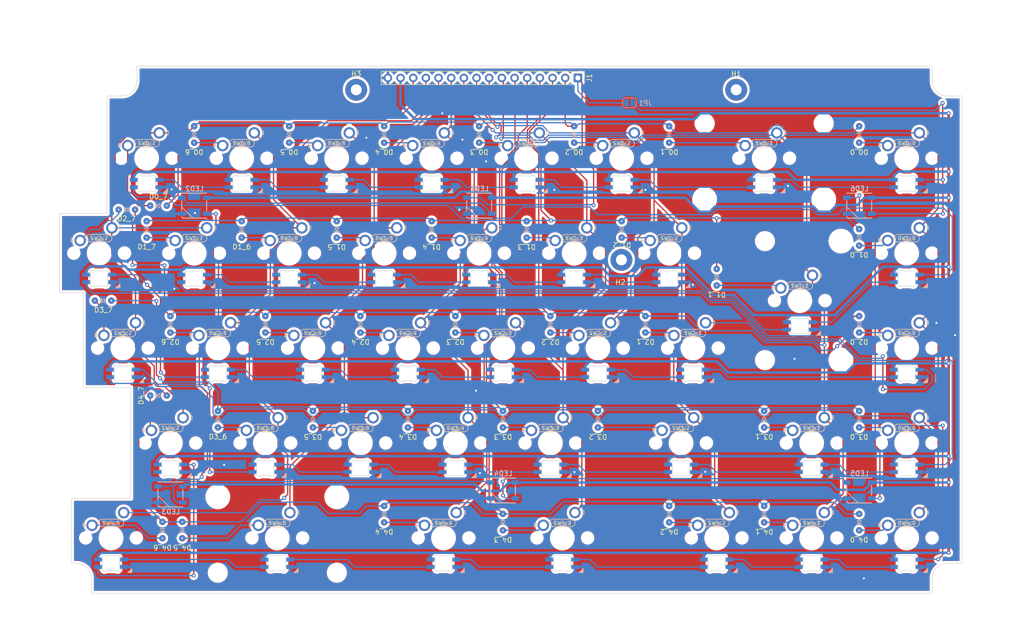
<source format=kicad_pcb>
(kicad_pcb (version 20240108) (generator "pcbnew") (generator_version "8.0")
  (layers (0 "F.Cu" signal) (31 "B.Cu" signal) (34 "B.Paste" user) (35 "F.Paste" user) (36 "B.SilkS" user "B.Silkscreen") (37 "F.SilkS" user "F.Silkscreen") (38 "B.Mask" user) (39 "F.Mask" user) (44 "Edge.Cuts" user))
  (net 0 "")
  (net 1 "Net-(D0_0-Pad1)")
  (net 2 "Row0")
  (net 3 "Net-(D0_1-Pad1)")
  (net 4 "Net-(D0_2-Pad1)")
  (net 5 "Net-(D0_3-Pad1)")
  (net 6 "Net-(D0_4-Pad1)")
  (net 7 "Net-(D0_5-Pad1)")
  (net 8 "Net-(D0_6-Pad1)")
  (net 9 "Net-(D0_7-Pad1)")
  (net 10 "Net-(D1_0-Pad1)")
  (net 11 "Row1")
  (net 12 "Net-(D1_1-Pad1)")
  (net 13 "Net-(D1_2-Pad1)")
  (net 14 "Net-(D1_3-Pad1)")
  (net 15 "Net-(D1_4-Pad1)")
  (net 16 "Net-(D1_5-Pad1)")
  (net 17 "Net-(D1_6-Pad1)")
  (net 18 "Net-(D1_7-Pad1)")
  (net 19 "Net-(D2_0-Pad1)")
  (net 20 "Row2")
  (net 21 "Net-(D2_1-Pad1)")
  (net 22 "Net-(D2_2-Pad1)")
  (net 23 "Net-(D2_3-Pad1)")
  (net 24 "Net-(D2_4-Pad1)")
  (net 25 "Net-(D2_5-Pad1)")
  (net 26 "Net-(D2_6-Pad1)")
  (net 27 "Net-(D2_7-Pad1)")
  (net 28 "Net-(D3_0-Pad1)")
  (net 29 "Row3")
  (net 30 "Net-(D3_1-Pad1)")
  (net 31 "Net-(D3_2-Pad1)")
  (net 32 "Net-(D3_3-Pad1)")
  (net 33 "Net-(D3_4-Pad1)")
  (net 34 "Net-(D3_5-Pad1)")
  (net 35 "Net-(D3_6-Pad1)")
  (net 36 "Net-(D3_7-Pad1)")
  (net 37 "Net-(D4_0-Pad1)")
  (net 38 "Row4")
  (net 39 "Net-(D4_1-Pad1)")
  (net 40 "Net-(D4_2-Pad1)")
  (net 41 "Net-(D4_3-Pad1)")
  (net 42 "Net-(D4_4-Pad1)")
  (net 43 "Net-(D4_5-Pad1)")
  (net 44 "Net-(D4_6-Pad1)")
  (net 45 "Net-(D4_7-Pad1)")
  (net 46 "LED_Ctrl")
  (net 47 "VCC")
  (net 48 "Net-(LED0_0-Pad2)")
  (net 49 "GND")
  (net 50 "Net-(LED0_1-Pad2)")
  (net 51 "Net-(LED0_2-Pad2)")
  (net 52 "Net-(LED0_3-Pad2)")
  (net 53 "Net-(LED0_4-Pad2)")
  (net 54 "Net-(LED0_5-Pad2)")
  (net 55 "Net-(JP1-Pad1)")
  (net 56 "Net-(LED0_7-Pad2)")
  (net 57 "Net-(LED1-Pad2)")
  (net 58 "Net-(LED1_0-Pad2)")
  (net 59 "Net-(LED1_1-Pad2)")
  (net 60 "Net-(LED1_2-Pad2)")
  (net 61 "Net-(LED1_3-Pad2)")
  (net 62 "Net-(LED1_4-Pad2)")
  (net 63 "Net-(LED1_5-Pad2)")
  (net 64 "Net-(LED0_6-Pad2)")
  (net 65 "Net-(LED1_6-Pad2)")
  (net 66 "Net-(LED2-Pad2)")
  (net 67 "Net-(LED2_0-Pad2)")
  (net 68 "Net-(LED2_1-Pad2)")
  (net 69 "Net-(LED2_2-Pad2)")
  (net 70 "Net-(LED2_3-Pad2)")
  (net 71 "Net-(LED2_4-Pad2)")
  (net 72 "Net-(LED2_5-Pad2)")
  (net 73 "Net-(LED1_7-Pad2)")
  (net 74 "Net-(LED2_6-Pad2)")
  (net 75 "Net-(LED2_7-Pad2)")
  (net 76 "Net-(LED3_0-Pad2)")
  (net 77 "Net-(LED3_1-Pad2)")
  (net 78 "Net-(LED3_2-Pad2)")
  (net 79 "Net-(LED3_3-Pad2)")
  (net 80 "Net-(LED3_4-Pad2)")
  (net 81 "Net-(LED3_5-Pad2)")
  (net 82 "Net-(LED3-Pad2)")
  (net 83 "Net-(LED3_6-Pad2)")
  (net 84 "Net-(LED4-Pad2)")
  (net 85 "Net-(LED4_1-Pad2)")
  (net 86 "Net-(LED4_2-Pad2)")
  (net 87 "Net-(LED4_3-Pad2)")
  (net 88 "Net-(LED4_4-Pad2)")
  (net 89 "Net-(LED4_5-Pad2)")
  (net 90 "Net-(LED4_0-Pad2)")
  (net 92 "Net-(LED5-Pad2)")
  (net 93 "Col0")
  (net 94 "Col1")
  (net 95 "Col2")
  (net 96 "Col3")
  (net 97 "Col4")
  (net 98 "Col5")
  (net 99 "Col6")
  (net 100 "Col7")
  (net 101 "Net-(LED4_6-Pad2)")
  (net 102 "Net-(LED3_7-Pad2)")
  (footprint "Switch_Footprints:MX_lss_100U" (layer "F.Cu") (at 199.23125 76.2)
    (property "Reference" "SW1_2")
    (property "Value" "SW_Push")
  )
  (footprint "Keyboard_Components:Diode_SMD_Round_Pads" (layer "F.Cu") (at 237.33125 90.4875 180)
    (property "Reference" "D2_0")
    (property "Value" "D_Small")
  )
  (footprint "Keyboard_Components:Diode_SMD_Round_Pads" (layer "F.Cu") (at 165.89375 130.175 180)
    (property "Reference" "D4_3")
    (property "Value" "D_Small")
  )
  (footprint "Keyboard_Components:SK6812MiniE_MX_Addon_singlesided" (layer "F.Cu") (at 203.99375 95.25)
    (property "Reference" "LED2_1")
    (property "Value" "SK6812MINI")
    (fp_line (start -1.699999 5.782841) (end -1.699999 4.377157) (stroke (width 0.1)) (layer "Edge.Cuts"))
    (fp_line (start -0.794452 3.58) (end 0.794453 3.58) (stroke (width 0.1)) (layer "Edge.Cuts"))
    (fp_line (start 0.794452 6.579999) (end -0.794452 6.579999) (stroke (width 0.1)) (layer "Edge.Cuts"))
    (fp_line (start 1.699999 4.377157) (end 1.699999 5.782841) (stroke (width 0.1)) (layer "Edge.Cuts"))
    (fp_arc (start -1.749484 4.160279) (mid -1.712527 4.265931) (end -1.699999 4.377157) (stroke (width 0.1)) (layer "Edge.Cuts"))
    (fp_arc (start -1.749484 4.160279) (mid -1.638071 3.575964) (end -1.046711 3.5117) (stroke (width 0.1)) (layer "Edge.Cuts"))
    (fp_arc (start -1.699999 5.782842) (mid -1.712527 5.894067) (end -1.749484 5.999719) (stroke (width 0.1)) (layer "Edge.Cuts"))
    (fp_arc (start -1.046711 6.648296) (mid -1.63807 6.584033) (end -1.749484 5.999719) (stroke (width 0.1)) (layer "Edge.Cuts"))
    (fp_arc (start -1.04671 6.648298) (mid -0.925122 6.597376) (end -0.794452 6.579999) (stroke (width 0.1)) (layer "Edge.Cuts"))
    (fp_arc (start -0.794453 3.579999) (mid -0.925123 3.562622) (end -1.046711 3.5117) (stroke (width 0.1)) (layer "Edge.Cuts"))
    (fp_arc (start 0.794452 6.579999) (mid 0.925123 6.597376) (end 1.046711 6.648298) (stroke (width 0.1)) (layer "Edge.Cuts"))
    (fp_arc (start 1.046711 3.511701) (mid 0.925123 3.562623) (end 0.794453 3.58) (stroke (width 0.1)) (layer "Edge.Cuts"))
    (fp_arc (start 1.046711 3.511701) (mid 1.638071 3.575964) (end 1.749484 4.160279) (stroke (width 0.1)) (layer "Edge.Cuts"))
    (fp_arc (start 1.699999 4.377156) (mid 1.712526 4.26593) (end 1.749484 4.160279) (stroke (width 0.1)) (layer "Edge.Cuts"))
    (fp_arc (start 1.749484 5.999718) (mid 1.638072 6.584034) (end 1.046711 6.648298) (stroke (width 0.1)) (layer "Edge.Cuts"))
    (fp_arc (start 1.749484 5.999719) (mid 1.712511 5.89407) (end 1.699999 5.782841) (stroke (width 0.1)) (layer "Edge.Cuts"))
  )
  (footprint "Switch_Footprints:MX_lss_100U" (layer "F.Cu") (at 108.74375 95.25)
    (property "Reference" "SW2_6")
    (property "Value" "SW_Push")
  )
  (footprint "Keyboard_Components:SK6812MiniE_MX_Addon_singlesided" (layer "F.Cu") (at 146.84375 95.25)
    (property "Reference" "LED2_4")
    (property "Value" "SK6812MINI")
    (fp_line (start -1.699999 5.782841) (end -1.699999 4.377157) (stroke (width 0.1)) (layer "Edge.Cuts"))
    (fp_line (start -0.794452 3.58) (end 0.794453 3.58) (stroke (width 0.1)) (layer "Edge.Cuts"))
    (fp_line (start 0.794452 6.579999) (end -0.794452 6.579999) (stroke (width 0.1)) (layer "Edge.Cuts"))
    (fp_line (start 1.699999 4.377157) (end 1.699999 5.782841) (stroke (width 0.1)) (layer "Edge.Cuts"))
    (fp_arc (start -1.749484 4.160279) (mid -1.712527 4.265931) (end -1.699999 4.377157) (stroke (width 0.1)) (layer "Edge.Cuts"))
    (fp_arc (start -1.749484 4.160279) (mid -1.638071 3.575964) (end -1.046711 3.5117) (stroke (width 0.1)) (layer "Edge.Cuts"))
    (fp_arc (start -1.699999 5.782842) (mid -1.712527 5.894067) (end -1.749484 5.999719) (stroke (width 0.1)) (layer "Edge.Cuts"))
    (fp_arc (start -1.046711 6.648296) (mid -1.63807 6.584033) (end -1.749484 5.999719) (stroke (width 0.1)) (layer "Edge.Cuts"))
    (fp_arc (start -1.04671 6.648298) (mid -0.925122 6.597376) (end -0.794452 6.579999) (stroke (width 0.1)) (layer "Edge.Cuts"))
    (fp_arc (start -0.794453 3.579999) (mid -0.925123 3.562622) (end -1.046711 3.5117) (stroke (width 0.1)) (layer "Edge.Cuts"))
    (fp_arc (start 0.794452 6.579999) (mid 0.925123 6.597376) (end 1.046711 6.648298) (stroke (width 0.1)) (layer "Edge.Cuts"))
    (fp_arc (start 1.046711 3.511701) (mid 0.925123 3.562623) (end 0.794453 3.58) (stroke (width 0.1)) (layer "Edge.Cuts"))
    (fp_arc (start 1.046711 3.511701) (mid 1.638071 3.575964) (end 1.749484 4.160279) (stroke (width 0.1)) (layer "Edge.Cuts"))
    (fp_arc (start 1.699999 4.377156) (mid 1.712526 4.26593) (end 1.749484 4.160279) (stroke (width 0.1)) (layer "Edge.Cuts"))
    (fp_arc (start 1.749484 5.999718) (mid 1.638072 6.584034) (end 1.046711 6.648298) (stroke (width 0.1)) (layer "Edge.Cuts"))
    (fp_arc (start 1.749484 5.999719) (mid 1.712511 5.89407) (end 1.699999 5.782841) (stroke (width 0.1)) (layer "Edge.Cuts"))
  )
  (footprint "Switch_Footprints:MX_lss_200U_StWS" (layer "F.Cu") (at 218.28125 57.15)
    (property "Reference" "SW0_1")
    (property "Value" "SW_Push")
  )
  (footprint "Keyboard_Components:Diode_SMD_Round_Pads" (layer "F.Cu") (at 184.94375 109.5375 180)
    (property "Reference" "D3_2")
    (property "Value" "D_Small")
  )
  (footprint "Switch_Footprints:MX_lss_100U" (layer "F.Cu") (at 132.55625 57.15)
    (property "Reference" "SW0_5")
    (property "Value" "SW_Push")
  )
  (footprint "Switch_Footprints:MX_lss_100U" (layer "F.Cu") (at 113.50625 57.15)
    (property "Reference" "SW0_6")
    (property "Value" "SW_Push")
  )
  (footprint "Keyboard_Components:SK6812MiniE_MX_Addon_singlesided" (layer "F.Cu") (at 137.31875 114.3)
    (property "Reference" "LED3_5")
    (property "Value" "SK6812MINI")
    (fp_line (start -1.699999 5.782841) (end -1.699999 4.377157) (stroke (width 0.1)) (layer "Edge.Cuts"))
    (fp_line (start -0.794452 3.58) (end 0.794453 3.58) (stroke (width 0.1)) (layer "Edge.Cuts"))
    (fp_line (start 0.794452 6.579999) (end -0.794452 6.579999) (stroke (width 0.1)) (layer "Edge.Cuts"))
    (fp_line (start 1.699999 4.377157) (end 1.699999 5.782841) (stroke (width 0.1)) (layer "Edge.Cuts"))
    (fp_arc (start -1.749484 4.160279) (mid -1.712527 4.265931) (end -1.699999 4.377157) (stroke (width 0.1)) (layer "Edge.Cuts"))
    (fp_arc (start -1.749484 4.160279) (mid -1.638071 3.575964) (end -1.046711 3.5117) (stroke (width 0.1)) (layer "Edge.Cuts"))
    (fp_arc (start -1.699999 5.782842) (mid -1.712527 5.894067) (end -1.749484 5.999719) (stroke (width 0.1)) (layer "Edge.Cuts"))
    (fp_arc (start -1.046711 6.648296) (mid -1.63807 6.584033) (end -1.749484 5.999719) (stroke (width 0.1)) (layer "Edge.Cuts"))
    (fp_arc (start -1.04671 6.648298) (mid -0.925122 6.597376) (end -0.794452 6.579999) (stroke (width 0.1)) (layer "Edge.Cuts"))
    (fp_arc (start -0.794453 3.579999) (mid -0.925123 3.562622) (end -1.046711 3.5117) (stroke (width 0.1)) (layer "Edge.Cuts"))
    (fp_arc (start 0.794452 6.579999) (mid 0.925123 6.597376) (end 1.046711 6.648298) (stroke (width 0.1)) (layer "Edge.Cuts"))
    (fp_arc (start 1.046711 3.511701) (mid 0.925123 3.562623) (end 0.794453 3.58) (stroke (width 0.1)) (layer "Edge.Cuts"))
    (fp_arc (start 1.046711 3.511701) (mid 1.638071 3.575964) (end 1.749484 4.160279) (stroke (width 0.1)) (layer "Edge.Cuts"))
    (fp_arc (start 1.699999 4.377156) (mid 1.712526 4.26593) (end 1.749484 4.160279) (stroke (width 0.1)) (layer "Edge.Cuts"))
    (fp_arc (start 1.749484 5.999718) (mid 1.638072 6.584034) (end 1.046711 6.648298) (stroke (width 0.1)) (layer "Edge.Cuts"))
    (fp_arc (start 1.749484 5.999719) (mid 1.712511 5.89407) (end 1.699999 5.782841) (stroke (width 0.1)) (layer "Edge.Cuts"))
  )
  (footprint "Keyboard_Components:Diode_SMD_Round_Pads" (layer "F.Cu") (at 123.03125 52.3875 180)
    (property "Reference" "D0_5")
    (property "Value" "D_Small")
  )
  (footprint "Keyboard_Components:SK6812MiniE_MX_Addon_singlesided" (layer "F.Cu") (at 113.50625 57.15)
    (property "Reference" "LED0_6")
    (property "Value" "SK6812MINI")
    (fp_line (start -1.699999 5.782841) (end -1.699999 4.377157) (stroke (width 0.1)) (layer "Edge.Cuts"))
    (fp_line (start -0.794452 3.58) (end 0.794453 3.58) (stroke (width 0.1)) (layer "Edge.Cuts"))
    (fp_line (start 0.794452 6.579999) (end -0.794452 6.579999) (stroke (width 0.1)) (layer "Edge.Cuts"))
    (fp_line (start 1.699999 4.377157) (end 1.699999 5.782841) (stroke (width 0.1)) (layer "Edge.Cuts"))
    (fp_arc (start -1.749484 4.160279) (mid -1.712527 4.265931) (end -1.699999 4.377157) (stroke (width 0.1)) (layer "Edge.Cuts"))
    (fp_arc (start -1.749484 4.160279) (mid -1.638071 3.575964) (end -1.046711 3.5117) (stroke (width 0.1)) (layer "Edge.Cuts"))
    (fp_arc (start -1.699999 5.782842) (mid -1.712527 5.894067) (end -1.749484 5.999719) (stroke (width 0.1)) (layer "Edge.Cuts"))
    (fp_arc (start -1.046711 6.648296) (mid -1.63807 6.584033) (end -1.749484 5.999719) (stroke (width 0.1)) (layer "Edge.Cuts"))
    (fp_arc (start -1.04671 6.648298) (mid -0.925122 6.597376) (end -0.794452 6.579999) (stroke (width 0.1)) (layer "Edge.Cuts"))
    (fp_arc (start -0.794453 3.579999) (mid -0.925123 3.562622) (end -1.046711 3.5117) (stroke (width 0.1)) (layer "Edge.Cuts"))
    (fp_arc (start 0.794452 6.579999) (mid 0.925123 6.597376) (end 1.046711 6.648298) (stroke (width 0.1)) (layer "Edge.Cuts"))
    (fp_arc (start 1.046711 3.511701) (mid 0.925123 3.562623) (end 0.794453 3.58) (stroke (width 0.1)) (layer "Edge.Cuts"))
    (fp_arc (start 1.046711 3.511701) (mid 1.638071 3.575964) (end 1.749484 4.160279) (stroke (width 0.1)) (layer "Edge.Cuts"))
    (fp_arc (start 1.699999 4.377156) (mid 1.712526 4.26593) (end 1.749484 4.160279) (stroke (width 0.1)) (layer "Edge.Cuts"))
    (fp_arc (start 1.749484 5.999718) (mid 1.638072 6.584034) (end 1.046711 6.648298) (stroke (width 0.1)) (layer "Edge.Cuts"))
    (fp_arc (start 1.749484 5.999719) (mid 1.712511 5.89407) (end 1.699999 5.782841) (stroke (width 0.1)) (layer "Edge.Cuts"))
  )
  (footprint "Switch_Footprints:MX_lss_100U" (layer "F.Cu") (at 161.13125 76.2)
    (property "Reference" "SW1_4")
    (property "Value" "SW_Push")
  )
  (footprint "Keyboard_Components:SK6812MiniE_MX_Addon_singlesided" (layer "F.Cu") (at 225.425 85.725)
    (property "Reference" "LED1_1")
    (property "Value" "SK6812MINI")
    (fp_line (start -1.699999 5.782841) (end -1.699999 4.377157) (stroke (width 0.1)) (layer "Edge.Cuts"))
    (fp_line (start -0.794452 3.58) (end 0.794453 3.58) (stroke (width 0.1)) (layer "Edge.Cuts"))
    (fp_line (start 0.794452 6.579999) (end -0.794452 6.579999) (stroke (width 0.1)) (layer "Edge.Cuts"))
    (fp_line (start 1.699999 4.377157) (end 1.699999 5.782841) (stroke (width 0.1)) (layer "Edge.Cuts"))
    (fp_arc (start -1.749484 4.160279) (mid -1.712527 4.265931) (end -1.699999 4.377157) (stroke (width 0.1)) (layer "Edge.Cuts"))
    (fp_arc (start -1.749484 4.160279) (mid -1.638071 3.575964) (end -1.046711 3.5117) (stroke (width 0.1)) (layer "Edge.Cuts"))
    (fp_arc (start -1.699999 5.782842) (mid -1.712527 5.894067) (end -1.749484 5.999719) (stroke (width 0.1)) (layer "Edge.Cuts"))
    (fp_arc (start -1.046711 6.648296) (mid -1.63807 6.584033) (end -1.749484 5.999719) (stroke (width 0.1)) (layer "Edge.Cuts"))
    (fp_arc (start -1.04671 6.648298) (mid -0.925122 6.597376) (end -0.794452 6.579999) (stroke (width 0.1)) (layer "Edge.Cuts"))
    (fp_arc (start -0.794453 3.579999) (mid -0.925123 3.562622) (end -1.046711 3.5117) (stroke (width 0.1)) (layer "Edge.Cuts"))
    (fp_arc (start 0.794452 6.579999) (mid 0.925123 6.597376) (end 1.046711 6.648298) (stroke (width 0.1)) (layer "Edge.Cuts"))
    (fp_arc (start 1.046711 3.511701) (mid 0.925123 3.562623) (end 0.794453 3.58) (stroke (width 0.1)) (layer "Edge.Cuts"))
    (fp_arc (start 1.046711 3.511701) (mid 1.638071 3.575964) (end 1.749484 4.160279) (stroke (width 0.1)) (layer "Edge.Cuts"))
    (fp_arc (start 1.699999 4.377156) (mid 1.712526 4.26593) (end 1.749484 4.160279) (stroke (width 0.1)) (layer "Edge.Cuts"))
    (fp_arc (start 1.749484 5.999718) (mid 1.638072 6.584034) (end 1.046711 6.648298) (stroke (width 0.1)) (layer "Edge.Cuts"))
    (fp_arc (start 1.749484 5.999719) (mid 1.712511 5.89407) (end 1.699999 5.782841) (stroke (width 0.1)) (layer "Edge.Cuts"))
  )
  (footprint "Switch_Footprints:MX_lss_100U" (layer "F.Cu") (at 165.89375 95.25)
    (property "Reference" "SW2_3")
    (property "Value" "SW_Push")
  )
  (footprint "Keyboard_Components:Diode_SMD_Round_Pads" (layer "F.Cu") (at 170.65625 71.4375 180)
    (property "Reference" "D1_3")
    (property "Value" "D_Small")
  )
  (footprint "Keyboard_Components:SK6812MiniE_MX_Addon_singlesided" (layer "F.Cu") (at 161.13125 76.2)
    (property "Reference" "LED1_4")
    (property "Value" "SK6812MINI")
    (fp_line (start -1.699999 5.782841) (end -1.699999 4.377157) (stroke (width 0.1)) (layer "Edge.Cuts"))
    (fp_line (start -0.794452 3.58) (end 0.794453 3.58) (stroke (width 0.1)) (layer "Edge.Cuts"))
    (fp_line (start 0.794452 6.579999) (end -0.794452 6.579999) (stroke (width 0.1)) (layer "Edge.Cuts"))
    (fp_line (start 1.699999 4.377157) (end 1.699999 5.782841) (stroke (width 0.1)) (layer "Edge.Cuts"))
    (fp_arc (start -1.749484 4.160279) (mid -1.712527 4.265931) (end -1.699999 4.377157) (stroke (width 0.1)) (layer "Edge.Cuts"))
    (fp_arc (start -1.749484 4.160279) (mid -1.638071 3.575964) (end -1.046711 3.5117) (stroke (width 0.1)) (layer "Edge.Cuts"))
    (fp_arc (start -1.699999 5.782842) (mid -1.712527 5.894067) (end -1.749484 5.999719) (stroke (width 0.1)) (layer "Edge.Cuts"))
    (fp_arc (start -1.046711 6.648296) (mid -1.63807 6.584033) (end -1.749484 5.999719) (stroke (width 0.1)) (layer "Edge.Cuts"))
    (fp_arc (start -1.04671 6.648298) (mid -0.925122 6.597376) (end -0.794452 6.579999) (stroke (width 0.1)) (layer "Edge.Cuts"))
    (fp_arc (start -0.794453 3.579999) (mid -0.925123 3.562622) (end -1.046711 3.5117) (stroke (width 0.1)) (layer "Edge.Cuts"))
    (fp_arc (start 0.794452 6.579999) (mid 0.925123 6.597376) (end 1.046711 6.648298) (stroke (width 0.1)) (layer "Edge.Cuts"))
    (fp_arc (start 1.046711 3.511701) (mid 0.925123 3.562623) (end 0.794453 3.58) (stroke (width 0.1)) (layer "Edge.Cuts"))
    (fp_arc (start 1.046711 3.511701) (mid 1.638071 3.575964) (end 1.749484 4.160279) (stroke (width 0.1)) (layer "Edge.Cuts"))
    (fp_arc (start 1.699999 4.377156) (mid 1.712526 4.26593) (end 1.749484 4.160279) (stroke (width 0.1)) (layer "Edge.Cuts"))
    (fp_arc (start 1.749484 5.999718) (mid 1.638072 6.584034) (end 1.046711 6.648298) (stroke (width 0.1)) (layer "Edge.Cuts"))
    (fp_arc (start 1.749484 5.999719) (mid 1.712511 5.89407) (end 1.699999 5.782841) (stroke (width 0.1)) (layer "Edge.Cuts"))
  )
  (footprint "Keyboard_Components:SK6812MiniE_MX_Addon_singlesided" (layer "F.Cu") (at 227.80625 114.3)
    (property "Reference" "LED3_1")
    (property "Value" "SK6812MINI")
    (fp_line (start -1.699999 5.782841) (end -1.699999 4.377157) (stroke (width 0.1)) (layer "Edge.Cuts"))
    (fp_line (start -0.794452 3.58) (end 0.794453 3.58) (stroke (width 0.1)) (layer "Edge.Cuts"))
    (fp_line (start 0.794452 6.579999) (end -0.794452 6.579999) (stroke (width 0.1)) (layer "Edge.Cuts"))
    (fp_line (start 1.699999 4.377157) (end 1.699999 5.782841) (stroke (width 0.1)) (layer "Edge.Cuts"))
    (fp_arc (start -1.749484 4.160279) (mid -1.712527 4.265931) (end -1.699999 4.377157) (stroke (width 0.1)) (layer "Edge.Cuts"))
    (fp_arc (start -1.749484 4.160279) (mid -1.638071 3.575964) (end -1.046711 3.5117) (stroke (width 0.1)) (layer "Edge.Cuts"))
    (fp_arc (start -1.699999 5.782842) (mid -1.712527 5.894067) (end -1.749484 5.999719) (stroke (width 0.1)) (layer "Edge.Cuts"))
    (fp_arc (start -1.046711 6.648296) (mid -1.63807 6.584033) (end -1.749484 5.999719) (stroke (width 0.1)) (layer "Edge.Cuts"))
    (fp_arc (start -1.04671 6.648298) (mid -0.925122 6.597376) (end -0.794452 6.579999) (stroke (width 0.1)) (layer "Edge.Cuts"))
    (fp_arc (start -0.794453 3.579999) (mid -0.925123 3.562622) (end -1.046711 3.5117) (stroke (width 0.1)) (layer "Edge.Cuts"))
    (fp_arc (start 0.794452 6.579999) (mid 0.925123 6.597376) (end 1.046711 6.648298) (stroke (width 0.1)) (layer "Edge.Cuts"))
    (fp_arc (start 1.046711 3.511701) (mid 0.925123 3.562623) (end 0.794453 3.58) (stroke (width 0.1)) (layer "Edge.Cuts"))
    (fp_arc (start 1.046711 3.511701) (mid 1.638071 3.575964) (end 1.749484 4.160279) (stroke (width 0.1)) (layer "Edge.Cuts"))
    (fp_arc (start 1.699999 4.377156) (mid 1.712526 4.26593) (end 1.749484 4.160279) (stroke (width 0.1)) (layer "Edge.Cuts"))
    (fp_arc (start 1.749484 5.999718) (mid 1.638072 6.584034) (end 1.046711 6.648298) (stroke (width 0.1)) (layer "Edge.Cuts"))
    (fp_arc (start 1.749484 5.999719) (mid 1.712511 5.89407) (end 1.699999 5.782841) (stroke (width 0.1)) (layer "Edge.Cuts"))
  )
  (footprint "Switch_Footprints:MX_lss_100U" (layer "F.Cu") (at 180.18125 76.2)
    (property "Reference" "SW1_3")
    (property "Value" "SW_Push")
  )
  (footprint "Keyboard_Components:SK6812MiniE_MX_Addon_singlesided" (layer "F.Cu") (at 99.21875 114.3)
    (property "Reference" "LED4_7")
    (property "Value" "SK6812MINI")
    (fp_line (start -1.699999 5.782841) (end -1.699999 4.377157) (stroke (width 0.1)) (layer "Edge.Cuts"))
    (fp_line (start -0.794452 3.58) (end 0.794453 3.58) (stroke (width 0.1)) (layer "Edge.Cuts"))
    (fp_line (start 0.794452 6.579999) (end -0.794452 6.579999) (stroke (width 0.1)) (layer "Edge.Cuts"))
    (fp_line (start 1.699999 4.377157) (end 1.699999 5.782841) (stroke (width 0.1)) (layer "Edge.Cuts"))
    (fp_arc (start -1.749484 4.160279) (mid -1.712527 4.265931) (end -1.699999 4.377157) (stroke (width 0.1)) (layer "Edge.Cuts"))
    (fp_arc (start -1.749484 4.160279) (mid -1.638071 3.575964) (end -1.046711 3.5117) (stroke (width 0.1)) (layer "Edge.Cuts"))
    (fp_arc (start -1.699999 5.782842) (mid -1.712527 5.894067) (end -1.749484 5.999719) (stroke (width 0.1)) (layer "Edge.Cuts"))
    (fp_arc (start -1.046711 6.648296) (mid -1.63807 6.584033) (end -1.749484 5.999719) (stroke (width 0.1)) (layer "Edge.Cuts"))
    (fp_arc (start -1.04671 6.648298) (mid -0.925122 6.597376) (end -0.794452 6.579999) (stroke (width 0.1)) (layer "Edge.Cuts"))
    (fp_arc (start -0.794453 3.579999) (mid -0.925123 3.562622) (end -1.046711 3.5117) (stroke (width 0.1)) (layer "Edge.Cuts"))
    (fp_arc (start 0.794452 6.579999) (mid 0.925123 6.597376) (end 1.046711 6.648298) (stroke (width 0.1)) (layer "Edge.Cuts"))
    (fp_arc (start 1.046711 3.511701) (mid 0.925123 3.562623) (end 0.794453 3.58) (stroke (width 0.1)) (layer "Edge.Cuts"))
    (fp_arc (start 1.046711 3.511701) (mid 1.638071 3.575964) (end 1.749484 4.160279) (stroke (width 0.1)) (layer "Edge.Cuts"))
    (fp_arc (start 1.699999 4.377156) (mid 1.712526 4.26593) (end 1.749484 4.160279) (stroke (width 0.1)) (layer "Edge.Cuts"))
    (fp_arc (start 1.749484 5.999718) (mid 1.638072 6.584034) (end 1.046711 6.648298) (stroke (width 0.1)) (layer "Edge.Cuts"))
    (fp_arc (start 1.749484 5.999719) (mid 1.712511 5.89407) (end 1.699999 5.782841) (stroke (width 0.1)) (layer "Edge.Cuts"))
  )
  (footprint "Keyboard_Components:SK6812MiniE_MX_Addon_singlesided" (layer "F.Cu") (at 94.45625 57.15)
    (property "Reference" "LED0_7")
    (property "Value" "SK6812MINI")
    (fp_line (start -1.699999 5.782841) (end -1.699999 4.377157) (stroke (width 0.1)) (layer "Edge.Cuts"))
    (fp_line (start -0.794452 3.58) (end 0.794453 3.58) (stroke (width 0.1)) (layer "Edge.Cuts"))
    (fp_line (start 0.794452 6.579999) (end -0.794452 6.579999) (stroke (width 0.1)) (layer "Edge.Cuts"))
    (fp_line (start 1.699999 4.377157) (end 1.699999 5.782841) (stroke (width 0.1)) (layer "Edge.Cuts"))
    (fp_arc (start -1.749484 4.160279) (mid -1.712527 4.265931) (end -1.699999 4.377157) (stroke (width 0.1)) (layer "Edge.Cuts"))
    (fp_arc (start -1.749484 4.160279) (mid -1.638071 3.575964) (end -1.046711 3.5117) (stroke (width 0.1)) (layer "Edge.Cuts"))
    (fp_arc (start -1.699999 5.782842) (mid -1.712527 5.894067) (end -1.749484 5.999719) (stroke (width 0.1)) (layer "Edge.Cuts"))
    (fp_arc (start -1.046711 6.648296) (mid -1.63807 6.584033) (end -1.749484 5.999719) (stroke (width 0.1)) (layer "Edge.Cuts"))
    (fp_arc (start -1.04671 6.648298) (mid -0.925122 6.597376) (end -0.794452 6.579999) (stroke (width 0.1)) (layer "Edge.Cuts"))
    (fp_arc (start -0.794453 3.579999) (mid -0.925123 3.562622) (end -1.046711 3.5117) (stroke (width 0.1)) (layer "Edge.Cuts"))
    (fp_arc (start 0.794452 6.579999) (mid 0.925123 6.597376) (end 1.046711 6.648298) (stroke (width 0.1)) (layer "Edge.Cuts"))
    (fp_arc (start 1.046711 3.511701) (mid 0.925123 3.562623) (end 0.794453 3.58) (stroke (width 0.1)) (layer "Edge.Cuts"))
    (fp_arc (start 1.046711 3.511701) (mid 1.638071 3.575964) (end 1.749484 4.160279) (stroke (width 0.1)) (layer "Edge.Cuts"))
    (fp_arc (start 1.699999 4.377156) (mid 1.712526 4.26593) (end 1.749484 4.160279) (stroke (width 0.1)) (layer "Edge.Cuts"))
    (fp_arc (start 1.749484 5.999718) (mid 1.638072 6.584034) (end 1.046711 6.648298) (stroke (width 0.1)) (layer "Edge.Cuts"))
    (fp_arc (start 1.749484 5.999719) (mid 1.712511 5.89407) (end 1.699999 5.782841) (stroke (width 0.1)) (layer "Edge.Cuts"))
  )
  (footprint "Connector_PinHeader_2.54mm:PinHeader_1x16_P2.54mm_Vertical" (layer "F.Cu") (at 180.925 41.0375 -90)
    (property "Reference" "J1")
    (property "Value" "Conn_01x14_Female")
  )
  (footprint "Keyboard_Components:SK6812MiniE_MX_Addon_singlesided" (layer "F.Cu") (at 153.9875 133.35)
    (property "Reference" "LED4_4")
    (property "Value" "SK6812MINI")
    (fp_line (start -1.699999 5.782841) (end -1.699999 4.377157) (stroke (width 0.1)) (layer "Edge.Cuts"))
    (fp_line (start -0.794452 3.58) (end 0.794453 3.58) (stroke (width 0.1)) (layer "Edge.Cuts"))
    (fp_line (start 0.794452 6.579999) (end -0.794452 6.579999) (stroke (width 0.1)) (layer "Edge.Cuts"))
    (fp_line (start 1.699999 4.377157) (end 1.699999 5.782841) (stroke (width 0.1)) (layer "Edge.Cuts"))
    (fp_arc (start -1.749484 4.160279) (mid -1.712527 4.265931) (end -1.699999 4.377157) (stroke (width 0.1)) (layer "Edge.Cuts"))
    (fp_arc (start -1.749484 4.160279) (mid -1.638071 3.575964) (end -1.046711 3.5117) (stroke (width 0.1)) (layer "Edge.Cuts"))
    (fp_arc (start -1.699999 5.782842) (mid -1.712527 5.894067) (end -1.749484 5.999719) (stroke (width 0.1)) (layer "Edge.Cuts"))
    (fp_arc (start -1.046711 6.648296) (mid -1.63807 6.584033) (end -1.749484 5.999719) (stroke (width 0.1)) (layer "Edge.Cuts"))
    (fp_arc (start -1.04671 6.648298) (mid -0.925122 6.597376) (end -0.794452 6.579999) (stroke (width 0.1)) (layer "Edge.Cuts"))
    (fp_arc (start -0.794453 3.579999) (mid -0.925123 3.562622) (end -1.046711 3.5117) (stroke (width 0.1)) (layer "Edge.Cuts"))
    (fp_arc (start 0.794452 6.579999) (mid 0.925123 6.597376) (end 1.046711 6.648298) (stroke (width 0.1)) (layer "Edge.Cuts"))
    (fp_arc (start 1.046711 3.511701) (mid 0.925123 3.562623) (end 0.794453 3.58) (stroke (width 0.1)) (layer "Edge.Cuts"))
    (fp_arc (start 1.046711 3.511701) (mid 1.638071 3.575964) (end 1.749484 4.160279) (stroke (width 0.1)) (layer "Edge.Cuts"))
    (fp_arc (start 1.699999 4.377156) (mid 1.712526 4.26593) (end 1.749484 4.160279) (stroke (width 0.1)) (layer "Edge.Cuts"))
    (fp_arc (start 1.749484 5.999718) (mid 1.638072 6.584034) (end 1.046711 6.648298) (stroke (width 0.1)) (layer "Edge.Cuts"))
    (fp_arc (start 1.749484 5.999719) (mid 1.712511 5.89407) (end 1.699999 5.782841) (stroke (width 0.1)) (layer "Edge.Cuts"))
  )
  (footprint "Keyboard_Components:Diode_SMD_Round_Pads" (layer "F.Cu") (at 161.13125 52.3875 180)
    (property "Reference" "D0_3")
    (property "Value" "D_Small")
  )
  (footprint "Keyboard_Components:SK6812MiniE_MX_Addon_singlesided" (layer "F.Cu") (at 189.70625 57.15)
    (property "Reference" "LED0_2")
    (property "Value" "SK6812MINI")
    (fp_line (start -1.699999 5.782841) (end -1.699999 4.377157) (stroke (width 0.1)) (layer "Edge.Cuts"))
    (fp_line (start -0.794452 3.58) (end 0.794453 3.58) (stroke (width 0.1)) (layer "Edge.Cuts"))
    (fp_line (start 0.794452 6.579999) (end -0.794452 6.579999) (stroke (width 0.1)) (layer "Edge.Cuts"))
    (fp_line (start 1.699999 4.377157) (end 1.699999 5.782841) (stroke (width 0.1)) (layer "Edge.Cuts"))
    (fp_arc (start -1.749484 4.160279) (mid -1.712527 4.265931) (end -1.699999 4.377157) (stroke (width 0.1)) (layer "Edge.Cuts"))
    (fp_arc (start -1.749484 4.160279) (mid -1.638071 3.575964) (end -1.046711 3.5117) (stroke (width 0.1)) (layer "Edge.Cuts"))
    (fp_arc (start -1.699999 5.782842) (mid -1.712527 5.894067) (end -1.749484 5.999719) (stroke (width 0.1)) (layer "Edge.Cuts"))
    (fp_arc (start -1.046711 6.648296) (mid -1.63807 6.584033) (end -1.749484 5.999719) (stroke (width 0.1)) (layer "Edge.Cuts"))
    (fp_arc (start -1.04671 6.648298) (mid -0.925122 6.597376) (end -0.794452 6.579999) (stroke (width 0.1)) (layer "Edge.Cuts"))
    (fp_arc (start -0.794453 3.579999) (mid -0.925123 3.562622) (end -1.046711 3.5117) (stroke (width 0.1)) (layer "Edge.Cuts"))
    (fp_arc (start 0.794452 6.579999) (mid 0.925123 6.597376) (end 1.046711 6.648298) (stroke (width 0.1)) (layer "Edge.Cuts"))
    (fp_arc (start 1.046711 3.511701) (mid 0.925123 3.562623) (end 0.794453 3.58) (stroke (width 0.1)) (layer "Edge.Cuts"))
    (fp_arc (start 1.046711 3.511701) (mid 1.638071 3.575964) (end 1.749484 4.160279) (stroke (width 0.1)) (layer "Edge.Cuts"))
    (fp_arc (start 1.699999 4.377156) (mid 1.712526 4.26593) (end 1.749484 4.160279) (stroke (width 0.1)) (layer "Edge.Cuts"))
    (fp_arc (start 1.749484 5.999718) (mid 1.638072 6.584034) (end 1.046711 6.648298) (stroke (width 0.1)) (layer "Edge.Cuts"))
    (fp_arc (start 1.749484 5.999719) (mid 1.712511 5.89407) (end 1.699999 5.782841) (stroke (width 0.1)) (layer "Edge.Cuts"))
  )
  (footprint "Keyboard_Components:Diode_SMD_Round_Pads" (layer "F.Cu") (at 103.98125 52.3875 180)
    (property "Reference" "D0_6")
    (property "Value" "D_Small")
  )
  (footprint "Keyboard_Components:Diode_SMD_Round_Pads" (layer "F.Cu") (at 142.08125 128.5875 180)
    (property "Reference" "D4_4")
    (property "Value" "D_Small")
  )
  (footprint "Switch_Footprints:MX_lss_100U" (layer "F.Cu") (at 118.26875 114.3)
    (property "Reference" "SW3_6")
    (property "Value" "SW_Push")
  )
  (footprint "Switch_Footprints:MX_lss_100U" (layer "F.Cu") (at 184.94375 95.25)
    (property "Reference" "SW2_2")
    (property "Value" "SW_Push")
  )
  (footprint "Switch_Footprints:MX_lss_100U" (layer "F.Cu") (at 103.98125 76.2)
    (property "Reference" "SW1_7")
    (property "Value" "SW_Push")
  )
  (footprint "Switch_Footprints:MX_lss_100U" (layer "F.Cu") (at 246.85625 95.25)
    (property "Reference" "SW2_0")
    (property "Value" "SW_Push")
  )
  (footprint "Keyboard_Components:Diode_SMD_Round_Pads" (layer "F.Cu") (at 137.31875 90.4875 180)
    (property "Reference" "D2_4")
    (property "Value" "D_Small")
  )
  (footprint "Keyboard_Components:SK6812MiniE_MX_Addon_singlesided" (layer "F.Cu") (at 199.23125 76.2)
    (property "Reference" "LED1_2")
    (property "Value" "SK6812MINI")
    (fp_line (start -1.699999 5.782841) (end -1.699999 4.377157) (stroke (width 0.1)) (layer "Edge.Cuts"))
    (fp_line (start -0.794452 3.58) (end 0.794453 3.58) (stroke (width 0.1)) (layer "Edge.Cuts"))
    (fp_line (start 0.794452 6.579999) (end -0.794452 6.579999) (stroke (width 0.1)) (layer "Edge.Cuts"))
    (fp_line (start 1.699999 4.377157) (end 1.699999 5.782841) (stroke (width 0.1)) (layer "Edge.Cuts"))
    (fp_arc (start -1.749484 4.160279) (mid -1.712527 4.265931) (end -1.699999 4.377157) (stroke (width 0.1)) (layer "Edge.Cuts"))
    (fp_arc (start -1.749484 4.160279) (mid -1.638071 3.575964) (end -1.046711 3.5117) (stroke (width 0.1)) (layer "Edge.Cuts"))
    (fp_arc (start -1.699999 5.782842) (mid -1.712527 5.894067) (end -1.749484 5.999719) (stroke (width 0.1)) (layer "Edge.Cuts"))
    (fp_arc (start -1.046711 6.648296) (mid -1.63807 6.584033) (end -1.749484 5.999719) (stroke (width 0.1)) (layer "Edge.Cuts"))
    (fp_arc (start -1.04671 6.648298) (mid -0.925122 6.597376) (end -0.794452 6.579999) (stroke (width 0.1)) (layer "Edge.Cuts"))
    (fp_arc (start -0.794453 3.579999) (mid -0.925123 3.562622) (end -1.046711 3.5117) (stroke (width 0.1)) (layer "Edge.Cuts"))
    (fp_arc (start 0.794452 6.579999) (mid 0.925123 6.597376) (end 1.046711 6.648298) (stroke (width 0.1)) (layer "Edge.Cuts"))
    (fp_arc (start 1.046711 3.511701) (mid 0.925123 3.562623) (end 0.794453 3.58) (stroke (width 0.1)) (layer "Edge.Cuts"))
    (fp_arc (start 1.046711 3.511701) (mid 1.638071 3.575964) (end 1.749484 4.160279) (stroke (width 0.1)) (layer "Edge.Cuts"))
    (fp_arc (start 1.699999 4.377156) (mid 1.712526 4.26593) (end 1.749484 4.160279) (stroke (width 0.1)) (layer "Edge.Cuts"))
    (fp_arc (start 1.749484 5.999718) (mid 1.638072 6.584034) (end 1.046711 6.648298) (stroke (width 0.1)) (layer "Edge.Cuts"))
    (fp_arc (start 1.749484 5.999719) (mid 1.712511 5.89407) (end 1.699999 5.782841) (stroke (width 0.1)) (layer "Edge.Cuts"))
  )
  (footprint "Keyboard_Components:SK6812MiniE_MX_Addon_singlesided" (layer "F.Cu") (at 142.08125 76.2)
    (property "Reference" "LED1_5")
    (property "Value" "SK6812MINI")
    (fp_line (start -1.699999 5.782841) (end -1.699999 4.377157) (stroke (width 0.1)) (layer "Edge.Cuts"))
    (fp_line (start -0.794452 3.58) (end 0.794453 3.58) (stroke (width 0.1)) (layer "Edge.Cuts"))
    (fp_line (start 0.794452 6.579999) (end -0.794452 6.579999) (stroke (width 0.1)) (layer "Edge.Cuts"))
    (fp_line (start 1.699999 4.377157) (end 1.699999 5.782841) (stroke (width 0.1)) (layer "Edge.Cuts"))
    (fp_arc (start -1.749484 4.160279) (mid -1.712527 4.265931) (end -1.699999 4.377157) (stroke (width 0.1)) (layer "Edge.Cuts"))
    (fp_arc (start -1.749484 4.160279) (mid -1.638071 3.575964) (end -1.046711 3.5117) (stroke (width 0.1)) (layer "Edge.Cuts"))
    (fp_arc (start -1.699999 5.782842) (mid -1.712527 5.894067) (end -1.749484 5.999719) (stroke (width 0.1)) (layer "Edge.Cuts"))
    (fp_arc (start -1.046711 6.648296) (mid -1.63807 6.584033) (end -1.749484 5.999719) (stroke (width 0.1)) (layer "Edge.Cuts"))
    (fp_arc (start -1.04671 6.648298) (mid -0.925122 6.597376) (end -0.794452 6.579999) (stroke (width 0.1)) (layer "Edge.Cuts"))
    (fp_arc (start -0.794453 3.579999) (mid -0.925123 3.562622) (end -1.046711 3.5117) (stroke (width 0.1)) (layer "Edge.Cuts"))
    (fp_arc (start 0.794452 6.579999) (mid 0.925123 6.597376) (end 1.046711 6.648298) (stroke (width 0.1)) (layer "Edge.Cuts"))
    (fp_arc (start 1.046711 3.511701) (mid 0.925123 3.562623) (end 0.794453 3.58) (stroke (width 0.1)) (layer "Edge.Cuts"))
    (fp_arc (start 1.046711 3.511701) (mid 1.638071 3.575964) (end 1.749484 4.160279) (stroke (width 0.1)) (layer "Edge.Cuts"))
    (fp_arc (start 1.699999 4.377156) (mid 1.712526 4.26593) (end 1.749484 4.160279) (stroke (width 0.1)) (layer "Edge.Cuts"))
    (fp_arc (start 1.749484 5.999718) (mid 1.638072 6.584034) (end 1.046711 6.648298) (stroke (width 0.1)) (layer "Edge.Cuts"))
    (fp_arc (start 1.749484 5.999719) (mid 1.712511 5.89407) (end 1.699999 5.782841) (stroke (width 0.1)) (layer "Edge.Cuts"))
  )
  (footprint "Keyboard_Components:SK6812MiniE_MX_Addon_singlesided" (layer "F.Cu") (at 165.89375 95.25)
    (property "Reference" "LED2_3")
    (property "Value" "SK6812MINI")
    (fp_line (start -1.699999 5.782841) (end -1.699999 4.377157) (stroke (width 0.1)) (layer "Edge.Cuts"))
    (fp_line (start -0.794452 3.58) (end 0.794453 3.58) (stroke (width 0.1)) (layer "Edge.Cuts"))
    (fp_line (start 0.794452 6.579999) (end -0.794452 6.579999) (stroke (width 0.1)) (layer "Edge.Cuts"))
    (fp_line (start 1.699999 4.377157) (end 1.699999 5.782841) (stroke (width 0.1)) (layer "Edge.Cuts"))
    (fp_arc (start -1.749484 4.160279) (mid -1.712527 4.265931) (end -1.699999 4.377157) (stroke (width 0.1)) (layer "Edge.Cuts"))
    (fp_arc (start -1.749484 4.160279) (mid -1.638071 3.575964) (end -1.046711 3.5117) (stroke (width 0.1)) (layer "Edge.Cuts"))
    (fp_arc (start -1.699999 5.782842) (mid -1.712527 5.894067) (end -1.749484 5.999719) (stroke (width 0.1)) (layer "Edge.Cuts"))
    (fp_arc (start -1.046711 6.648296) (mid -1.63807 6.584033) (end -1.749484 5.999719) (stroke (width 0.1)) (layer "Edge.Cuts"))
    (fp_arc (start -1.04671 6.648298) (mid -0.925122 6.597376) (end -0.794452 6.579999) (stroke (width 0.1)) (layer "Edge.Cuts"))
    (fp_arc (start -0.794453 3.579999) (mid -0.925123 3.562622) (end -1.046711 3.5117) (stroke (width 0.1)) (layer "Edge.Cuts"))
    (fp_arc (start 0.794452 6.579999) (mid 0.925123 6.597376) (end 1.046711 6.648298) (stroke (width 0.1)) (layer "Edge.Cuts"))
    (fp_arc (start 1.046711 3.511701) (mid 0.925123 3.562623) (end 0.794453 3.58) (stroke (width 0.1)) (layer "Edge.Cuts"))
    (fp_arc (start 1.046711 3.511701) (mid 1.638071 3.575964) (end 1.749484 4.160279) (stroke (width 0.1)) (layer "Edge.Cuts"))
    (fp_arc (start 1.699999 4.377156) (mid 1.712526 4.26593) (end 1.749484 4.160279) (stroke (width 0.1)) (layer "Edge.Cuts"))
    (fp_arc (start 1.749484 5.999718) (mid 1.638072 6.584034) (end 1.046711 6.648298) (stroke (width 0.1)) (layer "Edge.Cuts"))
    (fp_arc (start 1.749484 5.999719) (mid 1.712511 5.89407) (end 1.699999 5.782841) (stroke (width 0.1)) (layer "Edge.Cuts"))
  )
  (footprint "Keyboard_Components:SK6812MiniE_MX_Addon_singlesided" (layer "F.Cu") (at 84.93125 76.2)
    (property "Reference" "LED2_7")
    (property "Value" "SK6812MINI")
    (fp_line (start -1.699999 5.782841) (end -1.699999 4.377157) (stroke (width 0.1)) (layer "Edge.Cuts"))
    (fp_line (start -0.794452 3.58) (end 0.794453 3.58) (stroke (width 0.1)) (layer "Edge.Cuts"))
    (fp_line (start 0.794452 6.579999) (end -0.794452 6.579999) (stroke (width 0.1)) (layer "Edge.Cuts"))
    (fp_line (start 1.699999 4.377157) (end 1.699999 5.782841) (stroke (width 0.1)) (layer "Edge.Cuts"))
    (fp_arc (start -1.749484 4.160279) (mid -1.712527 4.265931) (end -1.699999 4.377157) (stroke (width 0.1)) (layer "Edge.Cuts"))
    (fp_arc (start -1.749484 4.160279) (mid -1.638071 3.575964) (end -1.046711 3.5117) (stroke (width 0.1)) (layer "Edge.Cuts"))
    (fp_arc (start -1.699999 5.782842) (mid -1.712527 5.894067) (end -1.749484 5.999719) (stroke (width 0.1)) (layer "Edge.Cuts"))
    (fp_arc (start -1.046711 6.648296) (mid -1.63807 6.584033) (end -1.749484 5.999719) (stroke (width 0.1)) (layer "Edge.Cuts"))
    (fp_arc (start -1.04671 6.648298) (mid -0.925122 6.597376) (end -0.794452 6.579999) (stroke (width 0.1)) (layer "Edge.Cuts"))
    (fp_arc (start -0.794453 3.579999) (mid -0.925123 3.562622) (end -1.046711 3.5117) (stroke (width 0.1)) (layer "Edge.Cuts"))
    (fp_arc (start 0.794452 6.579999) (mid 0.925123 6.597376) (end 1.046711 6.648298) (stroke (width 0.1)) (layer "Edge.Cuts"))
    (fp_arc (start 1.046711 3.511701) (mid 0.925123 3.562623) (end 0.794453 3.58) (stroke (width 0.1)) (layer "Edge.Cuts"))
    (fp_arc (start 1.046711 3.511701) (mid 1.638071 3.575964) (end 1.749484 4.160279) (stroke (width 0.1)) (layer "Edge.Cuts"))
    (fp_arc (start 1.699999 4.377156) (mid 1.712526 4.26593) (end 1.749484 4.160279) (stroke (width 0.1)) (layer "Edge.Cuts"))
    (fp_arc (start 1.749484 5.999718) (mid 1.638072 6.584034) (end 1.046711 6.648298) (stroke (width 0.1)) (layer "Edge.Cuts"))
    (fp_arc (start 1.749484 5.999719) (mid 1.712511 5.89407) (end 1.699999 5.782841) (stroke (width 0.1)) (layer "Edge.Cuts"))
  )
  (footprint "Switch_Footprints:MX_lss_100U" (layer "F.Cu") (at 146.84375 95.25)
    (property "Reference" "SW2_4")
    (property "Value" "SW_Push")
  )
  (footprint "Keyboard_Components:SK6812MiniE_MX_Addon_singlesided" (layer "F.Cu") (at 127.79375 95.25)
    (property "Reference" "LED2_5")
    (property "Value" "SK6812MINI")
    (fp_line (start -1.699999 5.782841) (end -1.699999 4.377157) (stroke (width 0.1)) (layer "Edge.Cuts"))
    (fp_line (start -0.794452 3.58) (end 0.794453 3.58) (stroke (width 0.1)) (layer "Edge.Cuts"))
    (fp_line (start 0.794452 6.579999) (end -0.794452 6.579999) (stroke (width 0.1)) (layer "Edge.Cuts"))
    (fp_line (start 1.699999 4.377157) (end 1.699999 5.782841) (stroke (width 0.1)) (layer "Edge.Cuts"))
    (fp_arc (start -1.749484 4.160279) (mid -1.712527 4.265931) (end -1.699999 4.377157) (stroke (width 0.1)) (layer "Edge.Cuts"))
    (fp_arc (start -1.749484 4.160279) (mid -1.638071 3.575964) (end -1.046711 3.5117) (stroke (width 0.1)) (layer "Edge.Cuts"))
    (fp_arc (start -1.699999 5.782842) (mid -1.712527 5.894067) (end -1.749484 5.999719) (stroke (width 0.1)) (layer "Edge.Cuts"))
    (fp_arc (start -1.046711 6.648296) (mid -1.63807 6.584033) (end -1.749484 5.999719) (stroke (width 0.1)) (layer "Edge.Cuts"))
    (fp_arc (start -1.04671 6.648298) (mid -0.925122 6.597376) (end -0.794452 6.579999) (stroke (width 0.1)) (layer "Edge.Cuts"))
    (fp_arc (start -0.794453 3.579999) (mid -0.925123 3.562622) (end -1.046711 3.5117) (stroke (width 0.1)) (layer "Edge.Cuts"))
    (fp_arc (start 0.794452 6.579999) (mid 0.925123 6.597376) (end 1.046711 6.648298) (stroke (width 0.1)) (layer "Edge.Cuts"))
    (fp_arc (start 1.046711 3.511701) (mid 0.925123 3.562623) (end 0.794453 3.58) (stroke (width 0.1)) (layer "Edge.Cuts"))
    (fp_arc (start 1.046711 3.511701) (mid 1.638071 3.575964) (end 1.749484 4.160279) (stroke (width 0.1)) (layer "Edge.Cuts"))
    (fp_arc (start 1.699999 4.377156) (mid 1.712526 4.26593) (end 1.749484 4.160279) (stroke (width 0.1)) (layer "Edge.Cuts"))
    (fp_arc (start 1.749484 5.999718) (mid 1.638072 6.584034) (end 1.046711 6.648298) (stroke (width 0.1)) (layer "Edge.Cuts"))
    (fp_arc (start 1.749484 5.999719) (mid 1.712511 5.89407) (end 1.699999 5.782841) (stroke (width 0.1)) (layer "Edge.Cuts"))
  )
  (footprint "Keyboard_Components:Diode_SMD_Round_Pads" (layer "F.Cu") (at 199.23125 52.3875 180)
    (property "Reference" "D0_1")
    (property "Value" "D_Small")
  )
  (footprint "Switch_Footprints:MX_lss_100U" (layer "F.Cu") (at 203.99375 95.25)
    (property "Reference" "SW2_1")
    (property "Value" "SW_Push")
  )
  (footprint "Keyboard_Components:SK6812MiniE_MX_Addon_singlesided" (layer "F.Cu") (at 180.18125 76.2)
    (property "Reference" "LED1_3")
    (property "Value" "SK6812MINI")
    (fp_line (start -1.699999 5.782841) (end -1.699999 4.377157) (stroke (width 0.1)) (layer "Edge.Cuts"))
    (fp_line (start -0.794452 3.58) (end 0.794453 3.58) (stroke (width 0.1)) (layer "Edge.Cuts"))
    (fp_line (start 0.794452 6.579999) (end -0.794452 6.579999) (stroke (width 0.1)) (layer "Edge.Cuts"))
    (fp_line (start 1.699999 4.377157) (end 1.699999 5.782841) (stroke (width 0.1)) (layer "Edge.Cuts"))
    (fp_arc (start -1.749484 4.160279) (mid -1.712527 4.265931) (end -1.699999 4.377157) (stroke (width 0.1)) (layer "Edge.Cuts"))
    (fp_arc (start -1.749484 4.160279) (mid -1.638071 3.575964) (end -1.046711 3.5117) (stroke (width 0.1)) (layer "Edge.Cuts"))
    (fp_arc (start -1.699999 5.782842) (mid -1.712527 5.894067) (end -1.749484 5.999719) (stroke (width 0.1)) (layer "Edge.Cuts"))
    (fp_arc (start -1.046711 6.648296) (mid -1.63807 6.584033) (end -1.749484 5.999719) (stroke (width 0.1)) (layer "Edge.Cuts"))
    (fp_arc (start -1.04671 6.648298) (mid -0.925122 6.597376) (end -0.794452 6.579999) (stroke (width 0.1)) (layer "Edge.Cuts"))
    (fp_arc (start -0.794453 3.579999) (mid -0.925123 3.562622) (end -1.046711 3.5117) (stroke (width 0.1)) (layer "Edge.Cuts"))
    (fp_arc (start 0.794452 6.579999) (mid 0.925123 6.597376) (end 1.046711 6.648298) (stroke (width 0.1)) (layer "Edge.Cuts"))
    (fp_arc (start 1.046711 3.511701) (mid 0.925123 3.562623) (end 0.794453 3.58) (stroke (width 0.1)) (layer "Edge.Cuts"))
    (fp_arc (start 1.046711 3.511701) (mid 1.638071 3.575964) (end 1.749484 4.160279) (stroke (width 0.1)) (layer "Edge.Cuts"))
    (fp_arc (start 1.699999 4.377156) (mid 1.712526 4.26593) (end 1.749484 4.160279) (stroke (width 0.1)) (layer "Edge.Cuts"))
    (fp_arc (start 1.749484 5.999718) (mid 1.638072 6.584034) (end 1.046711 6.648298) (stroke (width 0.1)) (layer "Edge.Cuts"))
    (fp_arc (start 1.749484 5.999719) (mid 1.712511 5.89407) (end 1.699999 5.782841) (stroke (width 0.1)) (layer "Edge.Cuts"))
  )
  (footprint "Switch_Footprints:MX_lss_100U" (layer "F.Cu") (at 127.79375 95.25)
    (property "Reference" "SW2_5")
    (property "Value" "SW_Push")
  )
  (footprint "Keyboard_Components:Diode_SMD_Round_Pads" (layer "F.Cu") (at 237.33125 109.5375 180)
    (property "Reference" "D3_0")
    (property "Value" "D_Small")
  )
  (footprint "Switch_Footprints:MX_lss_100U" (layer "F.Cu") (at 246.85625 57.15)
    (property "Reference" "SW0_0")
    (property "Value" "SW_Push")
  )
  (footprint "Keyboard_Components:Diode_SMD_Round_Pads" (layer "F.Cu") (at 237.33125 52.3875 180)
    (property "Reference" "D0_0")
    (property "Value" "D_Small")
  )
  (footprint "Keyboard_Components:SK6812MiniE_MX_Addon_singlesided" (layer "F.Cu") (at 120.65 133.35)
    (property "Reference" "LED4_5")
    (property "Value" "SK6812MINI")
    (fp_line (start -1.699999 5.782841) (end -1.699999 4.377157) (stroke (width 0.1)) (layer "Edge.Cuts"))
    (fp_line (start -0.794452 3.58) (end 0.794453 3.58) (stroke (width 0.1)) (layer "Edge.Cuts"))
    (fp_line (start 0.794452 6.579999) (end -0.794452 6.579999) (stroke (width 0.1)) (layer "Edge.Cuts"))
    (fp_line (start 1.699999 4.377157) (end 1.699999 5.782841) (stroke (width 0.1)) (layer "Edge.Cuts"))
    (fp_arc (start -1.749484 4.160279) (mid -1.712527 4.265931) (end -1.699999 4.377157) (stroke (width 0.1)) (layer "Edge.Cuts"))
    (fp_arc (start -1.749484 4.160279) (mid -1.638071 3.575964) (end -1.046711 3.5117) (stroke (width 0.1)) (layer "Edge.Cuts"))
    (fp_arc (start -1.699999 5.782842) (mid -1.712527 5.894067) (end -1.749484 5.999719) (stroke (width 0.1)) (layer "Edge.Cuts"))
    (fp_arc (start -1.046711 6.648296) (mid -1.63807 6.584033) (end -1.749484 5.999719) (stroke (width 0.1)) (layer "Edge.Cuts"))
    (fp_arc (start -1.04671 6.648298) (mid -0.925122 6.597376) (end -0.794452 6.579999) (stroke (width 0.1)) (layer "Edge.Cuts"))
    (fp_arc (start -0.794453 3.579999) (mid -0.925123 3.562622) (end -1.046711 3.5117) (stroke (width 0.1)) (layer "Edge.Cuts"))
    (fp_arc (start 0.794452 6.579999) (mid 0.925123 6.597376) (end 1.046711 6.648298) (stroke (width 0.1)) (layer "Edge.Cuts"))
    (fp_arc (start 1.046711 3.511701) (mid 0.925123 3.562623) (end 0.794453 3.58) (stroke (width 0.1)) (layer "Edge.Cuts"))
    (fp_arc (start 1.046711 3.511701) (mid 1.638071 3.575964) (end 1.749484 4.160279) (stroke (width 0.1)) (layer "Edge.Cuts"))
    (fp_arc (start 1.699999 4.377156) (mid 1.712526 4.26593) (end 1.749484 4.160279) (stroke (width 0.1)) (layer "Edge.Cuts"))
    (fp_arc (start 1.749484 5.999718) (mid 1.638072 6.584034) (end 1.046711 6.648298) (stroke (width 0.1)) (layer "Edge.Cuts"))
    (fp_arc (start 1.749484 5.999719) (mid 1.712511 5.89407) (end 1.699999 5.782841) (stroke (width 0.1)) (layer "Edge.Cuts"))
  )
  (footprint "Keyboard_Components:SK6812MiniE_MX_Addon_singlesided" (layer "F.Cu") (at 175.41875 114.3)
    (property "Reference" "LED3_3")
    (property "Value" "SK6812MINI")
    (fp_line (start -1.699999 5.782841) (end -1.699999 4.377157) (stroke (width 0.1)) (layer "Edge.Cuts"))
    (fp_line (start -0.794452 3.58) (end 0.794453 3.58) (stroke (width 0.1)) (layer "Edge.Cuts"))
    (fp_line (start 0.794452 6.579999) (end -0.794452 6.579999) (stroke (width 0.1)) (layer "Edge.Cuts"))
    (fp_line (start 1.699999 4.377157) (end 1.699999 5.782841) (stroke (width 0.1)) (layer "Edge.Cuts"))
    (fp_arc (start -1.749484 4.160279) (mid -1.712527 4.265931) (end -1.699999 4.377157) (stroke (width 0.1)) (layer "Edge.Cuts"))
    (fp_arc (start -1.749484 4.160279) (mid -1.638071 3.575964) (end -1.046711 3.5117) (stroke (width 0.1)) (layer "Edge.Cuts"))
    (fp_arc (start -1.699999 5.782842) (mid -1.712527 5.894067) (end -1.749484 5.999719) (stroke (width 0.1)) (layer "Edge.Cuts"))
    (fp_arc (start -1.046711 6.648296) (mid -1.63807 6.584033) (end -1.749484 5.999719) (stroke (width 0.1)) (layer "Edge.Cuts"))
    (fp_arc (start -1.04671 6.648298) (mid -0.925122 6.597376) (end -0.794452 6.579999) (stroke (width 0.1)) (layer "Edge.Cuts"))
    (fp_arc (start -0.794453 3.579999) (mid -0.925123 3.562622) (end -1.046711 3.5117) (stroke (width 0.1)) (layer "Edge.Cuts"))
    (fp_arc (start 0.794452 6.579999) (mid 0.925123 6.597376) (end 1.046711 6.648298) (stroke (width 0.1)) (layer "Edge.Cuts"))
    (fp_arc (start 1.046711 3.511701) (mid 0.925123 3.562623) (end 0.794453 3.58) (stroke (width 0.1)) (layer "Edge.Cuts"))
    (fp_arc (start 1.046711 3.511701) (mid 1.638071 3.575964) (end 1.749484 4.160279) (stroke (width 0.1)) (layer "Edge.Cuts"))
    (fp_arc (start 1.699999 4.377156) (mid 1.712526 4.26593) (end 1.749484 4.160279) (stroke (width 0.1)) (layer "Edge.Cuts"))
    (fp_arc (start 1.749484 5.999718) (mid 1.638072 6.584034) (end 1.046711 6.648298) (stroke (width 0.1)) (layer "Edge.Cuts"))
    (fp_arc (start 1.749484 5.999719) (mid 1.712511 5.89407) (end 1.699999 5.782841) (stroke (width 0.1)) (layer "Edge.Cuts"))
  )
  (footprint "Keyboard_Components:SK6812MiniE_MX_Addon_singlesided" (layer "F.Cu") (at 246.85625 76.2)
    (property "Reference" "LED1_0")
    (property "Value" "SK6812MINI")
    (fp_line (start -1.699999 5.782841) (end -1.699999 4.377157) (stroke (width 0.1)) (layer "Edge.Cuts"))
    (fp_line (start -0.794452 3.58) (end 0.794453 3.58) (stroke (width 0.1)) (layer "Edge.Cuts"))
    (fp_line (start 0.794452 6.579999) (end -0.794452 6.579999) (stroke (width 0.1)) (layer "Edge.Cuts"))
    (fp_line (start 1.699999 4.377157) (end 1.699999 5.782841) (stroke (width 0.1)) (layer "Edge.Cuts"))
    (fp_arc (start -1.749484 4.160279) (mid -1.712527 4.265931) (end -1.699999 4.377157) (stroke (width 0.1)) (layer "Edge.Cuts"))
    (fp_arc (start -1.749484 4.160279) (mid -1.638071 3.575964) (end -1.046711 3.5117) (stroke (width 0.1)) (layer "Edge.Cuts"))
    (fp_arc (start -1.699999 5.782842) (mid -1.712527 5.894067) (end -1.749484 5.999719) (stroke (width 0.1)) (layer "Edge.Cuts"))
    (fp_arc (start -1.046711 6.648296) (mid -1.63807 6.584033) (end -1.749484 5.999719) (stroke (width 0.1)) (layer "Edge.Cuts"))
    (fp_arc (start -1.04671 6.648298) (mid -0.925122 6.597376) (end -0.794452 6.579999) (stroke (width 0.1)) (layer "Edge.Cuts"))
    (fp_arc (start -0.794453 3.579999) (mid -0.925123 3.562622) (end -1.046711 3.5117) (stroke (width 0.1)) (layer "Edge.Cuts"))
    (fp_arc (start 0.794452 6.579999) (mid 0.925123 6.597376) (end 1.046711 6.648298) (stroke (width 0.1)) (layer "Edge.Cuts"))
    (fp_arc (start 1.046711 3.511701) (mid 0.925123 3.562623) (end 0.794453 3.58) (stroke (width 0.1)) (layer "Edge.Cuts"))
    (fp_arc (start 1.046711 3.511701) (mid 1.638071 3.575964) (end 1.749484 4.160279) (stroke (width 0.1)) (layer "Edge.Cuts"))
    (fp_arc (start 1.699999 4.377156) (mid 1.712526 4.26593) (end 1.749484 4.160279) (stroke (width 0.1)) (layer "Edge.Cuts"))
    (fp_arc (start 1.749484 5.999718) (mid 1.638072 6.584034) (end 1.046711 6.648298) (stroke (width 0.1)) (layer "Edge.Cuts"))
    (fp_arc (start 1.749484 5.999719) (mid 1.712511 5.89407) (end 1.699999 5.782841) (stroke (width 0.1)) (layer "Edge.Cuts"))
  )
  (footprint "Keyboard_Components:Diode_SMD_Round_Pads" (layer "F.Cu") (at 132.55625 71.4375 180)
    (property "Reference" "D1_5")
    (property "Value" "D_Small")
  )
  (footprint "Keyboard_Components:Diode_SMD_Round_Pads" (layer "F.Cu") (at 113.50625 71.4375 180)
    (property "Reference" "D1_6")
    (property "Value" "D_Small")
  )
  (footprint "Keyboard_Components:Diode_SMD_Round_Pads" (layer "F.Cu") (at 99.21875 90.4875 180)
    (property "Reference" "D2_6")
    (property "Value" "D_Small")
  )
  (footprint "Keyboard_Components:SK6812MiniE_MX_Addon_singlesided" (layer "F.Cu") (at 227.80625 133.35)
    (property "Reference" "LED4_1")
    (property "Value" "SK6812MINI")
    (fp_line (start -1.699999 5.782841) (end -1.699999 4.377157) (stroke (width 0.1)) (layer "Edge.Cuts"))
    (fp_line (start -0.794452 3.58) (end 0.794453 3.58) (stroke (width 0.1)) (layer "Edge.Cuts"))
    (fp_line (start 0.794452 6.579999) (end -0.794452 6.579999) (stroke (width 0.1)) (layer "Edge.Cuts"))
    (fp_line (start 1.699999 4.377157) (end 1.699999 5.782841) (stroke (width 0.1)) (layer "Edge.Cuts"))
    (fp_arc (start -1.749484 4.160279) (mid -1.712527 4.265931) (end -1.699999 4.377157) (stroke (width 0.1)) (layer "Edge.Cuts"))
    (fp_arc (start -1.749484 4.160279) (mid -1.638071 3.575964) (end -1.046711 3.5117) (stroke (width 0.1)) (layer "Edge.Cuts"))
    (fp_arc (start -1.699999 5.782842) (mid -1.712527 5.894067) (end -1.749484 5.999719) (stroke (width 0.1)) (layer "Edge.Cuts"))
    (fp_arc (start -1.046711 6.648296) (mid -1.63807 6.584033) (end -1.749484 5.999719) (stroke (width 0.1)) (layer "Edge.Cuts"))
    (fp_arc (start -1.04671 6.648298) (mid -0.925122 6.597376) (end -0.794452 6.579999) (stroke (width 0.1)) (layer "Edge.Cuts"))
    (fp_arc (start -0.794453 3.579999) (mid -0.925123 3.562622) (end -1.046711 3.5117) (stroke (width 0.1)) (layer "Edge.Cuts"))
    (fp_arc (start 0.794452 6.579999) (mid 0.925123 6.597376) (end 1.046711 6.648298) (stroke (width 0.1)) (layer "Edge.Cuts"))
    (fp_arc (start 1.046711 3.511701) (mid 0.925123 3.562623) (end 0.794453 3.58) (stroke (width 0.1)) (layer "Edge.Cuts"))
    (fp_arc (start 1.046711 3.511701) (mid 1.638071 3.575964) (end 1.749484 4.160279) (stroke (width 0.1)) (layer "Edge.Cuts"))
    (fp_arc (start 1.699999 4.377156) (mid 1.712526 4.26593) (end 1.749484 4.160279) (stroke (width 0.1)) (layer "Edge.Cuts"))
    (fp_arc (start 1.749484 5.999718) (mid 1.638072 6.584034) (end 1.046711 6.648298) (stroke (width 0.1)) (layer "Edge.Cuts"))
    (fp_arc (start 1.749484 5.999719) (mid 1.712511 5.89407) (end 1.699999 5.782841) (stroke (width 0.1)) (layer "Edge.Cuts"))
  )
  (footprint "MountingHole:MountingHole_2.2mm_M2_Pad" (layer "F.Cu") (at 212.675 43.41875)
    (property "Reference" "H1")
    (property "Value" "MountingHole")
  )
  (footprint "Keyboard_Components:Diode_SMD_Round_Pads" (layer "F.Cu") (at 218.28125 109.5375 180)
    (property "Reference" "D3_1")
    (property "Value" "D_Small")
  )
  (footprint "Keyboard_Components:Diode_SMD_Round_Pads" (layer "F.Cu") (at 90.4875 67.46875 90)
    (property "Reference" "D2_7")
    (property "Value" "D_Small")
  )
  (footprint "Keyboard_Components:Diode_SMD_Round_Pads" (layer "F.Cu") (at 180.18125 52.3875 180)
    (property "Reference" "D0_2")
    (property "Value" "D_Small")
  )
  (footprint "Switch_Footprints:MX_lss_125U" (layer "F.Cu") (at 153.9875 133.35)
    (property "Reference" "SW4_4")
    (property "Value" "SW_Push")
  )
  (footprint "Keyboard_Components:SK6812MiniE_MX_Addon_singlesided" (layer "F.Cu") (at 246.85625 114.3)
    (property "Reference" "LED3_0")
    (property "Value" "SK6812MINI")
    (fp_line (start -1.699999 5.782841) (end -1.699999 4.377157) (stroke (width 0.1)) (layer "Edge.Cuts"))
    (fp_line (start -0.794452 3.58) (end 0.794453 3.58) (stroke (width 0.1)) (layer "Edge.Cuts"))
    (fp_line (start 0.794452 6.579999) (end -0.794452 6.579999) (stroke (width 0.1)) (layer "Edge.Cuts"))
    (fp_line (start 1.699999 4.377157) (end 1.699999 5.782841) (stroke (width 0.1)) (layer "Edge.Cuts"))
    (fp_arc (start -1.749484 4.160279) (mid -1.712527 4.265931) (end -1.699999 4.377157) (stroke (width 0.1)) (layer "Edge.Cuts"))
    (fp_arc (start -1.749484 4.160279) (mid -1.638071 3.575964) (end -1.046711 3.5117) (stroke (width 0.1)) (layer "Edge.Cuts"))
    (fp_arc (start -1.699999 5.782842) (mid -1.712527 5.894067) (end -1.749484 5.999719) (stroke (width 0.1)) (layer "Edge.Cuts"))
    (fp_arc (start -1.046711 6.648296) (mid -1.63807 6.584033) (end -1.749484 5.999719) (stroke (width 0.1)) (layer "Edge.Cuts"))
    (fp_arc (start -1.04671 6.648298) (mid -0.925122 6.597376) (end -0.794452 6.579999) (stroke (width 0.1)) (layer "Edge.Cuts"))
    (fp_arc (start -0.794453 3.579999) (mid -0.925123 3.562622) (end -1.046711 3.5117) (stroke (width 0.1)) (layer "Edge.Cuts"))
    (fp_arc (start 0.794452 6.579999) (mid 0.925123 6.597376) (end 1.046711 6.648298) (stroke (width 0.1)) (layer "Edge.Cuts"))
    (fp_arc (start 1.046711 3.511701) (mid 0.925123 3.562623) (end 0.794453 3.58) (stroke (width 0.1)) (layer "Edge.Cuts"))
    (fp_arc (start 1.046711 3.511701) (mid 1.638071 3.575964) (end 1.749484 4.160279) (stroke (width 0.1)) (layer "Edge.Cuts"))
    (fp_arc (start 1.699999 4.377156) (mid 1.712526 4.26593) (end 1.749484 4.160279) (stroke (width 0.1)) (layer "Edge.Cuts"))
    (fp_arc (start 1.749484 5.999718) (mid 1.638072 6.584034) (end 1.046711 6.648298) (stroke (width 0.1)) (layer "Edge.Cuts"))
    (fp_arc (start 1.749484 5.999719) (mid 1.712511 5.89407) (end 1.699999 5.782841) (stroke (width 0.1)) (layer "Edge.Cuts"))
  )
  (footprint "Keyboard_Components:Diode_SMD_Round_Pads" (layer "F.Cu") (at 118.26875 90.4875 180)
    (property "Reference" "D2_5")
    (property "Value" "D_Small")
  )
  (footprint "Keyboard_Components:Diode_SMD_Round_Pads" (layer "F.Cu") (at 96.8375 66.675 90)
    (property "Reference" "D0_7")
    (property "Value" "D_Small")
  )
  (footprint "Keyboard_Components:Diode_SMD_Round_Pads" (layer "F.Cu") (at 237.33125 130.175 180)
    (property "Reference" "D4_0")
    (property "Value" "D_Small")
  )
  (footprint "Keyboard_Components:Diode_SMD_Round_Pads" (layer "F.Cu") (at 151.60625 71.4375 180)
    (property "Reference" "D1_4")
    (property "Value" "D_Small")
  )
  (footprint "Switch_Footprints:MX_lss_125U" (layer "F.Cu") (at 87.3125 133.35)
    (property "Reference" "SW4_6")
    (property "Value" "SW_Push")
  )
  (footprint "Switch_Footprints:MX_lss_125U" (layer "F.Cu") (at 177.8 133.35)
    (property "Reference" "SW4_3")
    (property "Value" "SW_Push")
  )
  (footprint "Keyboard_Components:Diode_SMD_Round_Pads" (layer "F.Cu") (at 127.79375 109.5375 180)
    (property "Reference" "D3_5")
    (property "Value" "D_Small")
  )
  (footprint "Keyboard_Components:SK6812MiniE_MX_Addon_singlesided" (layer "F.Cu") (at 246.85625 133.35)
    (property "Reference" "LED4_0")
    (property "Value" "SK6812MINI")
    (fp_line (start -1.699999 5.782841) (end -1.699999 4.377157) (stroke (width 0.1)) (layer "Edge.Cuts"))
    (fp_line (start -0.794452 3.58) (end 0.794453 3.58) (stroke (width 0.1)) (layer "Edge.Cuts"))
    (fp_line (start 0.794452 6.579999) (end -0.794452 6.579999) (stroke (width 0.1)) (layer "Edge.Cuts"))
    (fp_line (start 1.699999 4.377157) (end 1.699999 5.782841) (stroke (width 0.1)) (layer "Edge.Cuts"))
    (fp_arc (start -1.749484 4.160279) (mid -1.712527 4.265931) (end -1.699999 4.377157) (stroke (width 0.1)) (layer "Edge.Cuts"))
    (fp_arc (start -1.749484 4.160279) (mid -1.638071 3.575964) (end -1.046711 3.5117) (stroke (width 0.1)) (layer "Edge.Cuts"))
    (fp_arc (start -1.699999 5.782842) (mid -1.712527 5.894067) (end -1.749484 5.999719) (stroke (width 0.1)) (layer "Edge.Cuts"))
    (fp_arc (start -1.046711 6.648296) (mid -1.63807 6.584033) (end -1.749484 5.999719) (stroke (width 0.1)) (layer "Edge.Cuts"))
    (fp_arc (start -1.04671 6.648298) (mid -0.925122 6.597376) (end -0.794452 6.579999) (stroke (width 0.1)) (layer "Edge.Cuts"))
    (fp_arc (start -0.794453 3.579999) (mid -0.925123 3.562622) (end -1.046711 3.5117) (stroke (width 0.1)) (layer "Edge.Cuts"))
    (fp_arc (start 0.794452 6.579999) (mid 0.925123 6.597376) (end 1.046711 6.648298) (stroke (width 0.1)) (layer "Edge.Cuts"))
    (fp_arc (start 1.046711 3.511701) (mid 0.925123 3.562623) (end 0.794453 3.58) (stroke (width 0.1)) (layer "Edge.Cuts"))
    (fp_arc (start 1.046711 3.511701) (mid 1.638071 3.575964) (end 1.749484 4.160279) (stroke (width 0.1)) (layer "Edge.Cuts"))
    (fp_arc (start 1.699999 4.377156) (mid 1.712526 4.26593) (end 1.749484 4.160279) (stroke (width 0.1)) (layer "Edge.Cuts"))
    (fp_arc (start 1.749484 5.999718) (mid 1.638072 6.584034) (end 1.046711 6.648298) (stroke (width 0.1)) (layer "Edge.Cuts"))
    (fp_arc (start 1.749484 5.999719) (mid 1.712511 5.89407) (end 1.699999 5.782841) (stroke (width 0.1)) (layer "Edge.Cuts"))
  )
  (footprint "MountingHole:MountingHole_2.2mm_M2_Pad" (layer "F.Cu") (at 136.475 43.41875)
    (property "Reference" "H3")
    (property "Value" "MountingHole")
  )
  (footprint "Switch_Footprints:MX_lss_100U" (layer "F.Cu") (at 246.85625 76.2)
    (property "Reference" "SW1_0")
    (property "Value" "SW_Push")
  )
  (footprint "Keyboard_Components:SK6812MiniE_MX_Addon_singlesided" (layer "F.Cu") (at 89.69375 95.25)
    (property "Reference" "LED3_7")
    (property "Value" "SK6812MINI")
    (fp_line (start -1.699999 5.782841) (end -1.699999 4.377157) (stroke (width 0.1)) (layer "Edge.Cuts"))
    (fp_line (start -0.794452 3.58) (end 0.794453 3.58) (stroke (width 0.1)) (layer "Edge.Cuts"))
    (fp_line (start 0.794452 6.579999) (end -0.794452 6.579999) (stroke (width 0.1)) (layer "Edge.Cuts"))
    (fp_line (start 1.699999 4.377157) (end 1.699999 5.782841) (stroke (width 0.1)) (layer "Edge.Cuts"))
    (fp_arc (start -1.749484 4.160279) (mid -1.712527 4.265931) (end -1.699999 4.377157) (stroke (width 0.1)) (layer "Edge.Cuts"))
    (fp_arc (start -1.749484 4.160279) (mid -1.638071 3.575964) (end -1.046711 3.5117) (stroke (width 0.1)) (layer "Edge.Cuts"))
    (fp_arc (start -1.699999 5.782842) (mid -1.712527 5.894067) (end -1.749484 5.999719) (stroke (width 0.1)) (layer "Edge.Cuts"))
    (fp_arc (start -1.046711 6.648296) (mid -1.63807 6.584033) (end -1.749484 5.999719) (stroke (width 0.1)) (layer "Edge.Cuts"))
    (fp_arc (start -1.04671 6.648298) (mid -0.925122 6.597376) (end -0.794452 6.579999) (stroke (width 0.1)) (layer "Edge.Cuts"))
    (fp_arc (start -0.794453 3.579999) (mid -0.925123 3.562622) (end -1.046711 3.5117) (stroke (width 0.1)) (layer "Edge.Cuts"))
    (fp_arc (start 0.794452 6.579999) (mid 0.925123 6.597376) (end 1.046711 6.648298) (stroke (width 0.1)) (layer "Edge.Cuts"))
    (fp_arc (start 1.046711 3.511701) (mid 0.925123 3.562623) (end 0.794453 3.58) (stroke (width 0.1)) (layer "Edge.Cuts"))
    (fp_arc (start 1.046711 3.511701) (mid 1.638071 3.575964) (end 1.749484 4.160279) (stroke (width 0.1)) (layer "Edge.Cuts"))
    (fp_arc (start 1.699999 4.377156) (mid 1.712526 4.26593) (end 1.749484 4.160279) (stroke (width 0.1)) (layer "Edge.Cuts"))
    (fp_arc (start 1.749484 5.999718) (mid 1.638072 6.584034) (end 1.046711 6.648298) (stroke (width 0.1)) (layer "Edge.Cuts"))
    (fp_arc (start 1.749484 5.999719) (mid 1.712511 5.89407) (end 1.699999 5.782841) (stroke (width 0.1)) (layer "Edge.Cuts"))
  )
  (footprint "Keyboard_Components:Diode_SMD_Round_Pads" (layer "F.Cu") (at 85.725 85.725 90)
    (property "Reference" "D3_7")
    (property "Value" "D_Small")
  )
  (footprint "Switch_Footprints:MX_lss_ISO_StWE" (layer "F.Cu") (at 225.425 85.725)
    (property "Reference" "SW1_1")
    (property "Value" "SW_Push")
  )
  (footprint "Keyboard_Components:Diode_SMD_Round_Pads" (layer "F.Cu") (at 101.6 131.7625 180)
    (property "Reference" "D4_5")
    (property "Value" "D_Small")
  )
  (footprint "Keyboard_Components:SK6812MiniE_MX_Addon_singlesided" (layer "F.Cu") (at 177.8 133.35)
    (property "Reference" "LED4_3")
    (property "Value" "SK6812MINI")
    (fp_line (start -1.699999 5.782841) (end -1.699999 4.377157) (stroke (width 0.1)) (layer "Edge.Cuts"))
    (fp_line (start -0.794452 3.58) (end 0.794453 3.58) (stroke (width 0.1)) (layer "Edge.Cuts"))
    (fp_line (start 0.794452 6.579999) (end -0.794452 6.579999) (stroke (width 0.1)) (layer "Edge.Cuts"))
    (fp_line (start 1.699999 4.377157) (end 1.699999 5.782841) (stroke (width 0.1)) (layer "Edge.Cuts"))
    (fp_arc (start -1.749484 4.160279) (mid -1.712527 4.265931) (end -1.699999 4.377157) (stroke (width 0.1)) (layer "Edge.Cuts"))
    (fp_arc (start -1.749484 4.160279) (mid -1.638071 3.575964) (end -1.046711 3.5117) (stroke (width 0.1)) (layer "Edge.Cuts"))
    (fp_arc (start -1.699999 5.782842) (mid -1.712527 5.894067) (end -1.749484 5.999719) (stroke (width 0.1)) (layer "Edge.Cuts"))
    (fp_arc (start -1.046711 6.648296) (mid -1.63807 6.584033) (end -1.749484 5.999719) (stroke (width 0.1)) (layer "Edge.Cuts"))
    (fp_arc (start -1.04671 6.648298) (mid -0.925122 6.597376) (end -0.794452 6.579999) (stroke (width 0.1)) (layer "Edge.Cuts"))
    (fp_arc (start -0.794453 3.579999) (mid -0.925123 3.562622) (end -1.046711 3.5117) (stroke (width 0.1)) (layer "Edge.Cuts"))
    (fp_arc (start 0.794452 6.579999) (mid 0.925123 6.597376) (end 1.046711 6.648298) (stroke (width 0.1)) (layer "Edge.Cuts"))
    (fp_arc (start 1.046711 3.511701) (mid 0.925123 3.562623) (end 0.794453 3.58) (stroke (width 0.1)) (layer "Edge.Cuts"))
    (fp_arc (start 1.046711 3.511701) (mid 1.638071 3.575964) (end 1.749484 4.160279) (stroke (width 0.1)) (layer "Edge.Cuts"))
    (fp_arc (start 1.699999 4.377156) (mid 1.712526 4.26593) (end 1.749484 4.160279) (stroke (width 0.1)) (layer "Edge.Cuts"))
    (fp_arc (start 1.749484 5.999718) (mid 1.638072 6.584034) (end 1.046711 6.648298) (stroke (width 0.1)) (layer "Edge.Cuts"))
    (fp_arc (start 1.749484 5.999719) (mid 1.712511 5.89407) (end 1.699999 5.782841) (stroke (width 0.1)) (layer "Edge.Cuts"))
  )
  (footprint "Keyboard_Components:SK6812MiniE_MX_Addon_singlesided" (layer "F.Cu") (at 208.75625 133.35)
    (property "Reference" "LED4_2")
    (property "Value" "SK6812MINI")
    (fp_line (start -1.699999 5.782841) (end -1.699999 4.377157) (stroke (width 0.1)) (layer "Edge.Cuts"))
    (fp_line (start -0.794452 3.58) (end 0.794453 3.58) (stroke (width 0.1)) (layer "Edge.Cuts"))
    (fp_line (start 0.794452 6.579999) (end -0.794452 6.579999) (stroke (width 0.1)) (layer "Edge.Cuts"))
    (fp_line (start 1.699999 4.377157) (end 1.699999 5.782841) (stroke (width 0.1)) (layer "Edge.Cuts"))
    (fp_arc (start -1.749484 4.160279) (mid -1.712527 4.265931) (end -1.699999 4.377157) (stroke (width 0.1)) (layer "Edge.Cuts"))
    (fp_arc (start -1.749484 4.160279) (mid -1.638071 3.575964) (end -1.046711 3.5117) (stroke (width 0.1)) (layer "Edge.Cuts"))
    (fp_arc (start -1.699999 5.782842) (mid -1.712527 5.894067) (end -1.749484 5.999719) (stroke (width 0.1)) (layer "Edge.Cuts"))
    (fp_arc (start -1.046711 6.648296) (mid -1.63807 6.584033) (end -1.749484 5.999719) (stroke (width 0.1)) (layer "Edge.Cuts"))
    (fp_arc (start -1.04671 6.648298) (mid -0.925122 6.597376) (end -0.794452 6.579999) (stroke (width 0.1)) (layer "Edge.Cuts"))
    (fp_arc (start -0.794453 3.579999) (mid -0.925123 3.562622) (end -1.046711 3.5117) (stroke (width 0.1)) (layer "Edge.Cuts"))
    (fp_arc (start 0.794452 6.579999) (mid 0.925123 6.597376) (end 1.046711 6.648298) (stroke (width 0.1)) (layer "Edge.Cuts"))
    (fp_arc (start 1.046711 3.511701) (mid 0.925123 3.562623) (end 0.794453 3.58) (stroke (width 0.1)) (layer "Edge.Cuts"))
    (fp_arc (start 1.046711 3.511701) (mid 1.638071 3.575964) (end 1.749484 4.160279) (stroke (width 0.1)) (layer "Edge.Cuts"))
    (fp_arc (start 1.699999 4.377156) (mid 1.712526 4.26593) (end 1.749484 4.160279) (stroke (width 0.1)) (layer "Edge.Cuts"))
    (fp_arc (start 1.749484 5.999718) (mid 1.638072 6.584034) (end 1.046711 6.648298) (stroke (width 0.1)) (layer "Edge.Cuts"))
    (fp_arc (start 1.749484 5.999719) (mid 1.712511 5.89407) (end 1.699999 5.782841) (stroke (width 0.1)) (layer "Edge.Cuts"))
  )
  (footprint "Switch_Footprints:MX_lss_100U" (layer "F.Cu") (at 94.45625 57.15)
    (property "Reference" "SW0_7")
    (property "Value" "SW_Push")
  )
  (footprint "Keyboard_Components:SK6812MiniE_MX_Addon_singlesided" (layer "F.Cu") (at 218.28125 57.15)
    (property "Reference" "LED0_1")
    (property "Value" "SK6812MINI")
    (fp_line (start -1.699999 5.782841) (end -1.699999 4.377157) (stroke (width 0.1)) (layer "Edge.Cuts"))
    (fp_line (start -0.794452 3.58) (end 0.794453 3.58) (stroke (width 0.1)) (layer "Edge.Cuts"))
    (fp_line (start 0.794452 6.579999) (end -0.794452 6.579999) (stroke (width 0.1)) (layer "Edge.Cuts"))
    (fp_line (start 1.699999 4.377157) (end 1.699999 5.782841) (stroke (width 0.1)) (layer "Edge.Cuts"))
    (fp_arc (start -1.749484 4.160279) (mid -1.712527 4.265931) (end -1.699999 4.377157) (stroke (width 0.1)) (layer "Edge.Cuts"))
    (fp_arc (start -1.749484 4.160279) (mid -1.638071 3.575964) (end -1.046711 3.5117) (stroke (width 0.1)) (layer "Edge.Cuts"))
    (fp_arc (start -1.699999 5.782842) (mid -1.712527 5.894067) (end -1.749484 5.999719) (stroke (width 0.1)) (layer "Edge.Cuts"))
    (fp_arc (start -1.046711 6.648296) (mid -1.63807 6.584033) (end -1.749484 5.999719) (stroke (width 0.1)) (layer "Edge.Cuts"))
    (fp_arc (start -1.04671 6.648298) (mid -0.925122 6.597376) (end -0.794452 6.579999) (stroke (width 0.1)) (layer "Edge.Cuts"))
    (fp_arc (start -0.794453 3.579999) (mid -0.925123 3.562622) (end -1.046711 3.5117) (stroke (width 0.1)) (layer "Edge.Cuts"))
    (fp_arc (start 0.794452 6.579999) (mid 0.925123 6.597376) (end 1.046711 6.648298) (stroke (width 0.1)) (layer "Edge.Cuts"))
    (fp_arc (start 1.046711 3.511701) (mid 0.925123 3.562623) (end 0.794453 3.58) (stroke (width 0.1)) (layer "Edge.Cuts"))
    (fp_arc (start 1.046711 3.511701) (mid 1.638071 3.575964) (end 1.749484 4.160279) (stroke (width 0.1)) (layer "Edge.Cuts"))
    (fp_arc (start 1.699999 4.377156) (mid 1.712526 4.26593) (end 1.749484 4.160279) (stroke (width 0.1)) (layer "Edge.Cuts"))
    (fp_arc (start 1.749484 5.999718) (mid 1.638072 6.584034) (end 1.046711 6.648298) (stroke (width 0.1)) (layer "Edge.Cuts"))
    (fp_arc (start 1.749484 5.999719) (mid 1.712511 5.89407) (end 1.699999 5.782841) (stroke (width 0.1)) (layer "Edge.Cuts"))
  )
  (footprint "Keyboard_Components:SK6812MiniE_MX_Addon_singlesided" (layer "F.Cu") (at 246.85625 57.15)
    (property "Reference" "LED0_0")
    (property "Value" "SK6812MINI")
    (fp_line (start -1.699999 5.782841) (end -1.699999 4.377157) (stroke (width 0.1)) (layer "Edge.Cuts"))
    (fp_line (start -0.794452 3.58) (end 0.794453 3.58) (stroke (width 0.1)) (layer "Edge.Cuts"))
    (fp_line (start 0.794452 6.579999) (end -0.794452 6.579999) (stroke (width 0.1)) (layer "Edge.Cuts"))
    (fp_line (start 1.699999 4.377157) (end 1.699999 5.782841) (stroke (width 0.1)) (layer "Edge.Cuts"))
    (fp_arc (start -1.749484 4.160279) (mid -1.712527 4.265931) (end -1.699999 4.377157) (stroke (width 0.1)) (layer "Edge.Cuts"))
    (fp_arc (start -1.749484 4.160279) (mid -1.638071 3.575964) (end -1.046711 3.5117) (stroke (width 0.1)) (layer "Edge.Cuts"))
    (fp_arc (start -1.699999 5.782842) (mid -1.712527 5.894067) (end -1.749484 5.999719) (stroke (width 0.1)) (layer "Edge.Cuts"))
    (fp_arc (start -1.046711 6.648296) (mid -1.63807 6.584033) (end -1.749484 5.999719) (stroke (width 0.1)) (layer "Edge.Cuts"))
    (fp_arc (start -1.04671 6.648298) (mid -0.925122 6.597376) (end -0.794452 6.579999) (stroke (width 0.1)) (layer "Edge.Cuts"))
    (fp_arc (start -0.794453 3.579999) (mid -0.925123 3.562622) (end -1.046711 3.5117) (stroke (width 0.1)) (layer "Edge.Cuts"))
    (fp_arc (start 0.794452 6.579999) (mid 0.925123 6.597376) (end 1.046711 6.648298) (stroke (width 0.1)) (layer "Edge.Cuts"))
    (fp_arc (start 1.046711 3.511701) (mid 0.925123 3.562623) (end 0.794453 3.58) (stroke (width 0.1)) (layer "Edge.Cuts"))
    (fp_arc (start 1.046711 3.511701) (mid 1.638071 3.575964) (end 1.749484 4.160279) (stroke (width 0.1)) (layer "Edge.Cuts"))
    (fp_arc (start 1.699999 4.377156) (mid 1.712526 4.26593) (end 1.749484 4.160279) (stroke (width 0.1)) (layer "Edge.Cuts"))
    (fp_arc (start 1.749484 5.999718) (mid 1.638072 6.584034) (end 1.046711 6.648298) (stroke (width 0.1)) (layer "Edge.Cuts"))
    (fp_arc (start 1.749484 5.999719) (mid 1.712511 5.89407) (end 1.699999 5.782841) (stroke (width 0.1)) (layer "Edge.Cuts"))
  )
  (footprint "Keyboard_Components:SK6812MiniE_MX_Addon_singlesided" (layer "F.Cu") (at 123.03125 76.2)
    (property "Reference" "LED1_6")
    (property "Value" "SK6812MINI")
    (fp_line (start -1.699999 5.782841) (end -1.699999 4.377157) (stroke (width 0.1)) (layer "Edge.Cuts"))
    (fp_line (start -0.794452 3.58) (end 0.794453 3.58) (stroke (width 0.1)) (layer "Edge.Cuts"))
    (fp_line (start 0.794452 6.579999) (end -0.794452 6.579999) (stroke (width 0.1)) (layer "Edge.Cuts"))
    (fp_line (start 1.699999 4.377157) (end 1.699999 5.782841) (stroke (width 0.1)) (layer "Edge.Cuts"))
    (fp_arc (start -1.749484 4.160279) (mid -1.712527 4.265931) (end -1.699999 4.377157) (stroke (width 0.1)) (layer "Edge.Cuts"))
    (fp_arc (start -1.749484 4.160279) (mid -1.638071 3.575964) (end -1.046711 3.5117) (stroke (width 0.1)) (layer "Edge.Cuts"))
    (fp_arc (start -1.699999 5.782842) (mid -1.712527 5.894067) (end -1.749484 5.999719) (stroke (width 0.1)) (layer "Edge.Cuts"))
    (fp_arc (start -1.046711 6.648296) (mid -1.63807 6.584033) (end -1.749484 5.999719) (stroke (width 0.1)) (layer "Edge.Cuts"))
    (fp_arc (start -1.04671 6.648298) (mid -0.925122 6.597376) (end -0.794452 6.579999) (stroke (width 0.1)) (layer "Edge.Cuts"))
    (fp_arc (start -0.794453 3.579999) (mid -0.925123 3.562622) (end -1.046711 3.5117) (stroke (width 0.1)) (layer "Edge.Cuts"))
    (fp_arc (start 0.794452 6.579999) (mid 0.925123 6.597376) (end 1.046711 6.648298) (stroke (width 0.1)) (layer "Edge.Cuts"))
    (fp_arc (start 1.046711 3.511701) (mid 0.925123 3.562623) (end 0.794453 3.58) (stroke (width 0.1)) (layer "Edge.Cuts"))
    (fp_arc (start 1.046711 3.511701) (mid 1.638071 3.575964) (end 1.749484 4.160279) (stroke (width 0.1)) (layer "Edge.Cuts"))
    (fp_arc (start 1.699999 4.377156) (mid 1.712526 4.26593) (end 1.749484 4.160279) (stroke (width 0.1)) (layer "Edge.Cuts"))
    (fp_arc (start 1.749484 5.999718) (mid 1.638072 6.584034) (end 1.046711 6.648298) (stroke (width 0.1)) (layer "Edge.Cuts"))
    (fp_arc (start 1.749484 5.999719) (mid 1.712511 5.89407) (end 1.699999 5.782841) (stroke (width 0.1)) (layer "Edge.Cuts"))
  )
  (footprint "Keyboard_Components:Diode_SMD_Round_Pads" (layer "F.Cu") (at 97.63125 131.7625 180)
    (property "Reference" "D4_6")
    (property "Value" "D_Small")
  )
  (footprint "Switch_Footprints:MX_lss_100U" (layer "F.Cu") (at 189.70625 57.15)
    (property "Reference" "SW0_2")
    (property "Value" "SW_Push")
  )
  (footprint "Keyboard_Components:SK6812MiniE_MX_Addon_singlesided" (layer "F.Cu") (at 184.94375 95.25)
    (property "Reference" "LED2_2")
    (property "Value" "SK6812MINI")
    (fp_line (start -1.699999 5.782841) (end -1.699999 4.377157) (stroke (width 0.1)) (layer "Edge.Cuts"))
    (fp_line (start -0.794452 3.58) (end 0.794453 3.58) (stroke (width 0.1)) (layer "Edge.Cuts"))
    (fp_line (start 0.794452 6.579999) (end -0.794452 6.579999) (stroke (width 0.1)) (layer "Edge.Cuts"))
    (fp_line (start 1.699999 4.377157) (end 1.699999 5.782841) (stroke (width 0.1)) (layer "Edge.Cuts"))
    (fp_arc (start -1.749484 4.160279) (mid -1.712527 4.265931) (end -1.699999 4.377157) (stroke (width 0.1)) (layer "Edge.Cuts"))
    (fp_arc (start -1.749484 4.160279) (mid -1.638071 3.575964) (end -1.046711 3.5117) (stroke (width 0.1)) (layer "Edge.Cuts"))
    (fp_arc (start -1.699999 5.782842) (mid -1.712527 5.894067) (end -1.749484 5.999719) (stroke (width 0.1)) (layer "Edge.Cuts"))
    (fp_arc (start -1.046711 6.648296) (mid -1.63807 6.584033) (end -1.749484 5.999719) (stroke (width 0.1)) (layer "Edge.Cuts"))
    (fp_arc (start -1.04671 6.648298) (mid -0.925122 6.597376) (end -0.794452 6.579999) (stroke (width 0.1)) (layer "Edge.Cuts"))
    (fp_arc (start -0.794453 3.579999) (mid -0.925123 3.562622) (end -1.046711 3.5117) (stroke (width 0.1)) (layer "Edge.Cuts"))
    (fp_arc (start 0.794452 6.579999) (mid 0.925123 6.597376) (end 1.046711 6.648298) (stroke (width 0.1)) (layer "Edge.Cuts"))
    (fp_arc (start 1.046711 3.511701) (mid 0.925123 3.562623) (end 0.794453 3.58) (stroke (width 0.1)) (layer "Edge.Cuts"))
    (fp_arc (start 1.046711 3.511701) (mid 1.638071 3.575964) (end 1.749484 4.160279) (stroke (width 0.1)) (layer "Edge.Cuts"))
    (fp_arc (start 1.699999 4.377156) (mid 1.712526 4.26593) (end 1.749484 4.160279) (stroke (width 0.1)) (layer "Edge.Cuts"))
    (fp_arc (start 1.749484 5.999718) (mid 1.638072 6.584034) (end 1.046711 6.648298) (stroke (width 0.1)) (layer "Edge.Cuts"))
    (fp_arc (start 1.749484 5.999719) (mid 1.712511 5.89407) (end 1.699999 5.782841) (stroke (width 0.1)) (layer "Edge.Cuts"))
  )
  (footprint "Switch_Footprints:MX_lss_100U" (layer "F.Cu") (at 227.80625 133.35)
    (property "Reference" "SW4_1")
    (property "Value" "SW_Push")
  )
  (footprint "Keyboard_Components:Diode_SMD_Round_Pads" (layer "F.Cu") (at 218.28125 128.5875 180)
    (property "Reference" "D4_1")
    (property "Value" "D_Small")
  )
  (footprint "Switch_Footprints:MX_lss_100U" (layer "F.Cu") (at 137.31875 114.3)
    (property "Reference" "SW3_5")
    (property "Value" "SW_Push")
  )
  (footprint "Switch_Footprints:MX_lss_100U" (layer "F.Cu") (at 208.75625 133.35)
    (property "Reference" "SW4_2")
    (property "Value" "SW_Push")
  )
  (footprint "Switch_Footprints:MX_lss_100U" (layer "F.Cu") (at 89.69375 95.25)
    (property "Reference" "SW3_7")
    (property "Value" "SW_Push")
  )
  (footprint "Keyboard_Components:Diode_SMD_Round_Pads" (layer "F.Cu") (at 194.46875 90.4875 180)
    (property "Reference" "D2_1")
    (property "Value" "D_Small")
  )
  (footprint "MountingHole:MountingHole_2.2mm_M2_Pad" (layer "F.Cu") (at 189.65625 77.55)
    (property "Reference" "H2")
    (property "Value" "MountingHole")
  )
  (footprint "Switch_Footprints:MX_lss_100U" (layer "F.Cu") (at 99.21875 114.3)
    (property "Reference" "SW4_7")
    (property "Value" "SW_Push")
  )
  (footprint "Switch_Footprints:MX_lss_100U" (layer "F.Cu") (at 246.85625 133.35)
    (property "Reference" "SW4_0")
    (property "Value" "SW_Push")
  )
  (footprint "Switch_Footprints:MX_lss_175U" (layer "F.Cu") (at 201.6125 114.3)
    (property "Reference" "SW3_2")
    (property "Value" "SW_Push")
  )
  (footprint "Switch_Footprints:MX_lss_100U" (layer "F.Cu") (at 142.08125 76.2)
    (property "Reference" "SW1_5")
    (property "Value" "SW_Push")
  )
  (footprint "Keyboard_Components:Diode_SMD_Round_Pads" (layer "F.Cu") (at 208.75625 81.025 180)
    (property "Reference" "D1_1")
    (property "Value" "D_Small")
  )
  (footprint "Keyboard_Components:SK6812MiniE_MX_Addon_singlesided" (layer "F.Cu") (at 108.74375 95.25)
    (property "Reference" "LED2_6")
    (property "Value" "SK6812MINI")
    (fp_line (start -1.699999 5.782841) (end -1.699999 4.377157) (stroke (width 0.1)) (layer "Edge.Cuts"))
    (fp_line (start -0.794452 3.58) (end 0.794453 3.58) (stroke (width 0.1)) (layer "Edge.Cuts"))
    (fp_line (start 0.794452 6.579999) (end -0.794452 6.579999) (stroke (width 0.1)) (layer "Edge.Cuts"))
    (fp_line (start 1.699999 4.377157) (end 1.699999 5.782841) (stroke (width 0.1)) (layer "Edge.Cuts"))
    (fp_arc (start -1.749484 4.160279) (mid -1.712527 4.265931) (end -1.699999 4.377157) (stroke (width 0.1)) (layer "Edge.Cuts"))
    (fp_arc (start -1.749484 4.160279) (mid -1.638071 3.575964) (end -1.046711 3.5117) (stroke (width 0.1)) (layer "Edge.Cuts"))
    (fp_arc (start -1.699999 5.782842) (mid -1.712527 5.894067) (end -1.749484 5.999719) (stroke (width 0.1)) (layer "Edge.Cuts"))
    (fp_arc (start -1.046711 6.648296) (mid -1.63807 6.584033) (end -1.749484 5.999719) (stroke (width 0.1)) (layer "Edge.Cuts"))
    (fp_arc (start -1.04671 6.648298) (mid -0.925122 6.597376) (end -0.794452 6.579999) (stroke (width 0.1)) (layer "Edge.Cuts"))
    (fp_arc (start -0.794453 3.579999) (mid -0.925123 3.562622) (end -1.046711 3.5117) (stroke (width 0.1)) (layer "Edge.Cuts"))
    (fp_arc (start 0.794452 6.579999) (mid 0.925123 6.597376) (end 1.046711 6.648298) (stroke (width 0.1)) (layer "Edge.Cuts"))
    (fp_arc (start 1.046711 3.511701) (mid 0.925123 3.562623) (end 0.794453 3.58) (stroke (width 0.1)) (layer "Edge.Cuts"))
    (fp_arc (start 1.046711 3.511701) (mid 1.638071 3.575964) (end 1.749484 4.160279) (stroke (width 0.1)) (layer "Edge.Cuts"))
    (fp_arc (start 1.699999 4.377156) (mid 1.712526 4.26593) (end 1.749484 4.160279) (stroke (width 0.1)) (layer "Edge.Cuts"))
    (fp_arc (start 1.749484 5.999718) (mid 1.638072 6.584034) (end 1.046711 6.648298) (stroke (width 0.1)) (layer "Edge.Cuts"))
    (fp_arc (start 1.749484 5.999719) (mid 1.712511 5.89407) (end 1.699999 5.782841) (stroke (width 0.1)) (layer "Edge.Cuts"))
  )
  (footprint "Keyboard_Components:SK6812MiniE_MX_Addon_singlesided" (layer "F.Cu") (at 246.85625 95.25)
    (property "Reference" "LED2_0")
    (property "Value" "SK6812MINI")
    (fp_line (start -1.699999 5.782841) (end -1.699999 4.377157) (stroke (width 0.1)) (layer "Edge.Cuts"))
    (fp_line (start -0.794452 3.58) (end 0.794453 3.58) (stroke (width 0.1)) (layer "Edge.Cuts"))
    (fp_line (start 0.794452 6.579999) (end -0.794452 6.579999) (stroke (width 0.1)) (layer "Edge.Cuts"))
    (fp_line (start 1.699999 4.377157) (end 1.699999 5.782841) (stroke (width 0.1)) (layer "Edge.Cuts"))
    (fp_arc (start -1.749484 4.160279) (mid -1.712527 4.265931) (end -1.699999 4.377157) (stroke (width 0.1)) (layer "Edge.Cuts"))
    (fp_arc (start -1.749484 4.160279) (mid -1.638071 3.575964) (end -1.046711 3.5117) (stroke (width 0.1)) (layer "Edge.Cuts"))
    (fp_arc (start -1.699999 5.782842) (mid -1.712527 5.894067) (end -1.749484 5.999719) (stroke (width 0.1)) (layer "Edge.Cuts"))
    (fp_arc (start -1.046711 6.648296) (mid -1.63807 6.584033) (end -1.749484 5.999719) (stroke (width 0.1)) (layer "Edge.Cuts"))
    (fp_arc (start -1.04671 6.648298) (mid -0.925122 6.597376) (end -0.794452 6.579999) (stroke (width 0.1)) (layer "Edge.Cuts"))
    (fp_arc (start -0.794453 3.579999) (mid -0.925123 3.562622) (end -1.046711 3.5117) (stroke (width 0.1)) (layer "Edge.Cuts"))
    (fp_arc (start 0.794452 6.579999) (mid 0.925123 6.597376) (end 1.046711 6.648298) (stroke (width 0.1)) (layer "Edge.Cuts"))
    (fp_arc (start 1.046711 3.511701) (mid 0.925123 3.562623) (end 0.794453 3.58) (stroke (width 0.1)) (layer "Edge.Cuts"))
    (fp_arc (start 1.046711 3.511701) (mid 1.638071 3.575964) (end 1.749484 4.160279) (stroke (width 0.1)) (layer "Edge.Cuts"))
    (fp_arc (start 1.699999 4.377156) (mid 1.712526 4.26593) (end 1.749484 4.160279) (stroke (width 0.1)) (layer "Edge.Cuts"))
    (fp_arc (start 1.749484 5.999718) (mid 1.638072 6.584034) (end 1.046711 6.648298) (stroke (width 0.1)) (layer "Edge.Cuts"))
    (fp_arc (start 1.749484 5.999719) (mid 1.712511 5.89407) (end 1.699999 5.782841) (stroke (width 0.1)) (layer "Edge.Cuts"))
  )
  (footprint "Switch_Footprints:MX_lss_100U" (layer "F.Cu") (at 170.65625 57.15)
    (property "Reference" "SW0_3")
    (property "Value" "SW_Push")
  )
  (footprint "Keyboard_Components:Diode_SMD_Round_Pads" (layer "F.Cu") (at 96.8375 104.775 90)
    (property "Reference" "D4_7")
    (property "Value" "D_Small")
  )
  (footprint "Keyboard_Components:Diode_SMD_Round_Pads" (layer "F.Cu") (at 94.45625 71.4375 180)
    (property "Reference" "D1_7")
    (property "Value" "D_Small")
  )
  (footprint "Keyboard_Components:Diode_SMD_Round_Pads" (layer "F.Cu") (at 189.70625 71.4375 180)
    (property "Reference" "D1_2")
    (property "Value" "D_Small")
  )
  (footprint "Keyboard_Components:SK6812MiniE_MX_Addon_singlesided" (layer "F.Cu") (at 170.65625 57.15)
    (property "Reference" "LED0_3")
    (property "Value" "SK6812MINI")
    (fp_line (start -1.699999 5.782841) (end -1.699999 4.377157) (stroke (width 0.1)) (layer "Edge.Cuts"))
    (fp_line (start -0.794452 3.58) (end 0.794453 3.58) (stroke (width 0.1)) (layer "Edge.Cuts"))
    (fp_line (start 0.794452 6.579999) (end -0.794452 6.579999) (stroke (width 0.1)) (layer "Edge.Cuts"))
    (fp_line (start 1.699999 4.377157) (end 1.699999 5.782841) (stroke (width 0.1)) (layer "Edge.Cuts"))
    (fp_arc (start -1.749484 4.160279) (mid -1.712527 4.265931) (end -1.699999 4.377157) (stroke (width 0.1)) (layer "Edge.Cuts"))
    (fp_arc (start -1.749484 4.160279) (mid -1.638071 3.575964) (end -1.046711 3.5117) (stroke (width 0.1)) (layer "Edge.Cuts"))
    (fp_arc (start -1.699999 5.782842) (mid -1.712527 5.894067) (end -1.749484 5.999719) (stroke (width 0.1)) (layer "Edge.Cuts"))
    (fp_arc (start -1.046711 6.648296) (mid -1.63807 6.584033) (end -1.749484 5.999719) (stroke (width 0.1)) (layer "Edge.Cuts"))
    (fp_arc (start -1.04671 6.648298) (mid -0.925122 6.597376) (end -0.794452 6.579999) (stroke (width 0.1)) (layer "Edge.Cuts"))
    (fp_arc (start -0.794453 3.579999) (mid -0.925123 3.562622) (end -1.046711 3.5117) (stroke (width 0.1)) (layer "Edge.Cuts"))
    (fp_arc (start 0.794452 6.579999) (mid 0.925123 6.597376) (end 1.046711 6.648298) (stroke (width 0.1)) (layer "Edge.Cuts"))
    (fp_arc (start 1.046711 3.511701) (mid 0.925123 3.562623) (end 0.794453 3.58) (stroke (width 0.1)) (layer "Edge.Cuts"))
    (fp_arc (start 1.046711 3.511701) (mid 1.638071 3.575964) (end 1.749484 4.160279) (stroke (width 0.1)) (layer "Edge.Cuts"))
    (fp_arc (start 1.699999 4.377156) (mid 1.712526 4.26593) (end 1.749484 4.160279) (stroke (width 0.1)) (layer "Edge.Cuts"))
    (fp_arc (start 1.749484 5.999718) (mid 1.638072 6.584034) (end 1.046711 6.648298) (stroke (width 0.1)) (layer "Edge.Cuts"))
    (fp_arc (start 1.749484 5.999719) (mid 1.712511 5.89407) (end 1.699999 5.782841) (stroke (width 0.1)) (layer "Edge.Cuts"))
  )
  (footprint "Keyboard_Components:SK6812MiniE_MX_Addon_singlesided" (layer "F.Cu") (at 132.55625 57.15)
    (property "Reference" "LED0_5")
    (property "Value" "SK6812MINI")
    (fp_line (start -1.699999 5.782841) (end -1.699999 4.377157) (stroke (width 0.1)) (layer "Edge.Cuts"))
    (fp_line (start -0.794452 3.58) (end 0.794453 3.58) (stroke (width 0.1)) (layer "Edge.Cuts"))
    (fp_line (start 0.794452 6.579999) (end -0.794452 6.579999) (stroke (width 0.1)) (layer "Edge.Cuts"))
    (fp_line (start 1.699999 4.377157) (end 1.699999 5.782841) (stroke (width 0.1)) (layer "Edge.Cuts"))
    (fp_arc (start -1.749484 4.160279) (mid -1.712527 4.265931) (end -1.699999 4.377157) (stroke (width 0.1)) (layer "Edge.Cuts"))
    (fp_arc (start -1.749484 4.160279) (mid -1.638071 3.575964) (end -1.046711 3.5117) (stroke (width 0.1)) (layer "Edge.Cuts"))
    (fp_arc (start -1.699999 5.782842) (mid -1.712527 5.894067) (end -1.749484 5.999719) (stroke (width 0.1)) (layer "Edge.Cuts"))
    (fp_arc (start -1.046711 6.648296) (mid -1.63807 6.584033) (end -1.749484 5.999719) (stroke (width 0.1)) (layer "Edge.Cuts"))
    (fp_arc (start -1.04671 6.648298) (mid -0.925122 6.597376) (end -0.794452 6.579999) (stroke (width 0.1)) (layer "Edge.Cuts"))
    (fp_arc (start -0.794453 3.579999) (mid -0.925123 3.562622) (end -1.046711 3.5117) (stroke (width 0.1)) (layer "Edge.Cuts"))
    (fp_arc (start 0.794452 6.579999) (mid 0.925123 6.597376) (end 1.046711 6.648298) (stroke (width 0.1)) (layer "Edge.Cuts"))
    (fp_arc (start 1.046711 3.511701) (mid 0.925123 3.562623) (end 0.794453 3.58) (stroke (width 0.1)) (layer "Edge.Cuts"))
    (fp_arc (start 1.046711 3.511701) (mid 1.638071 3.575964) (end 1.749484 4.160279) (stroke (width 0.1)) (layer "Edge.Cuts"))
    (fp_arc (start 1.699999 4.377156) (mid 1.712526 4.26593) (end 1.749484 4.160279) (stroke (width 0.1)) (layer "Edge.Cuts"))
    (fp_arc (start 1.749484 5.999718) (mid 1.638072 6.584034) (end 1.046711 6.648298) (stroke (width 0.1)) (layer "Edge.Cuts"))
    (fp_arc (start 1.749484 5.999719) (mid 1.712511 5.89407) (end 1.699999 5.782841) (stroke (width 0.1)) (layer "Edge.Cuts"))
  )
  (footprint "Keyboard_Components:SK6812MiniE_MX_Addon_singlesided" (layer "F.Cu") (at 201.6125 114.3)
    (property "Reference" "LED3_2")
    (property "Value" "SK6812MINI")
    (fp_line (start -1.699999 5.782841) (end -1.699999 4.377157) (stroke (width 0.1)) (layer "Edge.Cuts"))
    (fp_line (start -0.794452 3.58) (end 0.794453 3.58) (stroke (width 0.1)) (layer "Edge.Cuts"))
    (fp_line (start 0.794452 6.579999) (end -0.794452 6.579999) (stroke (width 0.1)) (layer "Edge.Cuts"))
    (fp_line (start 1.699999 4.377157) (end 1.699999 5.782841) (stroke (width 0.1)) (layer "Edge.Cuts"))
    (fp_arc (start -1.749484 4.160279) (mid -1.712527 4.265931) (end -1.699999 4.377157) (stroke (width 0.1)) (layer "Edge.Cuts"))
    (fp_arc (start -1.749484 4.160279) (mid -1.638071 3.575964) (end -1.046711 3.5117) (stroke (width 0.1)) (layer "Edge.Cuts"))
    (fp_arc (start -1.699999 5.782842) (mid -1.712527 5.894067) (end -1.749484 5.999719) (stroke (width 0.1)) (layer "Edge.Cuts"))
    (fp_arc (start -1.046711 6.648296) (mid -1.63807 6.584033) (end -1.749484 5.999719) (stroke (width 0.1)) (layer "Edge.Cuts"))
    (fp_arc (start -1.04671 6.648298) (mid -0.925122 6.597376) (end -0.794452 6.579999) (stroke (width 0.1)) (layer "Edge.Cuts"))
    (fp_arc (start -0.794453 3.579999) (mid -0.925123 3.562622) (end -1.046711 3.5117) (stroke (width 0.1)) (layer "Edge.Cuts"))
    (fp_arc (start 0.794452 6.579999) (mid 0.925123 6.597376) (end 1.046711 6.648298) (stroke (width 0.1)) (layer "Edge.Cuts"))
    (fp_arc (start 1.046711 3.511701) (mid 0.925123 3.562623) (end 0.794453 3.58) (stroke (width 0.1)) (layer "Edge.Cuts"))
    (fp_arc (start 1.046711 3.511701) (mid 1.638071 3.575964) (end 1.749484 4.160279) (stroke (width 0.1)) (layer "Edge.Cuts"))
    (fp_arc (start 1.699999 4.377156) (mid 1.712526 4.26593) (end 1.749484 4.160279) (stroke (width 0.1)) (layer "Edge.Cuts"))
    (fp_arc (start 1.749484 5.999718) (mid 1.638072 6.584034) (end 1.046711 6.648298) (stroke (width 0.1)) (layer "Edge.Cuts"))
    (fp_arc (start 1.749484 5.999719) (mid 1.712511 5.89407) (end 1.699999 5.782841) (stroke (width 0.1)) (layer "Edge.Cuts"))
  )
  (footprint "Keyboard_Components:Diode_SMD_Round_Pads" (layer "F.Cu") (at 165.89375 109.5375 180)
    (property "Reference" "D3_3")
    (property "Value" "D_Small")
  )
  (footprint "Keyboard_Components:Diode_SMD_Round_Pads" (layer "F.Cu") (at 146.84375 109.5375 180)
    (property "Reference" "D3_4")
    (property "Value" "D_Small")
  )
  (footprint "Switch_Footprints:MX_lss_100U" (layer "F.Cu") (at 123.03125 76.2)
    (property "Reference" "SW1_6")
    (property "Value" "SW_Push")
  )
  (footprint "Switch_Footprints:MX_lss_100U" (layer "F.Cu") (at 151.60625 57.15)
    (property "Reference" "SW0_4")
    (property "Value" "SW_Push")
  )
  (footprint "Keyboard_Components:SK6812MiniE_MX_Addon_singlesided" (layer "F.Cu") (at 87.3125 133.35)
    (property "Reference" "LED4_6")
    (property "Value" "SK6812MINI")
    (fp_line (start -1.699999 5.782841) (end -1.699999 4.377157) (stroke (width 0.1)) (layer "Edge.Cuts"))
    (fp_line (start -0.794452 3.58) (end 0.794453 3.58) (stroke (width 0.1)) (layer "Edge.Cuts"))
    (fp_line (start 0.794452 6.579999) (end -0.794452 6.579999) (stroke (width 0.1)) (layer "Edge.Cuts"))
    (fp_line (start 1.699999 4.377157) (end 1.699999 5.782841) (stroke (width 0.1)) (layer "Edge.Cuts"))
    (fp_arc (start -1.749484 4.160279) (mid -1.712527 4.265931) (end -1.699999 4.377157) (stroke (width 0.1)) (layer "Edge.Cuts"))
    (fp_arc (start -1.749484 4.160279) (mid -1.638071 3.575964) (end -1.046711 3.5117) (stroke (width 0.1)) (layer "Edge.Cuts"))
    (fp_arc (start -1.699999 5.782842) (mid -1.712527 5.894067) (end -1.749484 5.999719) (stroke (width 0.1)) (layer "Edge.Cuts"))
    (fp_arc (start -1.046711 6.648296) (mid -1.63807 6.584033) (end -1.749484 5.999719) (stroke (width 0.1)) (layer "Edge.Cuts"))
    (fp_arc (start -1.04671 6.648298) (mid -0.925122 6.597376) (end -0.794452 6.579999) (stroke (width 0.1)) (layer "Edge.Cuts"))
    (fp_arc (start -0.794453 3.579999) (mid -0.925123 3.562622) (end -1.046711 3.5117) (stroke (width 0.1)) (layer "Edge.Cuts"))
    (fp_arc (start 0.794452 6.579999) (mid 0.925123 6.597376) (end 1.046711 6.648298) (stroke (width 0.1)) (layer "Edge.Cuts"))
    (fp_arc (start 1.046711 3.511701) (mid 0.925123 3.562623) (end 0.794453 3.58) (stroke (width 0.1)) (layer "Edge.Cuts"))
    (fp_arc (start 1.046711 3.511701) (mid 1.638071 3.575964) (end 1.749484 4.160279) (stroke (width 0.1)) (layer "Edge.Cuts"))
    (fp_arc (start 1.699999 4.377156) (mid 1.712526 4.26593) (end 1.749484 4.160279) (stroke (width 0.1)) (layer "Edge.Cuts"))
    (fp_arc (start 1.749484 5.999718) (mid 1.638072 6.584034) (end 1.046711 6.648298) (stroke (width 0.1)) (layer "Edge.Cuts"))
    (fp_arc (start 1.749484 5.999719) (mid 1.712511 5.89407) (end 1.699999 5.782841) (stroke (width 0.1)) (layer "Edge.Cuts"))
  )
  (footprint "Keyboard_Components:SK6812MiniE_MX_Addon_singlesided" (layer "F.Cu") (at 156.36875 114.3)
    (property "Reference" "LED3_4")
    (property "Value" "SK6812MINI")
    (fp_line (start -1.699999 5.782841) (end -1.699999 4.377157) (stroke (width 0.1)) (layer "Edge.Cuts"))
    (fp_line (start -0.794452 3.58) (end 0.794453 3.58) (stroke (width 0.1)) (layer "Edge.Cuts"))
    (fp_line (start 0.794452 6.579999) (end -0.794452 6.579999) (stroke (width 0.1)) (layer "Edge.Cuts"))
    (fp_line (start 1.699999 4.377157) (end 1.699999 5.782841) (stroke (width 0.1)) (layer "Edge.Cuts"))
    (fp_arc (start -1.749484 4.160279) (mid -1.712527 4.265931) (end -1.699999 4.377157) (stroke (width 0.1)) (layer "Edge.Cuts"))
    (fp_arc (start -1.749484 4.160279) (mid -1.638071 3.575964) (end -1.046711 3.5117) (stroke (width 0.1)) (layer "Edge.Cuts"))
    (fp_arc (start -1.699999 5.782842) (mid -1.712527 5.894067) (end -1.749484 5.999719) (stroke (width 0.1)) (layer "Edge.Cuts"))
    (fp_arc (start -1.046711 6.648296) (mid -1.63807 6.584033) (end -1.749484 5.999719) (stroke (width 0.1)) (layer "Edge.Cuts"))
    (fp_arc (start -1.04671 6.648298) (mid -0.925122 6.597376) (end -0.794452 6.579999) (stroke (width 0.1)) (layer "Edge.Cuts"))
    (fp_arc (start -0.794453 3.579999) (mid -0.925123 3.562622) (end -1.046711 3.5117) (stroke (width 0.1)) (layer "Edge.Cuts"))
    (fp_arc (start 0.794452 6.579999) (mid 0.925123 6.597376) (end 1.046711 6.648298) (stroke (width 0.1)) (layer "Edge.Cuts"))
    (fp_arc (start 1.046711 3.511701) (mid 0.925123 3.562623) (end 0.794453 3.58) (stroke (width 0.1)) (layer "Edge.Cuts"))
    (fp_arc (start 1.046711 3.511701) (mid 1.638071 3.575964) (end 1.749484 4.160279) (stroke (width 0.1)) (layer "Edge.Cuts"))
    (fp_arc (start 1.699999 4.377156) (mid 1.712526 4.26593) (end 1.749484 4.160279) (stroke (width 0.1)) (layer "Edge.Cuts"))
    (fp_arc (start 1.749484 5.999718) (mid 1.638072 6.584034) (end 1.046711 6.648298) (stroke (width 0.1)) (layer "Edge.Cuts"))
    (fp_arc (start 1.749484 5.999719) (mid 1.712511 5.89407) (end 1.699999 5.782841) (stroke (width 0.1)) (layer "Edge.Cuts"))
  )
  (footprint "Switch_Footprints:MX_lss_100U" (layer "F.Cu") (at 227.80625 114.3)
    (property "Reference" "SW3_1")
    (property "Value" "SW_Push")
  )
  (footprint "Keyboard_Components:Diode_SMD_Round_Pads" (layer "F.Cu") (at 156.36875 90.4875 180)
    (property "Reference" "D2_3")
    (property "Value" "D_Small")
  )
  (footprint "Keyboard_Components:Diode_SMD_Round_Pads" (layer "F.Cu") (at 237.33125 73.025 180)
    (property "Reference" "D1_0")
    (property "Value" "D_Small")
  )
  (footprint "Switch_Footprints:MX_lss_225U_StWN" (layer "F.Cu") (at 120.65 133.35)
    (property "Reference" "SW4_5")
    (property "Value" "SW_Push")
  )
  (footprint "Keyboard_Components:Diode_SMD_Round_Pads" (layer "F.Cu") (at 199.23125 128.5875 180)
    (property "Reference" "D4_2")
    (property "Value" "D_Small")
  )
  (footprint "Keyboard_Components:SK6812MiniE_MX_Addon_singlesided" (layer "F.Cu") (at 118.26875 114.3)
    (property "Reference" "LED3_6")
    (property "Value" "SK6812MINI")
    (fp_line (start -1.699999 5.782841) (end -1.699999 4.377157) (stroke (width 0.1)) (layer "Edge.Cuts"))
    (fp_line (start -0.794452 3.58) (end 0.794453 3.58) (stroke (width 0.1)) (layer "Edge.Cuts"))
    (fp_line (start 0.794452 6.579999) (end -0.794452 6.579999) (stroke (width 0.1)) (layer "Edge.Cuts"))
    (fp_line (start 1.699999 4.377157) (end 1.699999 5.782841) (stroke (width 0.1)) (layer "Edge.Cuts"))
    (fp_arc (start -1.749484 4.160279) (mid -1.712527 4.265931) (end -1.699999 4.377157) (stroke (width 0.1)) (layer "Edge.Cuts"))
    (fp_arc (start -1.749484 4.160279) (mid -1.638071 3.575964) (end -1.046711 3.5117) (stroke (width 0.1)) (layer "Edge.Cuts"))
    (fp_arc (start -1.699999 5.782842) (mid -1.712527 5.894067) (end -1.749484 5.999719) (stroke (width 0.1)) (layer "Edge.Cuts"))
    (fp_arc (start -1.046711 6.648296) (mid -1.63807 6.584033) (end -1.749484 5.999719) (stroke (width 0.1)) (layer "Edge.Cuts"))
    (fp_arc (start -1.04671 6.648298) (mid -0.925122 6.597376) (end -0.794452 6.579999) (stroke (width 0.1)) (layer "Edge.Cuts"))
    (fp_arc (start -0.794453 3.579999) (mid -0.925123 3.562622) (end -1.046711 3.5117) (stroke (width 0.1)) (layer "Edge.Cuts"))
    (fp_arc (start 0.794452 6.579999) (mid 0.925123 6.597376) (end 1.046711 6.648298) (stroke (width 0.1)) (layer "Edge.Cuts"))
    (fp_arc (start 1.046711 3.511701) (mid 0.925123 3.562623) (end 0.794453 3.58) (stroke (width 0.1)) (layer "Edge.Cuts"))
    (fp_arc (start 1.046711 3.511701) (mid 1.638071 3.575964) (end 1.749484 4.160279) (stroke (width 0.1)) (layer "Edge.Cuts"))
    (fp_arc (start 1.699999 4.377156) (mid 1.712526 4.26593) (end 1.749484 4.160279) (stroke (width 0.1)) (layer "Edge.Cuts"))
    (fp_arc (start 1.749484 5.999718) (mid 1.638072 6.584034) (end 1.046711 6.648298) (stroke (width 0.1)) (layer "Edge.Cuts"))
    (fp_arc (start 1.749484 5.999719) (mid 1.712511 5.89407) (end 1.699999 5.782841) (stroke (width 0.1)) (layer "Edge.Cuts"))
  )
  (footprint "Keyboard_Components:SK6812MiniE_MX_Addon_singlesided" (layer "F.Cu") (at 151.60625 57.15)
    (property "Reference" "LED0_4")
    (property "Value" "SK6812MINI")
    (fp_line (start -1.699999 5.782841) (end -1.699999 4.377157) (stroke (width 0.1)) (layer "Edge.Cuts"))
    (fp_line (start -0.794452 3.58) (end 0.794453 3.58) (stroke (width 0.1)) (layer "Edge.Cuts"))
    (fp_line (start 0.794452 6.579999) (end -0.794452 6.579999) (stroke (width 0.1)) (layer "Edge.Cuts"))
    (fp_line (start 1.699999 4.377157) (end 1.699999 5.782841) (stroke (width 0.1)) (layer "Edge.Cuts"))
    (fp_arc (start -1.749484 4.160279) (mid -1.712527 4.265931) (end -1.699999 4.377157) (stroke (width 0.1)) (layer "Edge.Cuts"))
    (fp_arc (start -1.749484 4.160279) (mid -1.638071 3.575964) (end -1.046711 3.5117) (stroke (width 0.1)) (layer "Edge.Cuts"))
    (fp_arc (start -1.699999 5.782842) (mid -1.712527 5.894067) (end -1.749484 5.999719) (stroke (width 0.1)) (layer "Edge.Cuts"))
    (fp_arc (start -1.046711 6.648296) (mid -1.63807 6.584033) (end -1.749484 5.999719) (stroke (width 0.1)) (layer "Edge.Cuts"))
    (fp_arc (start -1.04671 6.648298) (mid -0.925122 6.597376) (end -0.794452 6.579999) (stroke (width 0.1)) (layer "Edge.Cuts"))
    (fp_arc (start -0.794453 3.579999) (mid -0.925123 3.562622) (end -1.046711 3.5117) (stroke (width 0.1)) (layer "Edge.Cuts"))
    (fp_arc (start 0.794452 6.579999) (mid 0.925123 6.597376) (end 1.046711 6.648298) (stroke (width 0.1)) (layer "Edge.Cuts"))
    (fp_arc (start 1.046711 3.511701) (mid 0.925123 3.562623) (end 0.794453 3.58) (stroke (width 0.1)) (layer "Edge.Cuts"))
    (fp_arc (start 1.046711 3.511701) (mid 1.638071 3.575964) (end 1.749484 4.160279) (stroke (width 0.1)) (layer "Edge.Cuts"))
    (fp_arc (start 1.699999 4.377156) (mid 1.712526 4.26593) (end 1.749484 4.160279) (stroke (width 0.1)) (layer "Edge.Cuts"))
    (fp_arc (start 1.749484 5.999718) (mid 1.638072 6.584034) (end 1.046711 6.648298) (stroke (width 0.1)) (layer "Edge.Cuts"))
    (fp_arc (start 1.749484 5.999719) (mid 1.712511 5.89407) (end 1.699999 5.782841) (stroke (width 0.1)) (layer "Edge.Cuts"))
  )
  (footprint "Keyboard_Components:Diode_SMD_Round_Pads" (layer "F.Cu") (at 175.41875 90.4875 180)
    (property "Reference" "D2_2")
    (property "Value" "D_Small")
  )
  (footprint "Switch_Footprints:MX_lss_100U" (layer "F.Cu") (at 246.85625 114.3)
    (property "Reference" "SW3_0")
    (property "Value" "SW_Push")
  )
  (footprint "Keyboard_Components:SK6812MiniE_MX_Addon_singlesided" (layer "F.Cu") (at 103.98125 76.2)
    (property "Reference" "LED1_7")
    (property "Value" "SK6812MINI")
    (fp_line (start -1.699999 5.782841) (end -1.699999 4.377157) (stroke (width 0.1)) (layer "Edge.Cuts"))
    (fp_line (start -0.794452 3.58) (end 0.794453 3.58) (stroke (width 0.1)) (layer "Edge.Cuts"))
    (fp_line (start 0.794452 6.579999) (end -0.794452 6.579999) (stroke (width 0.1)) (layer "Edge.Cuts"))
    (fp_line (start 1.699999 4.377157) (end 1.699999 5.782841) (stroke (width 0.1)) (layer "Edge.Cuts"))
    (fp_arc (start -1.749484 4.160279) (mid -1.712527 4.265931) (end -1.699999 4.377157) (stroke (width 0.1)) (layer "Edge.Cuts"))
    (fp_arc (start -1.749484 4.160279) (mid -1.638071 3.575964) (end -1.046711 3.5117) (stroke (width 0.1)) (layer "Edge.Cuts"))
    (fp_arc (start -1.699999 5.782842) (mid -1.712527 5.894067) (end -1.749484 5.999719) (stroke (width 0.1)) (layer "Edge.Cuts"))
    (fp_arc (start -1.046711 6.648296) (mid -1.63807 6.584033) (end -1.749484 5.999719) (stroke (width 0.1)) (layer "Edge.Cuts"))
    (fp_arc (start -1.04671 6.648298) (mid -0.925122 6.597376) (end -0.794452 6.579999) (stroke (width 0.1)) (layer "Edge.Cuts"))
    (fp_arc (start -0.794453 3.579999) (mid -0.925123 3.562622) (end -1.046711 3.5117) (stroke (width 0.1)) (layer "Edge.Cuts"))
    (fp_arc (start 0.794452 6.579999) (mid 0.925123 6.597376) (end 1.046711 6.648298) (stroke (width 0.1)) (layer "Edge.Cuts"))
    (fp_arc (start 1.046711 3.511701) (mid 0.925123 3.562623) (end 0.794453 3.58) (stroke (width 0.1)) (layer "Edge.Cuts"))
    (fp_arc (start 1.046711 3.511701) (mid 1.638071 3.575964) (end 1.749484 4.160279) (stroke (width 0.1)) (layer "Edge.Cuts"))
    (fp_arc (start 1.699999 4.377156) (mid 1.712526 4.26593) (end 1.749484 4.160279) (stroke (width 0.1)) (layer "Edge.Cuts"))
    (fp_arc (start 1.749484 5.999718) (mid 1.638072 6.584034) (end 1.046711 6.648298) (stroke (width 0.1)) (layer "Edge.Cuts"))
    (fp_arc (start 1.749484 5.999719) (mid 1.712511 5.89407) (end 1.699999 5.782841) (stroke (width 0.1)) (layer "Edge.Cuts"))
  )
  (footprint "Switch_Footprints:MX_lss_100U" (layer "F.Cu") (at 156.36875 114.3)
    (property "Reference" "SW3_4")
    (property "Value" "SW_Push")
  )
  (footprint "Switch_Footprints:MX_lss_100U" (layer "F.Cu") (at 84.93125 76.2)
    (property "Reference" "SW2_7")
    (property "Value" "SW_Push")
  )
  (footprint "Keyboard_Components:Diode_SMD_Round_Pads" (layer "F.Cu") (at 142.08125 52.3875 180)
    (property "Reference" "D0_4")
    (property "Value" "D_Small")
  )
  (footprint "Switch_Footprints:MX_lss_100U" (layer "F.Cu") (at 175.41875 114.3)
    (property "Reference" "SW3_3")
    (property "Value" "SW_Push")
  )
  (footprint "Keyboard_Components:Diode_SMD_Round_Pads" (layer "F.Cu") (at 108.74375 109.5375 180)
    (property "Reference" "D3_6")
    (property "Value" "D_Small")
  )
  (footprint "Keyboard_Components:WS2812B" (layer "B.Cu") (at 165.89375 123.825 180)
    (property "Reference" "LED4")
    (property "Value" "WS2812B" (hide yes))
  )
  (footprint "Keyboard_Components:WS2812B" (layer "B.Cu") (at 103.98125 66.675 180)
    (property "Reference" "LED2")
    (property "Value" "WS2812B" (hide yes))
  )
  (footprint "Keyboard_Components:WS2812B" (layer "B.Cu") (at 237.33125 123.825 180)
    (property "Reference" "LED5")
    (property "Value" "WS2812B" (hide yes))
  )
  (footprint "Keyboard_Components:WS2812B" (layer "B.Cu") (at 161.13125 66.675 180)
    (property "Reference" "LED1")
    (property "Value" "WS2812B" (hide yes))
  )
  (footprint "Keyboard_Components:WS2812B" (layer "B.Cu") (at 99.21875 124.61875 180)
    (property "Reference" "LED3")
    (property "Value" "WS2812B" (hide yes))
  )
  (footprint "Keyboard_Components:WS2812B" (layer "B.Cu") (at 237.33125 66.675 180)
    (property "Reference" "LED6")
    (property "Value" "WS2812B" (hide yes))
  )
  (footprint "Jumper:SolderJumper-2_P1.3mm_Open_RoundedPad1.0x1.5mm" (layer "B.Cu") (at 191.29375 46.0375 180)
    (property "Reference" "JP1")
    (property "Value" "SolderJumper_2_Open")
  )
  (gr_line (start 86.51875 65.0875) (end 86.51875 68.2625) (stroke (width 0.1)) (layer "Edge.Cuts"))
  (gr_line (start 76.99375 75.40625) (end 76.99375 84.1375) (stroke (width 0.1)) (layer "Edge.Cuts"))
  (gr_line (start 86.51875 50.00625) (end 86.51875 65.0875) (stroke (width 0.1)) (layer "Edge.Cuts"))
  (gr_line (start 254.96875 44.65625) (end 257.96875 44.65625) (stroke (width 0.1)) (layer "Edge.Cuts"))
  (gr_line (start 92.51875 38.65625) (end 92.51875 41.65625) (stroke (width 0.1)) (layer "Edge.Cuts"))
  (gr_line (start 79.375 125.4125) (end 79.375 138.4625) (stroke (width 0.1)) (layer "Edge.Cuts"))
  (gr_line (start 76.99375 84.1375) (end 81.75625 84.1375) (stroke (width 0.1)) (layer "Edge.Cuts"))
  (gr_line (start 251.96875 141.4625) (end 251.96875 144.4625) (stroke (width 0.1)) (layer "Edge.Cuts"))
  (gr_line (start 91.28125 103.1875) (end 91.28125 110.33125) (stroke (width 0.1)) (layer "Edge.Cuts"))
  (gr_line (start 86.51875 44.65625) (end 89.51875 44.65625) (stroke (width 0.1)) (layer "Edge.Cuts"))
  (gr_line (start 86.51875 68.2625) (end 76.99375 68.2625) (stroke (width 0.1)) (layer "Edge.Cuts"))
  (gr_line (start 251.96875 41.65625) (end 251.96875 38.65625) (stroke (width 0.1)) (layer "Edge.Cuts"))
  (gr_line (start 251.96875 38.65625) (end 92.51875 38.65625) (stroke (width 0.1)) (layer "Edge.Cuts"))
  (gr_arc (start 80.375 138.4625) (mid 82.496306 139.341194) (end 83.375 141.4625) (stroke (width 0.1)) (layer "Edge.Cuts"))
  (gr_arc (start 251.96875 141.4625) (mid 252.847444 139.341194) (end 254.96875 138.4625) (stroke (width 0.1)) (layer "Edge.Cuts"))
  (gr_arc (start 92.51875 41.65625) (mid 91.640056 43.777556) (end 89.51875 44.65625) (stroke (width 0.1)) (layer "Edge.Cuts"))
  (gr_line (start 83.375 144.4625) (end 251.96875 144.4625) (stroke (width 0.1)) (layer "Edge.Cuts"))
  (gr_line (start 257.96875 138.4625) (end 257.96875 89.69375) (stroke (width 0.1)) (layer "Edge.Cuts"))
  (gr_line (start 79.375 138.4625) (end 80.375 138.4625) (stroke (width 0.1)) (layer "Edge.Cuts"))
  (gr_line (start 81.75625 89.69375) (end 81.75625 103.1875) (stroke (width 0.1)) (layer "Edge.Cuts"))
  (gr_line (start 91.28125 125.4125) (end 79.375 125.4125) (stroke (width 0.1)) (layer "Edge.Cuts"))
  (gr_line (start 91.28125 110.33125) (end 91.28125 125.4125) (stroke (width 0.1)) (layer "Edge.Cuts"))
  (gr_line (start 76.99375 68.2625) (end 76.99375 75.40625) (stroke (width 0.1)) (layer "Edge.Cuts"))
  (gr_line (start 83.375 141.4625) (end 83.375 144.4625) (stroke (width 0.1)) (layer "Edge.Cuts"))
  (gr_line (start 254.96875 138.4625) (end 257.96875 138.4625) (stroke (width 0.1)) (layer "Edge.Cuts"))
  (gr_line (start 86.51875 44.65625) (end 86.51875 50.00625) (stroke (width 0.1)) (layer "Edge.Cuts"))
  (gr_line (start 257.96875 89.69375) (end 257.96875 44.65625) (stroke (width 0.1)) (layer "Edge.Cuts"))
  (gr_arc (start 254.96875 44.65625) (mid 252.847444 43.777556) (end 251.96875 41.65625) (stroke (width 0.1)) (layer "Edge.Cuts"))
  (gr_line (start 81.75625 103.1875) (end 91.28125 103.1875) (stroke (width 0.1)) (layer "Edge.Cuts"))
  (gr_line (start 81.75625 84.1375) (end 81.75625 89.69375) (stroke (width 0.1)) (layer "Edge.Cuts"))
  (segment (start 237.33125 54.0375) (end 242.47375 54.0375) (width 0.25) (layer "B.Cu") (net 1))
  (segment (start 242.47375 54.0375) (end 243.04625 54.61) (width 0.25) (layer "B.Cu") (net 1))
  (segment (start 100.761671 53.957079) (end 100.761671 64.400829) (width 0.25) (layer "F.Cu") (net 2))
  (segment (start 103.98125 50.7375) (end 100.761671 53.957079) (width 0.25) (layer "F.Cu") (net 2))
  (segment (start 178.385 50.215) (end 178.9075 50.7375) (width 0.25) (layer "F.Cu") (net 2))
  (segment (start 178.385 50.215) (end 178.385 41.0375) (width 0.25) (layer "F.Cu") (net 2))
  (segment (start 178.9075 50.7375) (end 180.18125 50.7375) (width 0.25) (layer "F.Cu") (net 2))
  (segment (start 100.761671 64.400829) (end 98.4875 66.675) (width 0.25) (layer "F.Cu") (net 2))
  (segment (start 221.432014 50.595489) (end 222.900045 52.063521) (width 0.25) (layer "B.Cu") (net 2))
  (segment (start 142.91875 49.9) (end 142.08125 50.7375) (width 0.25) (layer "B.Cu") (net 2))
  (segment (start 162.02 50.03) (end 161.3125 50.7375) (width 0.25) (layer "B.Cu") (net 2))
  (segment (start 142.08125 50.69125) (end 141.48 50.09) (width 0.25) (layer "B.Cu") (net 2))
  (segment (start 161.13125 50.7375) (end 160.29375 49.9) (width 0.25) (layer "B.Cu") (net 2))
  (segment (start 236.005229 52.063521) (end 237.33125 50.7375) (width 0.25) (layer "B.Cu") (net 2))
  (segment (start 141.48 50.09) (end 123.67875 50.09) (width 0.25) (layer "B.Cu") (net 2))
  (segment (start 161.3125 50.7375) (end 161.13125 50.7375) (width 0.25) (layer "B.Cu") (net 2))
  (segment (start 122.48375 50.19) (end 104.52875 50.19) (width 0.25) (layer "B.Cu") (net 2))
  (segment (start 181.11 50.25) (end 180.6225 50.7375) (width 0.25) (layer "B.Cu") (net 2))
  (segment (start 218.736479 52.063521) (end 220.204511 50.595489) (width 0.25) (layer "B.Cu") (net 2))
  (segment (start 199.23125 50.7375) (end 200.557271 52.063521) (width 0.25) (layer "B.Cu") (net 2))
  (segment (start 180.6225 50.7375) (end 180.18125 50.7375) (width 0.25) (layer "B.Cu") (net 2))
  (segment (start 104.52875 50.19) (end 103.98125 50.7375) (width 0.25) (layer "B.Cu") (net 2))
  (segment (start 180.1775 50.7375) (end 179.47 50.03) (width 0.25) (layer "B.Cu") (net 2))
  (segment (start 180.18125 50.7375) (end 180.1775 50.7375) (width 0.25) (layer "B.Cu") (net 2))
  (segment (start 220.204511 50.595489) (end 221.432014 50.595489) (width 0.25) (layer "B.Cu") (net 2))
  (segment (start 123.03125 50.7375) (end 122.48375 50.19) (width 0.25) (layer "B.Cu") (net 2))
  (segment (start 142.08125 50.7375) (end 142.08125 50.69125) (width 0.25) (layer "B.Cu") (net 2))
  (segment (start 200.557271 52.063521) (end 218.736479 52.063521) (width 0.25) (layer "B.Cu") (net 2))
  (segment (start 199.23125 50.7375) (end 198.74375 50.25) (width 0.25) (layer "B.Cu") (net 2))
  (segment (start 222.900045 52.063521) (end 236.005229 52.063521) (width 0.25) (layer "B.Cu") (net 2))
  (segment (start 179.47 50.03) (end 162.02 50.03) (width 0.25) (layer "B.Cu") (net 2))
  (segment (start 160.29375 49.9) (end 142.91875 49.9) (width 0.25) (layer "B.Cu") (net 2))
  (segment (start 123.67875 50.09) (end 123.03125 50.7375) (width 0.25) (layer "B.Cu") (net 2))
  (segment (start 198.74375 50.25) (end 181.11 50.25) (width 0.25) (layer "B.Cu") (net 2))
  (segment (start 199.23125 54.0375) (end 213.89875 54.0375) (width 0.25) (layer "B.Cu") (net 3))
  (segment (start 213.89875 54.0375) (end 214.47125 54.61) (width 0.25) (layer "B.Cu") (net 3))
  (segment (start 185.32375 54.0375) (end 185.89625 54.61) (width 0.25) (layer "B.Cu") (net 4))
  (segment (start 180.18125 54.0375) (end 185.32375 54.0375) (width 0.25) (layer "B.Cu") (net 4))
  (segment (start 161.13125 54.0375) (end 166.27375 54.0375) (width 0.25) (layer "B.Cu") (net 5))
  (segment (start 166.27375 54.0375) (end 166.84625 54.61) (width 0.25) (layer "B.Cu") (net 5))
  (segment (start 147.22375 54.0375) (end 147.79625 54.61) (width 0.25) (layer "B.Cu") (net 6))
  (segment (start 142.08125 54.0375) (end 147.22375 54.0375) (width 0.25) (layer "B.Cu") (net 6))
  (segment (start 123.03125 54.0375) (end 128.17375 54.0375) (width 0.25) (layer "B.Cu") (net 7))
  (segment (start 128.17375 54.0375) (end 128.74625 54.61) (width 0.25) (layer "B.Cu") (net 7))
  (segment (start 103.98125 54.0375) (end 109.12375 54.0375) (width 0.25) (layer "B.Cu") (net 8))
  (segment (start 109.12375 54.0375) (end 109.69625 54.61) (width 0.25) (layer "B.Cu") (net 8))
  (segment (start 90.64625 54.61) (end 90.64625 64.47625) (width 0.25) (layer "F.Cu") (net 9))
  (segment (start 92.845 66.675) (end 95.1875 66.675) (width 0.25) (layer "F.Cu") (net 9))
  (segment (start 90.64625 64.47625) (end 92.845 66.675) (width 0.25) (layer "F.Cu") (net 9))
  (segment (start 237.33125 74.675) (end 242.03125 74.675) (width 0.25) (layer "B.Cu") (net 10))
  (segment (start 242.03125 74.675) (end 243.04625 73.66) (width 0.25) (layer "B.Cu") (net 10))
  (segment (start 171.25452 53.763098) (end 173.52952 56.038099) (width 0.25) (layer "F.Cu") (net 11))
  (segment (start 173.52952 56.038099) (end 173.52952 67.59952) (width 0.25) (layer "F.Cu") (net 11))
  (segment (start 175.845 47.110718) (end 171.25452 51.701198) (width 0.25) (layer "F.Cu") (net 11))
  (segment (start 173.52952 67.59952) (end 175.575489 69.645489) (width 0.25) (layer "F.Cu") (net 11))
  (segment (start 208.76 69.19) (end 208.75625 69.19375) (width 0.25) (layer "F.Cu") (net 11))
  (segment (start 208.75625 69.19375) (end 208.75625 79.375) (width 0.25) (layer "F.Cu") (net 11))
  (segment (start 175.845 41.0375) (end 175.845 47.110718) (width 0.25) (layer "F.Cu") (net 11))
  (segment (start 171.25452 51.701198) (end 171.25452 53.763098) (width 0.25) (layer "F.Cu") (net 11))
  (via (at 175.575489 69.645489) (size 0.8) (drill 0.4) (layers "F.Cu" "B.Cu") (net 11))
  (via (at 208.76 69.19) (size 0.8) (drill 0.4) (layers "F.Cu" "B.Cu") (net 11))
  (segment (start 175.575489 69.645489) (end 189.564239 69.645489) (width 0.25) (layer "B.Cu") (net 11))
  (segment (start 113.364239 69.645489) (end 113.50625 69.7875) (width 0.25) (layer "B.Cu") (net 11))
  (segment (start 133.15375 69.19) (end 151.00875 69.19) (width 0.25) (layer "B.Cu") (net 11))
  (segment (start 237.33125 71.375) (end 235.14625 69.19) (width 0.25) (layer "B.Cu") (net 11))
  (segment (start 151.60625 69.7875) (end 151.748261 69.645489) (width 0.25) (layer "B.Cu") (net 11))
  (segment (start 208.707501 69.137501) (end 208.76 69.19) (width 0.25) (layer "B.Cu") (net 11))
  (segment (start 151.748261 69.645489) (end 170.514239 69.645489) (width 0.25) (layer "B.Cu") (net 11))
  (segment (start 189.564239 69.645489) (end 189.70625 69.7875) (width 0.25) (layer "B.Cu") (net 11))
  (segment (start 114.12375 69.17) (end 131.93875 69.17) (width 0.25) (layer "B.Cu") (net 11))
  (segment (start 170.65625 69.7875) (end 170.798261 69.645489) (width 0.25) (layer "B.Cu") (net 11))
  (segment (start 170.798261 69.645489) (end 175.575489 69.645489) (width 0.25) (layer "B.Cu") (net 11))
  (segment (start 170.514239 69.645489) (end 170.65625 69.7875) (width 0.25) (layer "B.Cu") (net 11))
  (segment (start 189.70625 69.7875) (end 190.356249 69.137501) (width 0.25) (layer "B.Cu") (net 11))
  (segment (start 131.93875 69.17) (end 132.55625 69.7875) (width 0.25) (layer "B.Cu") (net 11))
  (segment (start 94.598261 69.645489) (end 113.364239 69.645489) (width 0.25) (layer "B.Cu") (net 11))
  (segment (start 235.14625 69.19) (end 208.76 69.19) (width 0.25) (layer "B.Cu") (net 11))
  (segment (start 94.45625 69.7875) (end 94.598261 69.645489) (width 0.25) (layer "B.Cu") (net 11))
  (segment (start 132.55625 69.7875) (end 133.15375 69.19) (width 0.25) (layer "B.Cu") (net 11))
  (segment (start 113.50625 69.7875) (end 114.12375 69.17) (width 0.25) (layer "B.Cu") (net 11))
  (segment (start 190.356249 69.137501) (end 208.707501 69.137501) (width 0.25) (layer "B.Cu") (net 11))
  (segment (start 151.00875 69.19) (end 151.60625 69.7875) (width 0.25) (layer "B.Cu") (net 11))
  (segment (start 221.105 82.675) (end 221.615 83.185) (width 0.25) (layer "B.Cu") (net 12))
  (segment (start 208.75625 82.675) (end 221.105 82.675) (width 0.25) (layer "B.Cu") (net 12))
  (segment (start 189.70625 73.0875) (end 194.84875 73.0875) (width 0.25) (layer "B.Cu") (net 13))
  (segment (start 194.84875 73.0875) (end 195.42125 73.66) (width 0.25) (layer "B.Cu") (net 13))
  (segment (start 175.79875 73.0875) (end 176.37125 73.66) (width 0.25) (layer "B.Cu") (net 14))
  (segment (start 170.65625 73.0875) (end 175.79875 73.0875) (width 0.25) (layer "B.Cu") (net 14))
  (segment (start 156.74875 73.0875) (end 157.32125 73.66) (width 0.25) (layer "B.Cu") (net 15))
  (segment (start 151.60625 73.0875) (end 156.74875 73.0875) (width 0.25) (layer "B.Cu") (net 15))
  (segment (start 137.69875 73.0875) (end 138.27125 73.66) (width 0.25) (layer "B.Cu") (net 16))
  (segment (start 132.55625 73.0875) (end 137.69875 73.0875) (width 0.25) (layer "B.Cu") (net 16))
  (segment (start 113.50625 73.0875) (end 118.64875 73.0875) (width 0.25) (layer "B.Cu") (net 17))
  (segment (start 118.64875 73.0875) (end 119.22125 73.66) (width 0.25) (layer "B.Cu") (net 17))
  (segment (start 99.59875 73.0875) (end 100.17125 73.66) (width 0.25) (layer "B.Cu") (net 18))
  (segment (start 94.45625 73.0875) (end 99.59875 73.0875) (width 0.25) (layer "B.Cu") (net 18))
  (segment (start 242.47375 92.1375) (end 243.04625 92.71) (width 0.25) (layer "B.Cu") (net 19))
  (segment (start 237.33125 92.1375) (end 242.47375 92.1375) (width 0.25) (layer "B.Cu") (net 19))
  (segment (start 173.305 41.0375) (end 173.305 49.015) (width 0.25) (layer "F.Cu") (net 20))
  (segment (start 173.08 86.49875) (end 175.41875 88.8375) (width 0.25) (layer "F.Cu") (net 20))
  (segment (start 235.21 90) (end 236.3725 88.8375) (width 0.25) (layer "F.Cu") (net 20))
  (segment (start 98.03 87.64875) (end 98.03 78.66) (width 0.25) (layer "F.Cu") (net 20))
  (segment (start 91.62 70.305) (end 92.1375 69.7875) (width 0.25) (layer "F.Cu") (net 20))
  (segment (start 173.305 49.015) (end 170.805 51.515) (width 0.25) (layer "F.Cu") (net 20))
  (segment (start 170.805 51.515) (end 170.805 53.949295) (width 0.25) (layer "F.Cu") (net 20))
  (segment (start 232.92 94.88) (end 235.21 92.59) (width 0.25) (layer "F.Cu") (net 20))
  (segment (start 99.21875 88.8375) (end 98.03 87.64875) (width 0.25) (layer "F.Cu") (net 20))
  (segment (start 91.62 78.57) (end 91.62 70.305) (width 0.25) (layer "F.Cu") (net 20))
  (segment (start 173.08 56.224296) (end 173.08 86.49875) (width 0.25) (layer "F.Cu") (net 20))
  (segment (start 236.3725 88.8375) (end 237.33125 88.8375) (width 0.25) (layer "F.Cu") (net 20))
  (segment (start 235.21 92.59) (end 235.21 90) (width 0.25) (layer "F.Cu") (net 20))
  (segment (start 92.1375 69.7875) (end 92.1375 67.46875) (width 0.25) (layer "F.Cu") (net 20))
  (segment (start 170.805 53.949296) (end 173.08 56.224296) (width 0.25) (layer "F.Cu") (net 20))
  (via (at 98.03 78.66) (size 0.8) (drill 0.4) (layers "F.Cu" "B.Cu") (net 20))
  (via (at 91.62 78.57) (size 0.8) (drill 0.4) (layers "F.Cu" "B.Cu") (net 20))
  (via (at 232.92 94.88) (size 0.8) (drill 0.4) (layers "F.Cu" "B.Cu") (net 20))
  (segment (start 218.31 94.15) (end 226.88 94.15) (width 0.25) (layer "B.Cu") (net 20))
  (segment (start 118.98625 88.12) (end 136.60125 88.12) (width 0.25) (layer "B.Cu") (net 20))
  (segment (start 228.01 94.15) (end 229.57 95.71) (width 0.25) (layer "B.Cu") (net 20))
  (segment (start 218.04 93.88) (end 218.31 94.15) (width 0.25) (layer "B.Cu") (net 20))
  (segment (start 157.21625 87.99) (end 174.57125 87.99) (width 0.25) (layer "B.Cu") (net 20))
  (segment (start 156.36875 88.8375) (end 157.21625 87.99) (width 0.25) (layer "B.Cu") (net 20))
  (segment (start 226.88 94.15) (end 228.01 94.15) (width 0.25) (layer "B.Cu") (net 20))
  (segment (start 176.068749 88.187501) (end 175.41875 88.8375) (width 0.25) (layer "B.Cu") (net 20))
  (segment (start 211.71 91.78) (end 215.94 91.78) (width 0.25) (layer "B.Cu") (net 20))
  (segment (start 136.60125 88.12) (end 137.31875 88.8375) (width 0.25) (layer "B.Cu") (net 20))
  (segment (start 91.62 78.57) (end 97.94 78.57) (width 0.25) (layer "B.Cu") (net 20))
  (segment (start 117.49125 88.06) (end 118.26875 88.8375) (width 0.25) (layer "B.Cu") (net 20))
  (segment (start 194.46875 88.8375) (end 202.7475 88.8375) (width 0.25) (layer "B.Cu") (net 20))
  (segment (start 118.26875 88.8375) (end 118.98625 88.12) (width 0.25) (layer "B.Cu") (net 20))
  (segment (start 205.69 91.78) (end 211.71 91.78) (width 0.25) (layer "B.Cu") (net 20))
  (segment (start 193.818751 88.187501) (end 176.068749 88.187501) (width 0.25) (layer "B.Cu") (net 20))
  (segment (start 137.31875 88.8375) (end 138.06625 88.09) (width 0.25) (layer "B.Cu") (net 20))
  (segment (start 215.94 91.78) (end 218.04 93.88) (width 0.25) (layer "B.Cu") (net 20))
  (segment (start 229.57 95.71) (end 232.09 95.71) (width 0.25) (layer "B.Cu") (net 20))
  (segment (start 138.06625 88.09) (end 155.62125 88.09) (width 0.25) (layer "B.Cu") (net 20))
  (segment (start 155.62125 88.09) (end 156.36875 88.8375) (width 0.25) (layer "B.Cu") (net 20))
  (segment (start 174.57125 87.99) (end 175.41875 88.8375) (width 0.25) (layer "B.Cu") (net 20))
  (segment (start 232.09 95.71) (end 232.92 94.88) (width 0.25) (layer "B.Cu") (net 20))
  (segment (start 202.7475 88.8375) (end 205.69 91.78) (width 0.25) (layer "B.Cu") (net 20))
  (segment (start 97.94 78.57) (end 98.03 78.66) (width 0.25) (layer "B.Cu") (net 20))
  (segment (start 194.46875 88.8375) (end 193.818751 88.187501) (width 0.25) (layer "B.Cu") (net 20))
  (segment (start 99.21875 88.8375) (end 99.99625 88.06) (width 0.25) (layer "B.Cu") (net 20))
  (segment (start 99.99625 88.06) (end 117.49125 88.06) (width 0.25) (layer "B.Cu") (net 20))
  (segment (start 194.46875 92.1375) (end 199.61125 92.1375) (width 0.25) (layer "B.Cu") (net 21))
  (segment (start 199.61125 92.1375) (end 200.18375 92.71) (width 0.25) (layer "B.Cu") (net 21))
  (segment (start 175.41875 92.1375) (end 180.56125 92.1375) (width 0.25) (layer "B.Cu") (net 22))
  (segment (start 180.56125 92.1375) (end 181.13375 92.71) (width 0.25) (layer "B.Cu") (net 22))
  (segment (start 156.36875 92.1375) (end 161.51125 92.1375) (width 0.25) (layer "B.Cu") (net 23))
  (segment (start 161.51125 92.1375) (end 162.08375 92.71) (width 0.25) (layer "B.Cu") (net 23))
  (segment (start 142.46125 92.1375) (end 143.03375 92.71) (width 0.25) (layer "B.Cu") (net 24))
  (segment (start 137.31875 92.1375) (end 142.46125 92.1375) (width 0.25) (layer "B.Cu") (net 24))
  (segment (start 118.26875 92.1375) (end 123.41125 92.1375) (width 0.25) (layer "B.Cu") (net 25))
  (segment (start 123.41125 92.1375) (end 123.98375 92.71) (width 0.25) (layer "B.Cu") (net 25))
  (segment (start 99.21875 92.1375) (end 104.36125 92.1375) (width 0.25) (layer "B.Cu") (net 26))
  (segment (start 104.36125 92.1375) (end 104.93375 92.71) (width 0.25) (layer "B.Cu") (net 26))
  (segment (start 83.34375 71.4375) (end 84.93125 71.4375) (width 0.25) (layer "B.Cu") (net 27))
  (segment (start 81.12125 73.66) (end 83.34375 71.4375) (width 0.25) (layer "B.Cu") (net 27))
  (segment (start 87.517011 69.645489) (end 88.9 68.2625) (width 0.25) (layer "B.Cu") (net 27))
  (segment (start 84.93125 71.4375) (end 86.723261 69.645489) (width 0.25) (layer "B.Cu") (net 27))
  (segment (start 86.723261 69.645489) (end 87.517011 69.645489) (width 0.25) (layer "B.Cu") (net 27))
  (segment (start 88.9 67.53125) (end 88.8375 67.46875) (width 0.25) (layer "B.Cu") (net 27))
  (segment (start 88.9 68.2625) (end 88.9 67.53125) (width 0.25) (layer "B.Cu") (net 27))
  (segment (start 242.47375 111.1875) (end 243.04625 111.76) (width 0.25) (layer "B.Cu") (net 28))
  (segment (start 237.33125 111.1875) (end 242.47375 111.1875) (width 0.25) (layer "B.Cu") (net 28))
  (segment (start 162.57952 95.026198) (end 162.57952 95.80048) (width 0.25) (layer "F.Cu") (net 29))
  (segment (start 165.89375 107.8875) (end 162.57952 104.57327) (width 0.25) (layer "F.Cu") (net 29))
  (segment (start 96.42 85.79) (end 96.42 100.6) (width 0.25) (layer "F.Cu") (net 29))
  (segment (start 164.697859 73.117859) (end 164.14952 73.666198) (width 0.25) (layer "F.Cu") (net 29))
  (segment (start 162.57952 104.57327) (end 162.57952 103.73952) (width 0.25) (layer "F.Cu") (net 29))
  (segment (start 165.68952 68.3) (end 165.68952 70.16952) (width 0.25) (layer "F.Cu") (net 29))
  (segment (start 164.927859 79.312141) (end 165.70952 80.093803) (width 0.25) (layer "F.Cu") (net 29))
  (segment (start 168.96952 55.207723) (end 167.918622 56.258622) (width 0.25) (layer "F.Cu") (net 29))
  (segment (start 167.54952 56.627724) (end 167.54952 56.94) (width 0.25) (layer "F.Cu") (net 29))
  (segment (start 168.96952 52.59048) (end 168.96952 53.48048) (width 0.25) (layer "F.Cu") (net 29))
  (segment (start 167.54952 56.94) (end 167.54952 57.545456) (width 0.25) (layer "F.Cu") (net 29))
  (segment (start 166.372488 58.722488) (end 165.68952 59.405456) (width 0.25) (layer "F.Cu") (net 29))
  (segment (start 170.765 41.0375) (end 170.765 50.795) (width 0.25) (layer "F.Cu") (net 29))
  (segment (start 165.70952 91.896198) (end 162.57952 95.026198) (width 0.25) (layer "F.Cu") (net 29))
  (segment (start 96.42 100.6) (end 97.13 101.31) (width 0.25) (layer "F.Cu") (net 29))
  (segment (start 167.54952 57.545456) (end 166.372488 58.722488) (width 0.25) (layer "F.Cu") (net 29))
  (segment (start 164.14952 76.81) (end 164.14952 78.533802) (width 0.25) (layer "F.Cu") (net 29))
  (segment (start 164.14952 78.533802) (end 164.927859 79.312141) (width 0.25) (layer "F.Cu") (net 29))
  (segment (start 165.68952 70.16952) (end 165.68952 72.126198) (width 0.25) (layer "F.Cu") (net 29))
  (segment (start 165.68952 72.126198) (end 164.697859 73.117859) (width 0.25) (layer "F.Cu") (net 29))
  (segment (start 165.70952 87.61952) (end 165.70952 91.896198) (width 0.25) (layer "F.Cu") (net 29))
  (segment (start 168.96952 53.48048) (end 168.96952 55.207723) (width 0.25) (layer "F.Cu") (net 29))
  (segment (start 167.918622 56.258622) (end 167.54952 56.627724) (width 0.25) (layer "F.Cu") (net 29))
  (segment (start 170.765 50.795) (end 168.96952 52.59048) (width 0.25) (layer "F.Cu") (net 29))
  (segment (start 165.70952 80.093803) (end 165.70952 87.61952) (width 0.25) (layer "F.Cu") (net 29))
  (segment (start 162.57952 95.80048) (end 162.57952 103.73952) (width 0.25) (layer "F.Cu") (net 29))
  (segment (start 165.68952 59.405456) (end 165.68952 68.3) (width 0.25) (layer "F.Cu") (net 29))
  (segment (start 164.14952 73.666198) (end 164.14952 76.81) (width 0.25) (layer "F.Cu") (net 29))
  (via (at 97.13 101.31) (size 0.8) (drill 0.4) (layers "F.Cu" "B.Cu") (net 29))
  (via (at 96.42 85.79) (size 0.8) (drill 0.4) (layers "F.Cu" "B.Cu") (net 29))
  (segment (start 108.74375 103.92375) (end 108.74375 107.8875) (width 0.25) (layer "B.Cu") (net 29))
  (segment (start 236.70375 107.26) (end 218.90875 107.26) (width 0.25) (layer "B.Cu") (net 29))
  (segment (start 218.28125 107.80125) (end 217.7 107.22) (width 0.25) (layer "B.Cu") (net 29))
  (segment (start 165.19625 107.19) (end 147.54125 107.19) (width 0.25) (layer "B.Cu") (net 29))
  (segment (start 146.08625 107.13) (end 128.55125 107.13) (width 0.25) (layer "B.Cu") (net 29))
  (segment (start 97.13 101.31) (end 97.87048 102.05048) (width 0.25) (layer "B.Cu") (net 29))
  (segment (start 109.60125 107.03) (end 108.74375 107.8875) (width 0.25) (layer "B.Cu") (net 29))
  (segment (start 185.61125 107.22) (end 184.94375 107.8875) (width 0.25) (layer "B.Cu") (net 29))
  (segment (start 97.87048 102.05048) (end 106.87048 102.05048) (width 0.25) (layer "B.Cu") (net 29))
  (segment (start 218.90875 107.26) (end 218.28125 107.8875) (width 0.25) (layer "B.Cu") (net 29))
  (segment (start 218.28125 107.8875) (end 218.28125 107.80125) (width 0.25) (layer "B.Cu") (net 29))
  (segment (start 106.87048 102.05048) (end 108.74375 103.92375) (width 0.25) (layer "B.Cu") (net 29))
  (segment (start 217.7 107.22) (end 185.61125 107.22) (width 0.25) (layer "B.Cu") (net 29))
  (segment (start 127.79375 107.8875) (end 126.93625 107.03) (width 0.25) (layer "B.Cu") (net 29))
  (segment (start 237.33125 107.8875) (end 236.70375 107.26) (width 0.25) (layer "B.Cu") (net 29))
  (segment (start 87.375 85.725) (end 96.355 85.725) (width 0.25) (layer "B.Cu") (net 29))
  (segment (start 128.55125 107.13) (end 127.79375 107.8875) (width 0.25) (layer "B.Cu") (net 29))
  (segment (start 165.89375 107.8875) (end 165.19625 107.19) (width 0.25) (layer "B.Cu") (net 29))
  (segment (start 184.24625 107.19) (end 166.59125 107.19) (width 0.25) (layer "B.Cu") (net 29))
  (segment (start 96.355 85.725) (end 96.42 85.79) (width 0.25) (layer "B.Cu") (net 29))
  (segment (start 184.94375 107.8875) (end 184.24625 107.19) (width 0.25) (layer "B.Cu") (net 29))
  (segment (start 166.59125 107.19) (end 165.89375 107.8875) (width 0.25) (layer "B.Cu") (net 29))
  (segment (start 147.54125 107.19) (end 146.84375 107.8875) (width 0.25) (layer "B.Cu") (net 29))
  (segment (start 146.84375 107.8875) (end 146.08625 107.13) (width 0.25) (layer "B.Cu") (net 29))
  (segment (start 126.93625 107.03) (end 109.60125 107.03) (width 0.25) (layer "B.Cu") (net 29))
  (segment (start 218.28125 111.1875) (end 223.42375 111.1875) (width 0.25) (layer "B.Cu") (net 30))
  (segment (start 223.42375 111.1875) (end 223.99625 111.76) (width 0.25) (layer "B.Cu") (net 30))
  (segment (start 184.94375 111.1875) (end 197.23 111.1875) (width 0.25) (layer "B.Cu") (net 31))
  (segment (start 197.23 111.1875) (end 197.8025 111.76) (width 0.25) (layer "B.Cu") (net 31))
  (segment (start 171.03625 111.1875) (end 171.60875 111.76) (width 0.25) (layer "B.Cu") (net 32))
  (segment (start 165.89375 111.1875) (end 171.03625 111.1875) (width 0.25) (layer "B.Cu") (net 32))
  (segment (start 146.84375 111.1875) (end 151.98625 111.1875) (width 0.25) (layer "B.Cu") (net 33))
  (segment (start 151.98625 111.1875) (end 152.55875 111.76) (width 0.25) (layer "B.Cu") (net 33))
  (segment (start 132.93625 111.1875) (end 133.50875 111.76) (width 0.25) (layer "B.Cu") (net 34))
  (segment (start 127.79375 111.1875) (end 132.93625 111.1875) (width 0.25) (layer "B.Cu") (net 34))
  (segment (start 113.88625 111.1875) (end 114.45875 111.76) (width 0.25) (layer "B.Cu") (net 35))
  (segment (start 108.74375 111.1875) (end 113.88625 111.1875) (width 0.25) (layer "B.Cu") (net 35))
  (segment (start 85.88375 92.71) (end 85.88375 87.53375) (width 0.25) (layer "F.Cu") (net 36))
  (segment (start 85.88375 87.53375) (end 84.075 85.725) (width 0.25) (layer "F.Cu") (net 36))
  (segment (start 242.03125 131.825) (end 243.04625 130.81) (width 0.25) (layer "B.Cu") (net 37))
  (segment (start 237.33125 131.825) (end 242.03125 131.825) (width 0.25) (layer "B.Cu") (net 37))
  (segment (start 163.7 78.72) (end 163.7 73.48) (width 0.25) (layer "F.Cu") (net 38))
  (segment (start 165.89375 128.525) (end 163.123691 125.754941) (width 0.25) (layer "F.Cu") (net 38))
  (segment (start 165.26 91.71) (end 165.26 80.28) (width 0.25) (layer "F.Cu") (net 38))
  (segment (start 165.24 71.94) (end 165.24 59.219258) (width 0.25) (layer "F.Cu") (net 38))
  (segment (start 95.144332 103.44) (end 97.1525 103.44) (width 0.25) (layer "F.Cu") (net 38))
  (segment (start 165.24 59.219258) (end 167.1 57.359258) (width 0.25) (layer "F.Cu") (net 38))
  (segment (start 97.63125 130.1125) (end 92.88 125.36125) (width 0.25) (layer "F.Cu") (net 38))
  (segment (start 162.13 94.84) (end 165.26 91.71) (width 0.25) (layer "F.Cu") (net 38))
  (segment (start 162.13 111.77) (end 162.13 94.84) (width 0.25) (layer "F.Cu") (net 38))
  (segment (start 168.320761 55.220765) (end 167.670763 55.870763) (width 0.25) (layer "F.Cu") (net 38))
  (segment (start 163.7 73.48) (end 165.24 71.94) (width 0.25) (layer "F.Cu") (net 38))
  (segment (start 168.225 41.0375) (end 168.320761 41.133261) (width 0.25) (layer "F.Cu") (net 38))
  (segment (start 163.123691 112.763691) (end 162.13 111.77) (width 0.25) (layer "F.Cu") (net 38))
  (segment (start 97.1525 103.44) (end 98.4875 104.775) (width 0.25) (layer "F.Cu") (net 38))
  (segment (start 167.1 57.359258) (end 167.1 56.441526) (width 0.25) (layer "F.Cu") (net 38))
  (segment (start 163.123691 125.754941) (end 163.123691 112.763691) (width 0.25) (layer "F.Cu") (net 38))
  (segment (start 92.88 105.704332) (end 95.144332 103.44) (width 0.25) (layer "F.Cu") (net 38))
  (segment (start 165.26 80.28) (end 163.7 78.72) (width 0.25) (layer "F.Cu") (net 38))
  (segment (start 167.1 56.441526) (end 167.670763 55.870763) (width 0.25) (layer "F.Cu") (net 38))
  (segment (start 92.88 125.36125) (end 92.88 105.704332) (width 0.25) (layer "F.Cu") (net 38))
  (segment (start 168.320761 41.133261) (end 168.320761 55.220765) (width 0.25) (layer "F.Cu") (net 38))
  (segment (start 137.06 128.46) (end 138.5825 126.9375) (width 0.25) (layer "B.Cu") (net 38))
  (segment (start 232.35 126.21) (end 234.665 128.525) (width 0.25) (layer "B.Cu") (net 38))
  (segment (start 198.34375 126.05) (end 199.23125 126.9375) (width 0.25) (layer "B.Cu") (net 38))
  (segment (start 138.5825 126.9375) (end 142.08125 126.9375) (width 0.25) (layer "B.Cu") (net 38))
  (segment (start 142.731249 126.287501) (end 159.697501 126.287501) (width 0.25) (layer "B.Cu") (net 38))
  (segment (start 219.00875 126.21) (end 232.35 126.21) (width 0.25) (layer "B.Cu") (net 38))
  (segment (start 165.89375 128.525) (end 175.525 128.525) (width 0.25) (layer "B.Cu") (net 38))
  (segment (start 175.525 128.525) (end 178 126.05) (width 0.25) (layer "B.Cu") (net 38))
  (segment (start 161.935 128.525) (end 165.89375 128.525) (width 0.25) (layer "B.Cu") (net 38))
  (segment (start 101.6 130.1125) (end 113.4575 130.1125) (width 0.25) (layer "B.Cu") (net 38))
  (segment (start 234.665 128.525) (end 237.33125 128.525) (width 0.25) (layer "B.Cu") (net 38))
  (segment (start 159.697501 126.287501) (end 161.935 128.525) (width 0.25) (layer "B.Cu") (net 38))
  (segment (start 130.94 128.46) (end 137.06 128.46) (width 0.25) (layer "B.Cu") (net 38))
  (segment (start 178 126.05) (end 198.34375 126.05) (width 0.25) (layer "B.Cu") (net 38))
  (segment (start 199.98875 126.18) (end 217.52375 126.18) (width 0.25) (layer "B.Cu") (net 38))
  (segment (start 199.23125 126.9375) (end 199.98875 126.18) (width 0.25) (layer "B.Cu") (net 38))
  (segment (start 218.28125 126.9375) (end 219.00875 126.21) (width 0.25) (layer "B.Cu") (net 38))
  (segment (start 142.08125 126.9375) (end 142.731249 126.287501) (width 0.25) (layer "B.Cu") (net 38))
  (segment (start 113.4575 130.1125) (end 117.39 126.18) (width 0.25) (layer "B.Cu") (net 38))
  (segment (start 117.39 126.18) (end 128.66 126.18) (width 0.25) (layer "B.Cu") (net 38))
  (segment (start 97.63125 130.1125) (end 101.6 130.1125) (width 0.25) (layer "B.Cu") (net 38))
  (segment (start 128.66 126.18) (end 130.94 128.46) (width 0.25) (layer "B.Cu") (net 38))
  (segment (start 217.52375 126.18) (end 218.28125 126.9375) (width 0.25) (layer "B.Cu") (net 38))
  (segment (start 218.28125 130.2375) (end 223.42375 130.2375) (width 0.25) (layer "B.Cu") (net 39))
  (segment (start 223.42375 130.2375) (end 223.99625 130.81) (width 0.25) (layer "B.Cu") (net 39))
  (segment (start 204.37375 130.2375) (end 204.94625 130.81) (width 0.25) (layer "B.Cu") (net 40))
  (segment (start 199.23125 130.2375) (end 204.37375 130.2375) (width 0.25) (layer "B.Cu") (net 40))
  (segment (start 165.89375 131.825) (end 172.975 131.825) (width 0.25) (layer "B.Cu") (net 41))
  (segment (start 172.975 131.825) (end 173.99 130.81) (width 0.25) (layer "B.Cu") (net 41))
  (segment (start 142.08125 130.2375) (end 149.605 130.2375) (width 0.25) (layer "B.Cu") (net 42))
  (segment (start 149.605 130.2375) (end 150.1775 130.81) (width 0.25) (layer "B.Cu") (net 42))
  (segment (start 113.31 130.81) (end 116.84 130.81) (width 0.25) (layer "B.Cu") (net 43))
  (segment (start 101.6 133.4125) (end 110.7075 133.4125) (width 0.25) (layer "B.Cu") (net 43))
  (segment (start 110.7075 133.4125) (end 113.31 130.81) (width 0.25) (layer "B.Cu") (net 43))
  (segment (start 92.2 130.81) (end 83.5025 130.81) (width 0.25) (layer "B.Cu") (net 44))
  (segment (start 97.63125 133.4125) (end 94.8025 133.4125) (width 0.25) (layer "B.Cu") (net 44))
  (segment (start 94.8025 133.4125) (end 92.2 130.81) (width 0.25) (layer "B.Cu") (net 44))
  (segment (start 95.1875 111.53875) (end 95.40875 111.76) (width 0.25) (layer "F.Cu") (net 45))
  (segment (start 95.1875 104.775) (end 95.1875 111.53875) (width 0.25) (layer "F.Cu") (net 45))
  (segment (start 181.78 57.07) (end 181.78 49.3925) (width 0.25) (layer "F.Cu") (net 46))
  (segment (start 180.925 41.225) (end 180.925 41.0375) (width 0.25) (layer "F.Cu") (net 46))
  (segment (start 184.08 59.37) (end 181.78 57.07) (width 0.25) (layer "F.Cu") (net 46))
  (segment (start 181.78 49.3925) (end 181.78 42.08) (width 0.25) (layer "F.Cu") (net 46))
  (segment (start 181.78 42.08) (end 180.925 41.225) (width 0.25) (layer "F.Cu") (net 46))
  (segment (start 184.08 66.58) (end 184.08 59.37) (width 0.25) (layer "F.Cu") (net 46))
  (via (at 184.08 66.58) (size 0.8) (drill 0.4) (layers "F.Cu" "B.Cu") (net 46))
  (segment (start 158.63189 65.0748) (end 161.4248 65.0748) (width 0.25) (layer "B.Cu") (net 46))
  (segment (start 161.4248 65.0748) (end 162.83 66.48) (width 0.25) (layer "B.Cu") (net 46))
  (segment (start 162.83 66.48) (end 183.98 66.48) (width 0.25) (layer "B.Cu") (net 46))
  (segment (start 183.98 66.48) (end 184.08 66.58) (width 0.25) (layer "B.Cu") (net 46))
  (segment (start 183.2475 46.0375) (end 180.925 43.715) (width 0.25) (layer "B.Cu") (net 46))
  (segment (start 190.64375 46.0375) (end 183.2475 46.0375) (width 0.25) (layer "B.Cu") (net 46))
  (segment (start 180.925 43.715) (end 180.925 41.0375) (width 0.25) (layer "B.Cu") (net 46))
  (segment (start 255.28 122.19) (end 255.28 136.33) (width 0.5) (layer "F.Cu") (net 47))
  (segment (start 255.28 59.82) (end 255.28 48.13) (width 0.5) (layer "F.Cu") (net 47))
  (segment (start 255.28 98.12) (end 255.28 116.95) (width 0.5) (layer "F.Cu") (net 47))
  (segment (start 255.28 65.09) (end 255.28 79.12) (width 0.5) (layer "F.Cu") (net 47))
  (segment (start 255.28 65.09) (end 255.28 59.82) (width 0.5) (layer "F.Cu") (net 47))
  (segment (start 255.28 79.12) (end 255.28 98.12) (width 0.5) (layer "F.Cu") (net 47))
  (segment (start 255.28 116.95) (end 255.28 122.19) (width 0.5) (layer "F.Cu") (net 47))
  (via (at 255.28 65.09) (size 0.8) (drill 0.4) (layers "F.Cu" "B.Cu") (net 47))
  (via (at 255.26 98.3) (size 0.8) (drill 0.4) (layers "F.Cu" "B.Cu") (net 47))
  (via (at 255.28 48.13) (size 0.8) (drill 0.4) (layers "F.Cu" "B.Cu") (net 47))
  (via (at 255.28 116.95) (size 0.8) (drill 0.4) (layers "F.Cu" "B.Cu") (net 47))
  (via (at 255.28 122.19) (size 0.8) (drill 0.4) (layers "F.Cu" "B.Cu") (net 47))
  (via (at 255.27 78.94) (size 0.8) (drill 0.4) (layers "F.Cu" "B.Cu") (net 47))
  (via (at 255.28 59.82) (size 0.8) (drill 0.4) (layers "F.Cu" "B.Cu") (net 47))
  (via (at 255.28 136.33) (size 0.8) (drill 0.4) (layers "F.Cu" "B.Cu") (net 47))
  (segment (start 82.33125 79.68875) (end 82.33125 80.529999) (width 0.5) (layer "B.Cu") (net 47))
  (segment (start 223.64 88.65) (end 222.825 89.465) (width 0.5) (layer "B.Cu") (net 47))
  (segment (start 131.3 59.89) (end 130.75 59.89) (width 0.5) (layer "B.Cu") (net 47))
  (segment (start 239.83061 122.2248) (end 255.2452 122.2248) (width 0.5) (layer "B.Cu") (net 47))
  (segment (start 121.12 79.08) (end 102.27 79.08) (width 0.5) (layer "B.Cu") (net 47))
  (segment (start 175.99 136.33) (end 152.39 136.33) (width 0.5) (layer "B.Cu") (net 47))
  (segment (start 154.81 116.95) (end 135.76 116.95) (width 0.5) (layer "B.Cu") (net 47))
  (segment (start 244.25625 117.86375) (end 245.17 116.95) (width 0.5) (layer "B.Cu") (net 47))
  (segment (start 177.58125 79.88875) (end 177.58125 80.529999) (width 0.5) (layer "B.Cu") (net 47))
  (segment (start 245.1 136.33) (end 244.72 136.33) (width 0.5) (layer "B.Cu") (net 47))
  (segment (start 207.37606 67.898421) (end 208.414481 66.86) (width 0.5) (layer "B.Cu") (net 47))
  (segment (start 159.46 79.08) (end 159.1 79.08) (width 0.5) (layer "B.Cu") (net 47))
  (segment (start 225.20625 117.73375) (end 225.20625 118.629999) (width 0.5) (layer "B.Cu") (net 47))
  (segment (start 187.39 80.8) (end 192.85 80.8) (width 0.5) (layer "B.Cu") (net 47))
  (segment (start 163.29375 98.57625) (end 163.29375 99.579999) (width 0.5) (layer "B.Cu") (net 47))
  (segment (start 194.57 79.08) (end 197.16 79.08) (width 0.5) (layer "B.Cu") (net 47))
  (segment (start 216.71 59.89) (end 215.68125 60.91875) (width 0.5) (layer "B.Cu") (net 47))
  (segment (start 111.84 59.89) (end 92.66 59.89) (width 0.5) (layer "B.Cu") (net 47))
  (segment (start 160.381579 122.601579) (end 161.7 123.92) (width 0.5) (layer "B.Cu") (net 47))
  (segment (start 148.27 49.31) (end 204.336558 49.31) (width 0.5) (layer "B.Cu") (net 47))
  (segment (start 163.63061 64.40061) (end 163.63061 65.0748) (width 0.5) (layer "B.Cu") (net 47))
  (segment (start 149.74 59.89) (end 149.00625 60.62375) (width 0.5) (layer "B.Cu") (net 47))
  (segment (start 178.79 79.08) (end 185.67 79.08) (width 0.5) (layer "B.Cu") (net 47))
  (segment (start 159.46 79.08) (end 140.37 79.08) (width 0.5) (layer "B.Cu") (net 47))
  (segment (start 238.36541 123.69) (end 239.83061 122.2248) (width 0.5) (layer "B.Cu") (net 47))
  (segment (start 151.3875 136.9125) (end 151.3875 137.679999) (width 0.5) (layer "B.Cu") (net 47))
  (segment (start 106.87 97.93) (end 87.86 97.93) (width 0.5) (layer "B.Cu") (net 47))
  (segment (start 199.79 116.95) (end 199.0125 117.7275) (width 0.5) (layer "B.Cu") (net 47))
  (segment (start 106.87 97.93) (end 106.14375 98.65625) (width 0.5) (layer "B.Cu") (net 47))
  (segment (start 244.25625 80.529999) (end 244.25625 79.85375) (width 0.5) (layer "B.Cu") (net 47))
  (segment (start 125.88 97.93) (end 125.19375 98.61625) (width 0.5) (layer "B.Cu") (net 47))
  (segment (start 183.6 97.93) (end 164.83 97.93) (width 0.5) (layer "B.Cu") (net 47))
  (segment (start 208.78 97.93) (end 202.56 97.93) (width 0.5) (layer "B.Cu") (net 47))
  (segment (start 202.56 97.93) (end 202.04 97.93) (width 0.5) (layer "B.Cu") (net 47))
  (segment (start 236.61 98.32) (end 244.09 98.32) (width 0.5) (layer "B.Cu") (net 47))
  (segment (start 173.8 116.95) (end 154.81 116.95) (width 0.5) (layer "B.Cu") (net 47))
  (segment (start 183.32 97.93) (end 182.34375 98.90625) (width 0.5) (layer "B.Cu") (net 47))
  (segment (start 90.12 78.84) (end 83.18 78.84) (width 0.5) (layer "B.Cu") (net 47))
  (segment (start 200.16 116.95) (end 199.79 116.95) (width 0.5) (layer "B.Cu") (net 47))
  (segment (start 144.24375 98.61625) (end 144.24375 99.579999) (width 0.5) (layer "B.Cu") (net 47))
  (segment (start 102.27 79.08) (end 101.840489 79.509511) (width 0.5) (layer "B.Cu") (net 47))
  (segment (start 244.25625 136.79375) (end 244.25625 137.679999) (width 0.5) (layer "B.Cu") (net 47))
  (segment (start 125.88 97.93) (end 106.87 97.93) (width 0.5) (layer "B.Cu") (net 47))
  (segment (start 163.1 63.87) (end 163.63061 64.40061) (width 0.5) (layer "B.Cu") (net 47))
  (segment (start 187.99 59.89) (end 168.98 59.89) (width 0.5) (layer "B.Cu") (net 47))
  (segment (start 244.25625 61.479999) (end 244.25625 60.71375) (width 0.5) (layer "B.Cu") (net 47))
  (segment (start 244.72 136.33) (end 244.25625 136.79375) (width 0.5) (layer "B.Cu") (net 47))
  (segment (start 244.25625 79.85375) (end 245.19 78.92) (width 0.5) (layer "B.Cu") (net 47))
  (segment (start 204.336558 49.31) (end 205.516558 48.13) (width 0.5) (layer "B.Cu") (net 47))
  (segment (start 149.00625 60.62375) (end 149.00625 61.479999) (width 0.5) (layer "B.Cu") (net 47))
  (segment (start 216.8 59.89) (end 187.99 59.89) (width 0.5) (layer "B.Cu") (net 47))
  (segment (start 215.68125 60.91875) (end 215.68125 61.479999) (width 0.5) (layer "B.Cu") (net 47))
  (segment (start 245.19 78.92) (end 255.08 78.92) (width 0.5) (layer "B.Cu") (net 47))
  (segment (start 135.76 116.95) (end 135.52 116.95) (width 0.5) (layer "B.Cu") (net 47))
  (segment (start 101.38125 79.68875) (end 101.38125 80.529999) (width 0.5) (layer "B.Cu") (net 47))
  (segment (start 245.17 116.95) (end 255.28 116.95) (width 0.5) (layer "B.Cu") (net 47))
  (segment (start 200.16 116.95) (end 173.8 116.95) (width 0.5) (layer "B.Cu") (net 47))
  (segment (start 152.39 136.33) (end 118.79 136.33) (width 0.5) (layer "B.Cu") (net 47))
  (segment (start 236.61 98.32) (end 234.773579 100.156421) (width 0.5) (layer "B.Cu") (net 47))
  (segment (start 238.53 61.48) (end 224.58 61.48) (width 0.5) (layer "B.Cu") (net 47))
  (segment (start 101.99 79.08) (end 101.38125 79.68875) (width 0.5) (layer "B.Cu") (net 47))
  (segment (start 144.93 97.93) (end 144.24375 98.61625) (width 0.5) (layer "B.Cu") (net 47))
  (segment (start 206.15625 136.95375) (end 206.15625 137.679999) (width 0.5) (layer "B.Cu") (net 47))
  (segment (start 226.52 116.95) (end 200.16 116.95) (width 0.5) (layer "B.Cu") (net 47))
  (segment (start 85.32 136.33) (end 84.7125 136.9375) (width 0.5) (layer "B.Cu") (net 47))
  (segment (start 225.77 136.33) (end 206.78 136.33) (width 0.5) (layer "B.Cu") (net 47))
  (segment (start 168.05625 60.45375) (end 168.05625 61.479999) (width 0.5) (layer "B.Cu") (net 47))
  (segment (start 172.81875 117.65125) (end 172.81875 118.629999) (width 0.5) (layer "B.Cu") (net 47))
  (segment (start 182.34375 98.90625) (end 182.34375 99.579999) (width 0.5) (layer "B.Cu") (net 47))
  (segment (start 135.76 116.95) (end 116.71 116.95) (width 0.5) (layer "B.Cu") (net 47))
  (segment (start 222.99 59.89) (end 216.8 59.89) (width 0.5) (layer "B.Cu") (net 47))
  (segment (start 185.67 79.08) (end 187.39 80.8) (width 0.5) (layer "B.Cu") (net 47))
  (segment (start 224.58 61.48) (end 222.99 59.89) (width 0.5) (layer "B.Cu") (net 47))
  (segment (start 140.37 79.08) (end 140.17 79.08) (width 0.5) (layer "B.Cu") (net 47))
  (segment (start 202.56 97.93) (end 183.6 97.93) (width 0.5) (layer "B.Cu") (net 47))
  (segment (start 173.8 116.95) (end 173.52 116.95) (width 0.5) (layer "B.Cu") (net 47))
  (segment (start 196.59 80.488749) (end 196.63125 80.529999) (width 0.5) (layer "B.Cu") (net 47))
  (segment (start 211.742025 84.625481) (end 208.147975 84.625481) (width 0.5) (layer "B.Cu") (net 47))
  (segment (start 225.77 136.33) (end 225.20625 136.89375) (width 0.5) (layer "B.Cu") (net 47))
  (segment (start 255.28 136.33) (end 245.1 136.33) (width 0.5) (layer "B.Cu") (net 47))
  (segment (start 111.49 59.89) (end 110.90625 60.47375) (width 0.5) (layer "B.Cu") (net 47))
  (segment (start 90.789511 79.509511) (end 90.12 78.84) (width 0.5) (layer "B.Cu") (net 47))
  (segment (start 135.52 116.95) (end 134.71875 117.75125) (width 0.5) (layer "B.Cu") (net 47))
  (segment (start 120.43125 79.60875) (end 120.43125 80.529999) (width 0.5) (layer "B.Cu") (net 47))
  (segment (start 106.14375 98.65625) (end 106.14375 99.579999) (width 0.5) (layer "B.Cu") (net 47))
  (segment (start 161.7 123.92) (end 165.37 123.92) (width 0.5) (layer "B.Cu") (net 47))
  (segment (start 242.117507 78.92) (end 232.387506 88.65) (width 0.5) (layer "B.Cu") (net 47))
  (segment (start 144.93 97.93) (end 125.88 97.93) (width 0.5) (layer "B.Cu") (net 47))
  (segment (start 205.516558 48.13) (end 255.28 48.13) (width 0.5) (layer "B.Cu") (net 47))
  (segment (start 173.52 116.95) (end 172.81875 117.65125) (width 0.5) (layer "B.Cu") (net 47))
  (segment (start 168.62 59.89) (end 168.05625 60.45375) (width 0.5) (layer "B.Cu") (net 47))
  (segment (start 130.75 59.89) (end 129.95625 60.68375) (width 0.5) (layer "B.Cu") (net 47))
  (segment (start 118.79 136.33) (end 85.32 136.33) (width 0.5) (layer "B.Cu") (net 47))
  (segment (start 216.242494 88.65) (end 212.217973 84.62548) (width 0.5) (layer "B.Cu") (net 47))
  (segment (start 116.71 116.95) (end 97.33 116.95) (width 0.5) (layer "B.Cu") (net 47))
  (segment (start 158.53125 79.64875) (end 158.53125 80.529999) (width 0.5) (layer "B.Cu") (net 47))
  (segment (start 222.825 89.465) (end 222.825 90.054999) (width 0.5) (layer "B.Cu") (net 47))
  (segment (start 232.86 66.55) (end 236.93 66.55) (width 0.5) (layer "B.Cu") (net 47))
  (segment (start 101.71811 123.01855) (end 102.135081 122.601579) (width 0.5) (layer "B.Cu") (net 47))
  (segment (start 178.79 79.08) (end 178.39 79.08) (width 0.5) (layer "B.Cu") (net 47))
  (segment (start 140.37 79.08) (end 121.12 79.08) (width 0.5) (layer "B.Cu") (net 47))
  (segment (start 234.773579 100.156421) (end 211.006421 100.156421) (width 0.5) (layer "B.Cu") (net 47))
  (segment (start 199.0125 117.7275) (end 199.0125 118.629999) (width 0.5) (layer "B.Cu") (net 47))
  (segment (start 168.39311 122.2248) (end 231.5348 122.2248) (width 0.5) (layer "B.Cu") (net 47))
  (segment (start 163.94 97.93) (end 163.29375 98.57625) (width 0.5) (layer "B.Cu") (net 47))
  (segment (start 231.5348 122.2248) (end 233 123.69) (width 0.5) (layer "B.Cu") (net 47))
  (segment (start 168.98 59.89) (end 168.62 59.89) (width 0.5) (layer "B.Cu") (net 47))
  (segment (start 101.840489 79.509511) (end 90.789511 79.509511) (width 0.5) (layer "B.Cu") (net 47))
  (segment (start 149.74 59.89) (end 131.3 59.89) (width 0.5) (layer "B.Cu") (net 47))
  (segment (start 245.19 78.92) (end 242.117507 78.92) (width 0.5) (layer "B.Cu") (net 47))
  (segment (start 97.33 116.95) (end 96.61875 117.66125) (width 0.5) (layer "B.Cu") (net 47))
  (segment (start 134.71875 117.75125) (end 134.71875 118.629999) (width 0.5) (layer "B.Cu") (net 47))
  (segment (start 110.90625 60.47375) (end 110.90625 61.479999) (width 0.5) (layer "B.Cu") (net 47))
  (segment (start 120.96 79.08) (end 120.43125 79.60875) (width 0.5) (layer "B.Cu") (net 47))
  (segment (start 245.15 59.82) (end 255.28 59.82) (width 0.5) (layer "B.Cu") (net 47))
  (segment (start 236.93 66.55) (end 238.4052 65.0748) (width 0.5) (layer "B.Cu") (net 47))
  (segment (start 244.25625 118.629999) (end 244.25625 117.86375) (width 0.5) (layer "B.Cu") (net 47))
  (segment (start 208.147975 84.625481) (end 202.602494 79.08) (width 0.5) (layer "B.Cu") (net 47))
  (segment (start 208.414481 66.86) (end 228.148019 66.86) (width 0.5) (layer "B.Cu") (net 47))
  (segment (start 211.006421 100.156421) (end 208.78 97.93) (width 0.5) (layer "B.Cu") (net 47))
  (segment (start 244.25625 98.48625) (end 244.09 98.32) (width 0.5) (layer "B.Cu") (net 47))
  (segment (start 151.97 136.33) (end 151.3875 136.9125) (width 0.5) (layer "B.Cu") (net 47))
  (segment (start 255.2452 122.2248) (end 255.28 122.19) (width 0.5) (layer "B.Cu") (net 47))
  (segment (start 223.64 88.65) (end 216.242494 88.65) (width 0.5) (layer "B.Cu") (net 47))
  (segment (start 228.148019 66.86) (end 229.18644 67.898421) (width 0.5) (layer "B.Cu") (net 47))
  (segment (start 216.8 59.89) (end 216.71 59.89) (width 0.5) (layer "B.Cu") (net 47))
  (segment (start 175.99 136.33) (end 175.2 137.12) (width 0.5) (layer "B.Cu") (net 47))
  (segment (start 255.2648 65.0748) (end 255.28 65.09) (width 0.5) (layer "B.Cu") (net 47))
  (segment (start 157.44 63.87) (end 163.1 63.87) (width 0.5) (layer "B.Cu") (net 47))
  (segment (start 91.85625 60.69375) (end 91.85625 61.479999) (width 0.5) (layer "B.Cu") (net 47))
  (segment (start 165.37 123.92) (end 167.0652 122.2248) (width 0.5) (layer "B.Cu") (net 47))
  (segment (start 244.25625 61.479999) (end 238.53 61.48) (width 0.5) (layer "B.Cu") (net 47))
  (segment (start 232.387506 88.65) (end 223.64 88.65) (width 0.5) (layer "B.Cu") (net 47))
  (segment (start 225.99 116.95) (end 225.20625 117.73375) (width 0.5) (layer "B.Cu") (net 47))
  (segment (start 145.365 46.405) (end 148.27 49.31) (width 0.5) (layer "B.Cu") (net 47))
  (segment (start 239.83061 65.0748) (end 255.2648 65.0748) (width 0.5) (layer "B.Cu") (net 47))
  (segment (start 196.59 79.33) (end 196.59 80.488749) (width 0.5) (layer "B.Cu") (net 47))
  (segment (start 245.17 116.95) (end 226.52 116.95) (width 0.5) (layer "B.Cu") (net 47))
  (segment (start 231.511579 67.898421) (end 232.86 66.55) (width 0.5) (layer "B.Cu") (net 47))
  (segment (start 202.486819 65.0748) (end 205.31044 67.898421) (width 0.5) (layer "B.Cu") (net 47))
  (segment (start 196.84 79.08) (end 196.59 79.33) (width 0.5) (layer "B.Cu") (net 47))
  (segment (start 225.20625 136.89375) (end 225.20625 137.679999) (width 0.5) (layer "B.Cu") (net 47))
  (segment (start 87.86 97.93) (end 87.09375 98.69625) (width 0.5) (layer "B.Cu") (net 47))
  (segment (start 129.95625 60.68375) (end 129.95625 61.479999) (width 0.5) (layer "B.Cu") (net 47))
  (segment (start 183.6 97.93) (end 183.32 97.93) (width 0.5) (layer "B.Cu") (net 47))
  (segment (start 212.217973 84.62548) (end 211.742025 84.625481) (width 0.5) (layer "B.Cu") (net 47))
  (segment (start 206.78 136.33) (end 175.99 136.33) (width 0.5) (layer "B.Cu") (net 47))
  (segment (start 116.55 116.95) (end 115.66875 117.83125) (width 0.5) (layer "B.Cu") (net 47))
  (segment (start 238.4052 65.0748) (end 239.83061 65.0748) (width 0.5) (layer "B.Cu") (net 47))
  (segment (start 175.2 137.12) (end 175.2 137.679999) (width 0.5) (layer "B.Cu") (net 47))
  (segment (start 84.7125 136.9375) (end 84.7125 137.679999) (width 0.5) (layer "B.Cu") (net 47))
  (segment (start 202.602494 79.08) (end 197.16 79.08) (width 0.5) (layer "B.Cu") (net 47))
  (segment (start 187.7 59.89) (end 187.10625 60.48375) (width 0.5) (layer "B.Cu") (net 47))
  (segment (start 206.78 136.33) (end 206.15625 136.95375) (width 0.5) (layer "B.Cu") (net 47))
  (segment (start 156.2352 65.0748) (end 157.44 63.87) (width 0.5) (layer "B.Cu") (net 47))
  (segment (start 192.85 80.8) (end 194.57 79.08) (width 0.5) (layer "B.Cu") (net 47))
  (segment (start 83.18 78.84) (end 82.33125 79.68875) (width 0.5) (layer "B.Cu") (net 47))
  (segment (start 244.25625 60.71375) (end 245.15 59.82) (width 0.5) (layer "B.Cu") (net 47))
  (segment (start 164.83 97.93) (end 163.94 97.93) (width 0.5) (layer "B.Cu") (net 47))
  (segment (start 154.81 116.95) (end 154.37 116.95) (width 0.5) (layer "B.Cu") (net 47))
  (segment (start 178.39 79.08) (end 177.58125 79.88875) (width 0.5) (layer "B.Cu") (net 47))
  (segment (start 159.1 79.08) (end 158.53125 79.64875) (width 0.5) (layer "B.Cu") (net 47))
  (segment (start 164.83 97.93) (end 144.93 97.93) (width 0.5) (layer "B.Cu") (net 47))
  (segment (start 111.84 59.89) (end 111.49 59.89) (width 0.5) (layer "B.Cu") (net 47))
  (segment (start 167.0652 122.2248) (end 168.39311 122.2248) (width 0.5) (layer "B.Cu") (net 47))
  (segment (start 245.1 136.33) (end 225.77 136.33) (width 0.5) (layer "B.Cu") (net 47))
  (segment (start 202.04 97.93) (end 201.39375 98.57625) (width 0.5) (layer "B.Cu") (net 47))
  (segment (start 115.66875 117.83125) (end 115.66875 118.629999) (width 0.5) (layer "B.Cu") (net 47))
  (segment (start 178.79 79.08) (end 159.46 79.08) (width 0.5) (layer "B.Cu") (net 47))
  (segment (start 201.39375 98.57625) (end 201.39375 99.579999) (width 0.5) (layer "B.Cu") (net 47))
  (segment (start 139.48125 79.76875) (end 139.48125 80.529999) (width 0.5) (layer "B.Cu") (net 47))
  (segment (start 229.18644 67.898421) (end 231.511579 67.898421) (width 0.5) (layer "B.Cu") (net 47))
  (segment (start 145.365 41.0375) (end 145.365 46.405) (width 0.5) (layer "B.Cu") (net 47))
  (segment (start 163.63061 65.0748) (end 202.486819 65.0748) (width 0.5) (layer "B.Cu") (net 47))
  (segment (start 187.10625 60.48375) (end 187.10625 61.479999) (width 0.5) (layer "B.Cu") (net 47))
  (segment (start 226.52 116.95) (end 225.99 116.95) (width 0.5) (layer "B.Cu") (net 47))
  (segment (start 121.12 79.08) (end 120.96 79.08) (width 0.5) (layer "B.Cu") (net 47))
  (segment (start 244.09 98.32) (end 255.08 98.32) (width 0.5) (layer "B.Cu") (net 47))
  (segment (start 118.79 136.33) (end 118.05 137.07) (width 0.5) (layer "B.Cu") (net 47))
  (segment (start 87.09375 98.69625) (end 87.09375 99.579999) (width 0.5) (layer "B.Cu") (net 47))
  (segment (start 233 123.69) (end 238.36541 123.69) (width 0.5) (layer "B.Cu") (net 47))
  (segment (start 102.135081 122.601579) (end 160.381579 122.601579) (width 0.5) (layer "B.Cu") (net 47))
  (segment (start 197.16 79.08) (end 196.84 79.08) (width 0.5) (layer "B.Cu") (net 47))
  (segment (start 187.99 59.89) (end 187.7 59.89) (width 0.5) (layer "B.Cu") (net 47))
  (segment (start 154.37 116.95) (end 153.76875 117.55125) (width 0.5) (layer "B.Cu") (net 47))
  (segment (start 96.61875 117.66125) (end 96.61875 118.629999) (width 0.5) (layer "B.Cu") (net 47))
  (segment (start 153.76875 117.55125) (end 153.76875 118.629999) (width 0.5) (layer "B.Cu") (net 47))
  (segment (start 116.71 116.95) (end 116.55 116.95) (width 0.5) (layer "B.Cu") (net 47))
  (segment (start 125.19375 98.61625) (end 125.19375 99.579999) (width 0.5) (layer "B.Cu") (net 47))
  (segment (start 140.17 79.08) (end 139.48125 79.76875) (width 0.5) (layer "B.Cu") (net 47))
  (segment (start 102.27 79.08) (end 101.99 79.08) (width 0.5) (layer "B.Cu") (net 47))
  (segment (start 244.25625 99.579999) (end 244.25625 98.48625) (width 0.5) (layer "B.Cu") (net 47))
  (segment (start 106.48061 65.0748) (end 156.2352 65.0748) (width 0.5) (layer "B.Cu") (net 47))
  (segment (start 118.05 137.07) (end 118.05 137.679999) (width 0.5) (layer "B.Cu") (net 47))
  (segment (start 152.39 136.33) (end 151.97 136.33) (width 0.5) (layer "B.Cu") (net 47))
  (segment (start 168.98 59.89) (end 149.74 59.89) (width 0.5) (layer "B.Cu") (net 47))
  (segment (start 92.66 59.89) (end 91.85625 60.69375) (width 0.5) (layer "B.Cu") (net 47))
  (segment (start 205.31044 67.898421) (end 207.37606 67.898421) (width 0.5) (layer "B.Cu") (net 47))
  (segment (start 131.3 59.89) (end 111.84 59.89) (width 0.5) (layer "B.Cu") (net 47))
  (segment (start 244.25625 62.979999) (end 225.239999 62.979999) (width 0.25) (layer "B.Cu") (net 48))
  (segment (start 223.739999 61.479999) (end 220.88125 61.479999) (width 0.25) (layer "B.Cu") (net 48))
  (segment (start 225.239999 62.979999) (end 223.739999 61.479999) (width 0.25) (layer "B.Cu") (net 48))
  (via (at 157.1625 67.46875) (size 0.8) (drill 0.4) (layers "F.Cu" "B.Cu") (net 49))
  (via (at 157.78 53.42) (size 0.8) (drill 0.4) (layers "F.Cu" "B.Cu") (net 49))
  (via (at 162.51 57.78) (size 0.8) (drill 0.4) (layers "F.Cu" "B.Cu") (net 49))
  (via (at 223.04375 62.70625) (size 0.8) (drill 0.4) (layers "F.Cu" "B.Cu") (net 49))
  (via (at 203.99375 82.55) (size 0.8) (drill 0.4) (layers "F.Cu" "B.Cu") (net 49))
  (via (at 206.46 120.08) (size 0.8) (drill 0.4) (layers "F.Cu" "B.Cu") (net 49))
  (via (at 256.58 92.67) (size 0.8) (drill 0.4) (layers "F.Cu" "B.Cu") (net 49))
  (via (at 138.52 53.04) (size 0.8) (drill 0.4) (layers "F.Cu" "B.Cu") (net 49))
  (via (at 194.46875 63.5) (size 0.8) (drill 0.4) (layers "F.Cu" "B.Cu") (net 49))
  (via (at 224.38 97.41) (size 0.8) (drill 0.4) (layers "F.Cu" "B.Cu") (net 49))
  (via (at 176.2125 63.5) (size 0.8) (drill 0.4) (layers "F.Cu" "B.Cu") (net 49))
  (via (at 160.5 103.81) (size 0.8) (drill 0.4) (layers "F.Cu" "B.Cu") (net 49))
  (via (at 153.74 48.12) (size 0.8) (drill 0.4) (layers "F.Cu" "B.Cu") (net 49))
  (via (at 109.99 118.69) (size 0.8) (drill 0.4) (layers "F.Cu" "B.Cu") (net 49))
  (via (at 104.14 68.15) (size 0.8) (drill 0.4) (layers "F.Cu" "B.Cu") (net 49))
  (via (at 99.46 63.41) (size 0.8) (drill 0.4) (layers "F.Cu" "B.Cu") (net 49))
  (via (at 100.0125 83.34375) (size 0.8) (drill 0.4) (layers "F.Cu" "B.Cu") (net 49))
  (via (at 180.24 120.14) (size 0.8) (drill 0.4) (layers "F.Cu" "B.Cu") (net 49))
  (via (at 252.81 90.2) (size 0.8) (drill 0.4) (layers "F.Cu" "B.Cu") (net 49))
  (via (at 161.29 120.35) (size 0.8) (drill 0.4) (layers "F.Cu" "B.Cu") (net 49))
  (via (at 128.13 82.21) (size 0.8) (drill 0.4) (layers "F.Cu" "B.Cu") (net 49))
  (via (at 94.06 101.28) (size 0.8) (drill 0.4) (layers "F.Cu" "B.Cu") (net 49))
  (via (at 238.27 141.46) (size 0.8) (drill 0.4) (layers "F.Cu" "B.Cu") (net 49))
  (segment (start 182.5625 83.19596) (end 182.78125 82.97721) (width 0.5) (layer "B.Cu") (net 49))
  (segment (start 89.146731 83.64548) (end 92.075 83.64548) (width 0.5) (layer "B.Cu") (net 49))
  (segment (start 249.45625 121.00903) (end 249.45625 120.129999) (width 0.5) (layer "B.Cu") (net 49))
  (segment (start 116.10625 62.979999) (end 116.10625 63.21681) (width 0.5) (layer "B.Cu") (net 49))
  (segment (start 106.58125 82.029999) (end 107.747211 83.19596) (width 0.5) (layer "B.Cu") (net 49))
  (segment (start 138.386249 62.979999) (end 139.7 64.29375) (width 0.5) (layer "B.Cu") (net 49))
  (segment (start 230.40625 120.129999) (end 231.15244 120.876189) (width 0.5) (layer "B.Cu") (net 49))
  (segment (start 231.15244 120.876189) (end 240.400909 120.876189) (width 0.5) (layer "B.Cu") (net 49))
  (segment (start 120.86875 120.129999) (end 122.191291 121.45254) (width 0.5) (layer "B.Cu") (net 49))
  (segment (start 241.05 121.52528) (end 248.94 121.52528) (width 0.5) (layer "B.Cu") (net 49))
  (segment (start 107.69472 63.84) (end 108.23 64.37528) (width 0.5) (layer "B.Cu") (net 49))
  (segment (start 139.91875 120.71125) (end 139.91875 120.129999) (width 0.5) (layer "B.Cu") (net 49))
  (segment (start 116.10625 63.21681) (end 117.26472 64.37528) (width 0.5) (layer "B.Cu") (net 49))
  (segment (start 143.81654 83.19596) (end 164.897211 83.19596) (width 0.5) (layer "B.Cu") (net 49))
  (segment (start 158.96875 120.96379) (end 158.96875 120.129999) (width 0.5) (layer "B.Cu") (net 49))
  (segment (start 201.83125 82.18346) (end 201.83125 82.029999) (width 0.5) (layer "B.Cu") (net 49))
  (segment (start 87.53125 82.029999) (end 89.146731 83.64548) (width 0.5) (layer "B.Cu") (net 49))
  (segment (start 154.20625 63.77375) (end 154.20625 62.979999) (width 0.5) (layer "B.Cu") (net 49))
  (segment (start 139.17746 121.45254) (end 158.48 121.45254) (width 0.5) (layer "B.Cu") (net 49))
  (segment (start 100.059999 62.979999) (end 100.92 63.84) (width 0.5) (layer "B.Cu") (net 49))
  (segment (start 143.81654 83.19596) (end 144.68125 82.33125) (width 0.5) (layer "B.Cu") (net 49))
  (segment (start 248.94 121.52528) (end 249.45625 121.00903) (width 0.5) (layer "B.Cu") (net 49))
  (segment (start 139.17746 121.45254) (end 139.91875 120.71125) (width 0.5) (layer "B.Cu") (net 49))
  (segment (start 97.05625 62.979999) (end 100.059999 62.979999) (width 0.5) (layer "B.Cu") (net 49))
  (segment (start 182.5625 83.19596) (end 200.81875 83.19596) (width 0.5) (layer "B.Cu") (net 49))
  (segment (start 92.075 83.64548) (end 99.71077 83.64548) (width 0.5) (layer "B.Cu") (net 49))
  (segment (start 99.71077 83.64548) (end 100.0125 83.34375) (width 0.5) (layer "B.Cu") (net 49))
  (segment (start 100.92 63.84) (end 107.69472 63.84) (width 0.5) (layer "B.Cu") (net 49))
  (segment (start 135.15625 62.979999) (end 138.386249 62.979999) (width 0.5) (layer "B.Cu") (net 49))
  (segment (start 163.73125 82.029999) (end 164.897211 83.19596) (width 0.5) (layer "B.Cu") (net 49))
  (segment (start 164.897211 83.19596) (end 182.5625 83.19596) (width 0.5) (layer "B.Cu") (net 49))
  (segment (start 117.26472 64.37528) (end 153.60472 64.37528) (width 0.5) (layer "B.Cu") (net 49))
  (segment (start 158.48 121.45254) (end 158.96875 120.96379) (width 0.5) (layer "B.Cu") (net 49))
  (segment (start 126.797211 83.19596) (end 143.81654 83.19596) (width 0.5) (layer "B.Cu") (net 49))
  (segment (start 182.78125 82.97721) (end 182.78125 82.029999) (width 0.5) (layer "B.Cu") (net 49))
  (segment (start 200.81875 83.19596) (end 201.83125 82.18346) (width 0.5) (layer "B.Cu") (net 49))
  (segment (start 153.60472 64.37528) (end 154.20625 63.77375) (width 0.5) (layer "B.Cu") (net 49))
  (segment (start 144.68125 82.33125) (end 144.68125 82.029999) (width 0.5) (layer "B.Cu") (net 49))
  (segment (start 240.400909 120.876189) (end 241.05 121.52528) (width 0.5) (layer "B.Cu") (net 49))
  (segment (start 122.191291 121.45254) (end 139.17746 121.45254) (width 0.5) (layer "B.Cu") (net 49))
  (segment (start 125.63125 82.029999) (end 126.797211 83.19596) (width 0.5) (layer "B.Cu") (net 49))
  (segment (start 107.747211 83.19596) (end 126.797211 83.19596) (width 0.5) (layer "B.Cu") (net 49))
  (segment (start 108.23 64.37528) (end 117.26472 64.37528) (width 0.5) (layer "B.Cu") (net 49))
  (segment (start 215.68125 62.979999) (end 196.729999 62.979999) (width 0.25) (layer "B.Cu") (net 50))
  (segment (start 195.229999 61.479999) (end 192.30625 61.479999) (width 0.25) (layer "B.Cu") (net 50))
  (segment (start 196.729999 62.979999) (end 195.229999 61.479999) (width 0.25) (layer "B.Cu") (net 50))
  (segment (start 187.10625 62.979999) (end 177.659999 62.979999) (width 0.25) (layer "B.Cu") (net 51))
  (segment (start 176.159999 61.479999) (end 173.25625 61.479999) (width 0.25) (layer "B.Cu") (net 51))
  (segment (start 177.659999 62.979999) (end 176.159999 61.479999) (width 0.25) (layer "B.Cu") (net 51))
  (segment (start 157.119999 61.479999) (end 154.20625 61.479999) (width 0.25) (layer "B.Cu") (net 52))
  (segment (start 168.05625 62.979999) (end 158.619999 62.979999) (width 0.25) (layer "B.Cu") (net 52))
  (segment (start 158.619999 62.979999) (end 157.119999 61.479999) (width 0.25) (layer "B.Cu") (net 52))
  (segment (start 138.039999 61.479999) (end 135.15625 61.479999) (width 0.25) (layer "B.Cu") (net 53))
  (segment (start 149.00625 62.979999) (end 139.539999 62.979999) (width 0.25) (layer "B.Cu") (net 53))
  (segment (start 139.539999 62.979999) (end 138.039999 61.479999) (width 0.25) (layer "B.Cu") (net 53))
  (segment (start 120.459999 62.979999) (end 118.959999 61.479999) (width 0.25) (layer "B.Cu") (net 54))
  (segment (start 129.95625 62.979999) (end 120.459999 62.979999) (width 0.25) (layer "B.Cu") (net 54))
  (segment (start 118.959999 61.479999) (end 116.10625 61.479999) (width 0.25) (layer "B.Cu") (net 54))
  (segment (start 254.13 68.28) (end 254.13 61.48) (width 0.25) (layer "F.Cu") (net 55))
  (segment (start 254.07 46.07) (end 254.07 61.42) (width 0.25) (layer "F.Cu") (net 55))
  (segment (start 254.07 61.42) (end 254.1 61.45) (width 0.25) (layer "F.Cu") (net 55))
  (segment (start 254.13 61.48) (end 254.1 61.45) (width 0.25) (layer "F.Cu") (net 55))
  (via (at 254.07 46.07) (size 0.8) (drill 0.4) (layers "F.Cu" "B.Cu") (net 55))
  (via (at 254.13 68.28) (size 0.8) (drill 0.4) (layers "F.Cu" "B.Cu") (net 55))
  (via (at 254.1 61.45) (size 0.8) (drill 0.4) (layers "F.Cu" "B.Cu") (net 55))
  (segment (start 239.83061 68.2752) (end 254.1252 68.2752) (width 0.25) (layer "B.Cu") (net 55))
  (segment (start 191.94375 46.0375) (end 193.46173 47.55548) (width 0.25) (layer "B.Cu") (net 55))
  (segment (start 254.1 61.45) (end 249.486249 61.45) (width 0.25) (layer "B.Cu") (net 55))
  (segment (start 249.486249 61.45) (end 249.45625 61.479999) (width 0.25) (layer "B.Cu") (net 55))
  (segment (start 254.1252 68.2752) (end 254.13 68.28) (width 0.25) (layer "B.Cu") (net 55))
  (segment (start 252.58452 47.55548) (end 254.07 46.07) (width 0.25) (layer "B.Cu") (net 55))
  (segment (start 193.46173 47.55548) (end 252.58452 47.55548) (width 0.25) (layer "B.Cu") (net 55))
  (segment (start 207.614035 68.47294) (end 205.11294 68.47294) (width 0.25) (layer "B.Cu") (net 56))
  (segment (start 91.85625 64.20625) (end 92.59 64.94) (width 0.25) (layer "B.Cu") (net 56))
  (segment (start 183.30952 66.92952) (end 184.85294 68.47294) (width 0.25) (layer "B.Cu") (net 56))
  (segment (start 254.740001 80.529999) (end 249.45625 80.529999) (width 0.25) (layer "B.Cu") (net 56))
  (segment (start 98.65 64.94) (end 100.32 66.61) (width 0.25) (layer "B.Cu") (net 56))
  (segment (start 169.88048 66.92952) (end 183.30952 66.92952) (width 0.25) (layer "B.Cu") (net 56))
  (segment (start 92.59 64.94) (end 98.65 64.94) (width 0.25) (layer "B.Cu") (net 56))
  (segment (start 208.652455 67.43452) (end 207.614035 68.47294) (width 0.25) (layer "B.Cu") (net 56))
  (segment (start 255.994511 68.894511) (end 255.994511 79.275489) (width 0.25) (layer "B.Cu") (net 56))
  (segment (start 254.26 67.16) (end 255.994511 68.894511) (width 0.25) (layer "B.Cu") (net 56))
  (segment (start 154.86 66.61) (end 157.445969 69.195969) (width 0.25) (layer "B.Cu") (net 56))
  (segment (start 234.26452 67.16) (end 254.26 67.16) (width 0.25) (layer "B.Cu") (net 56))
  (segment (start 157.445969 69.195969) (end 167.614031 69.195969) (width 0.25) (layer "B.Cu") (net 56))
  (segment (start 232.951579 68.472941) (end 234.26452 67.16) (width 0.25) (layer "B.Cu") (net 56))
  (segment (start 228.948465 68.47294) (end 227.910046 67.43452) (width 0.25) (layer "B.Cu") (net 56))
  (segment (start 100.32 66.61) (end 154.86 66.61) (width 0.25) (layer "B.Cu") (net 56))
  (segment (start 255.994511 79.275489) (end 254.740001 80.529999) (width 0.25) (layer "B.Cu") (net 56))
  (segment (start 227.910046 67.43452) (end 208.652455 67.43452) (width 0.25) (layer "B.Cu") (net 56))
  (segment (start 184.85294 68.47294) (end 207.32706 68.47294) (width 0.25) (layer "B.Cu") (net 56))
  (segment (start 167.614031 69.195969) (end 169.88048 66.92952) (width 0.25) (layer "B.Cu") (net 56))
  (segment (start 230.002941 68.472941) (end 232.951579 68.472941) (width 0.25) (layer "B.Cu") (net 56))
  (segment (start 91.85625 62.979999) (end 91.85625 64.20625) (width 0.25) (layer "B.Cu") (net 56))
  (segment (start 230.002941 68.472941) (end 228.948465 68.47294) (width 0.25) (layer "B.Cu") (net 56))
  (segment (start 103.24048 66.16048) (end 161.51589 66.16048) (width 0.25) (layer "B.Cu") (net 57))
  (segment (start 103.22 66.14) (end 103.24048 66.16048) (width 0.25) (layer "B.Cu") (net 57))
  (segment (start 101.48189 65.0748) (end 102.54709 66.14) (width 0.25) (layer "B.Cu") (net 57))
  (segment (start 161.51589 66.16048) (end 163.63061 68.2752) (width 0.25) (layer "B.Cu") (net 57))
  (segment (start 102.54709 66.14) (end 103.22 66.14) (width 0.25) (layer "B.Cu") (net 57))
  (segment (start 239.820001 82.029999) (end 231.795001 90.054999) (width 0.25) (layer "B.Cu") (net 58))
  (segment (start 244.25625 82.029999) (end 239.820001 82.029999) (width 0.25) (layer "B.Cu") (net 58))
  (segment (start 231.795001 90.054999) (end 228.025 90.054999) (width 0.25) (layer "B.Cu") (net 58))
  (segment (start 218.334999 91.554999) (end 211.98 85.2) (width 0.25) (layer "B.Cu") (net 59))
  (segment (start 203.239999 80.529999) (end 201.83125 80.529999) (width 0.25) (layer "B.Cu") (net 59))
  (segment (start 222.825 91.554999) (end 218.334999 91.554999) (width 0.25) (layer "B.Cu") (net 59))
  (segment (start 211.98 85.2) (end 207.91 85.2) (width 0.25) (layer "B.Cu") (net 59))
  (segment (start 207.91 85.2) (end 203.239999 80.529999) (width 0.25) (layer "B.Cu") (net 59))
  (segment (start 187.179999 82.029999) (end 185.679999 80.529999) (width 0.25) (layer "B.Cu") (net 60))
  (segment (start 196.63125 82.029999) (end 187.179999 82.029999) (width 0.25) (layer "B.Cu") (net 60))
  (segment (start 185.679999 80.529999) (end 182.78125 80.529999) (width 0.25) (layer "B.Cu") (net 60))
  (segment (start 168.219999 82.029999) (end 166.719999 80.529999) (width 0.25) (layer "B.Cu") (net 61))
  (segment (start 177.58125 82.029999) (end 168.219999 82.029999) (width 0.25) (layer "B.Cu") (net 61))
  (segment (start 166.719999 80.529999) (end 163.73125 80.529999) (width 0.25) (layer "B.Cu") (net 61))
  (segment (start 147.559999 80.529999) (end 144.68125 80.529999) (width 0.25) (layer "B.Cu") (net 62))
  (segment (start 158.53125 82.029999) (end 149.059999 82.029999) (width 0.25) (layer "B.Cu") (net 62))
  (segment (start 149.059999 82.029999) (end 147.559999 80.529999) (width 0.25) (layer "B.Cu") (net 62))
  (segment (start 128.569999 80.529999) (end 125.63125 80.529999) (width 0.25) (layer "B.Cu") (net 63))
  (segment (start 130.069999 82.029999) (end 128.569999 80.529999) (width 0.25) (layer "B.Cu") (net 63))
  (segment (start 139.48125 82.029999) (end 130.069999 82.029999) (width 0.25) (layer "B.Cu") (net 63))
  (segment (start 110.90625 62.979999) (end 101.409999 62.979999) (width 0.25) (layer "B.Cu") (net 64))
  (segment (start 101.409999 62.979999) (end 99.909999 61.479999) (width 0.25) (layer "B.Cu") (net 64))
  (segment (start 99.909999 61.479999) (end 97.05625 61.479999) (width 0.25) (layer "B.Cu") (net 64))
  (segment (start 109.529999 80.529999) (end 106.58125 80.529999) (width 0.25) (layer "B.Cu") (net 65))
  (segment (start 111.029999 82.029999) (end 109.529999 80.529999) (width 0.25) (layer "B.Cu") (net 65))
  (segment (start 120.43125 82.029999) (end 111.029999 82.029999) (width 0.25) (layer "B.Cu") (net 65))
  (segment (start 106.27 93.98) (end 108.86 91.39) (width 0.25) (layer "F.Cu") (net 66))
  (segment (start 105.37 103.04) (end 105 102.67) (width 0.25) (layer "F.Cu") (net 66))
  (segment (start 106.65048 119.39) (end 106.65048 112.52) (width 0.25) (layer "F.Cu") (net 66))
  (segment (start 105.49 120.55048) (end 106.65048 119.39) (width 0.25) (layer "F.Cu") (net 66))
  (segment (start 107.835829 72.214171) (end 108.16 71.89) (width 0.25) (layer "F.Cu") (net 66))
  (segment (start 106.65048 112.52) (end 106.65048 104.32048) (width 0.25) (layer "F.Cu") (net 66))
  (segment (start 108.86 81.46) (end 108.86 78.12) (width 0.25) (layer "F.Cu") (net 66))
  (segment (start 105 95.25) (end 106.27 93.98) (width 0.25) (layer "F.Cu") (net 66))
  (segment (start 106.65048 104.32048) (end 105.37 103.04) (width 0.25) (layer "F.Cu") (net 66))
  (segment (start 108.86 91.39) (end 108.86 81.46) (width 0.25) (layer "F.Cu") (net 66))
  (segment (start 108.35 71.7) (end 108.35 68.29) (width 0.25) (layer "F.Cu") (net 66))
  (segment (start 107.835829 77.095829) (end 107.835829 72.214171) (width 0.25) (layer "F.Cu") (net 66))
  (segment (start 108.16 71.89) (end 108.35 71.7) (width 0.25) (layer "F.Cu") (net 66))
  (segment (start 105 98.45) (end 105 95.25) (width 0.25) (layer "F.Cu") (net 66))
  (segment (start 108.86 78.12) (end 108.07 77.33) (width 0.25) (layer "F.Cu") (net 66))
  (segment (start 108.07 77.33) (end 107.835829 77.095829) (width 0.25) (layer "F.Cu") (net 66))
  (segment (start 105 102.67) (end 105 98.45) (width 0.25) (layer "F.Cu") (net 66))
  (segment (start 105.49 121.1) (end 105.49 120.55048) (width 0.25) (layer "F.Cu") (net 66))
  (via (at 105.49 121.1) (size 0.8) (drill 0.4) (layers "F.Cu" "B.Cu") (net 66))
  (via (at 108.35 68.29) (size 0.8) (drill 0.4) (layers "F.Cu" "B.Cu") (net 66))
  (segment (start 99.23322 123.01855) (end 100.225885 122.025885) (width 0.25) (layer "B.Cu") (net 66))
  (segment (start 106.49541 68.29) (end 106.48061 68.2752) (width 0.25) (layer "B.Cu") (net 66))
  (segment (start 96.71939 123.01855) (end 99.23322 123.01855) (width 0.25) (layer "B.Cu") (net 66))
  (segment (start 100.674231 121.57754) (end 103.29 121.57754) (width 0.25) (layer "B.Cu") (net 66))
  (segment (start 103.29 121.57754) (end 105.01246 121.57754) (width 0.25) (layer "B.Cu") (net 66))
  (segment (start 105.01246 121.57754) (end 105.49 121.1) (width 0.25) (layer "B.Cu") (net 66))
  (segment (start 100.225885 122.025885) (end 100.674231 121.57754) (width 0.25) (layer "B.Cu") (net 66))
  (segment (start 108.35 68.29) (end 106.49541 68.29) (width 0.25) (layer "B.Cu") (net 66))
  (segment (start 211.059999 101.079999) (end 209.559999 99.579999) (width 0.25) (layer "B.Cu") (net 67))
  (segment (start 209.559999 99.579999) (end 206.59375 99.579999) (width 0.25) (layer "B.Cu") (net 67))
  (segment (start 244.25625 101.079999) (end 211.059999 101.079999) (width 0.25) (layer "B.Cu") (net 67))
  (segment (start 191.999999 101.079999) (end 190.499999 99.579999) (width 0.25) (layer "B.Cu") (net 68))
  (segment (start 190.499999 99.579999) (end 187.54375 99.579999) (width 0.25) (layer "B.Cu") (net 68))
  (segment (start 201.39375 101.079999) (end 191.999999 101.079999) (width 0.25) (layer "B.Cu") (net 68))
  (segment (start 171.359999 99.579999) (end 168.49375 99.579999) (width 0.25) (layer "B.Cu") (net 69))
  (segment (start 182.34375 101.079999) (end 172.859999 101.079999) (width 0.25) (layer "B.Cu") (net 69))
  (segment (start 172.859999 101.079999) (end 171.359999 99.579999) (width 0.25) (layer "B.Cu") (net 69))
  (segment (start 152.269999 99.579999) (end 149.44375 99.579999) (width 0.25) (layer "B.Cu") (net 70))
  (segment (start 153.769999 101.079999) (end 152.269999 99.579999) (width 0.25) (layer "B.Cu") (net 70))
  (segment (start 163.29375 101.079999) (end 153.769999 101.079999) (width 0.25) (layer "B.Cu") (net 70))
  (segment (start 133.389999 99.579999) (end 130.39375 99.579999) (width 0.25) (layer "B.Cu") (net 71))
  (segment (start 144.24375 101.079999) (end 134.889999 101.079999) (width 0.25) (layer "B.Cu") (net 71))
  (segment (start 134.889999 101.079999) (end 133.389999 99.579999) (width 0.25) (layer "B.Cu") (net 71))
  (segment (start 125.19375 101.079999) (end 115.729999 101.079999) (width 0.25) (layer "B.Cu") (net 72))
  (segment (start 114.229999 99.579999) (end 111.34375 99.579999) (width 0.25) (layer "B.Cu") (net 72))
  (segment (start 115.729999 101.079999) (end 114.229999 99.579999) (width 0.25) (layer "B.Cu") (net 72))
  (segment (start 242.08 96.9) (end 242.08 103.5) (width 0.25) (layer "F.Cu") (net 73))
  (segment (start 242.08 103.5) (end 242.1 103.52) (width 0.25) (layer "F.Cu") (net 73))
  (via (at 242.1 103.52) (size 0.8) (drill 0.4) (layers "F.Cu" "B.Cu") (net 73))
  (via (at 242.08 96.9) (size 0.8) (drill 0.4) (layers "F.Cu" "B.Cu") (net 73))
  (segment (start 235.491086 95.488914) (end 237.298132 97.29596) (width 0.25) (layer "B.Cu") (net 73))
  (segment (start 240.75 97.29596) (end 241.68404 97.29596) (width 0.25) (layer "B.Cu") (net 73))
  (segment (start 251.97 101.94) (end 251.97 100.71) (width 0.25) (layer "B.Cu") (net 73))
  (segment (start 228.48 92.78) (end 228.561436 92.78) (width 0.25) (layer "B.Cu") (net 73))
  (segment (start 238.3 97.29596) (end 241.03 97.29596) (width 0.25) (layer "B.Cu") (net 73))
  (segment (start 232.695969 93.445969) (end 233.448141 93.445969) (width 0.25) (layer "B.Cu") (net 73))
  (segment (start 207.207141 85.132859) (end 207.723802 85.64952) (width 0.25) (layer "B.Cu") (net 73))
  (segment (start 101.98 83.45) (end 102.30048 83.77048) (width 0.25) (layer "B.Cu") (net 73))
  (segment (start 233.448141 93.445969) (end 235.491086 95.488914) (width 0.25) (layer "B.Cu") (net 73))
  (segment (start 250.839999 99.579999) (end 249.45625 99.579999) (width 0.25) (layer "B.Cu") (net 73))
  (segment (start 205.26048 83.77048) (end 205.844762 83.77048) (width 0.25) (layer "B.Cu") (net 73))
  (segment (start 207.723802 85.64952) (end 210.34 85.64952) (width 0.25) (layer "B.Cu") (net 73))
  (segment (start 231.95 93.445969) (end 232.695969 93.445969) (width 0.25) (layer "B.Cu") (net 73))
  (segment (start 237.298132 97.29596) (end 238.3 97.29596) (width 0.25) (layer "B.Cu") (net 73))
  (segment (start 229.227405 93.445969) (end 231.95 93.445969) (width 0.25) (layer "B.Cu") (net 73))
  (segment (start 205.844762 83.77048) (end 207.207141 85.132859) (width 0.25) (layer "B.Cu") (net 73))
  (segment (start 101.38125 82.85125) (end 101.98 83.45) (width 0.25) (layer "B.Cu") (net 73))
  (segment (start 241.68404 97.29596) (end 242.08 96.9) (width 0.25) (layer "B.Cu") (net 73))
  (segment (start 180.61 83.77048) (end 196.36 83.77048) (width 0.25) (layer "B.Cu") (net 73))
  (segment (start 250.39 103.52) (end 251.97 101.94) (width 0.25) (layer "B.Cu") (net 73))
  (segment (start 251.97 100.71) (end 250.839999 99.579999) (width 0.25) (layer "B.Cu") (net 73))
  (segment (start 242.1 103.52) (end 250.39 103.52) (width 0.25) (layer "B.Cu") (net 73))
  (segment (start 113.75 83.77048) (end 139.26 83.77048) (width 0.25) (layer "B.Cu") (net 73))
  (segment (start 196.36 83.77048) (end 205.26048 83.77048) (width 0.25) (layer "B.Cu") (net 73))
  (segment (start 218.924282 92.78) (end 228.48 92.78) (width 0.25) (layer "B.Cu") (net 73))
  (segment (start 161.04 83.77048) (end 180.61 83.77048) (width 0.25) (layer "B.Cu") (net 73))
  (segment (start 213.577141 87.432859) (end 218.924282 92.78) (width 0.25) (layer "B.Cu") (net 73))
  (segment (start 102.30048 83.77048) (end 113.75 83.77048) (width 0.25) (layer "B.Cu") (net 73))
  (segment (start 241.03 97.29596) (end 241.68404 97.29596) (width 0.25) (layer "B.Cu") (net 73))
  (segment (start 228.561436 92.78) (end 229.220718 93.439282) (width 0.25) (layer "B.Cu") (net 73))
  (segment (start 139.26 83.77048) (end 161.04 83.77048) (width 0.25) (layer "B.Cu") (net 73))
  (segment (start 101.38125 82.029999) (end 101.38125 82.85125) (width 0.25) (layer "B.Cu") (net 73))
  (segment (start 210.34 85.64952) (end 211.793802 85.64952) (width 0.25) (layer "B.Cu") (net 73))
  (segment (start 211.793802 85.64952) (end 213.577141 87.432859) (width 0.25) (layer "B.Cu") (net 73))
  (segment (start 229.220718 93.439282) (end 229.227405 93.445969) (width 0.25) (layer "B.Cu") (net 73))
  (segment (start 97.22 85.23) (end 94.56 82.57) (width 0.25) (layer "F.Cu") (net 74))
  (segment (start 97.22 100.06) (end 97.29 100.13) (width 0.25) (layer "F.Cu") (net 74))
  (segment (start 97.22 96.56) (end 97.22 85.23) (width 0.25) (layer "F.Cu") (net 74))
  (segment (start 97.22 96.56) (end 97.22 100.06) (width 0.25) (layer "F.Cu") (net 74))
  (via (at 97.29 100.13) (size 0.8) (drill 0.4) (layers "F.Cu" "B.Cu") (net 74))
  (via (at 94.56 82.57) (size 0.8) (drill 0.4) (layers "F.Cu" "B.Cu") (net 74))
  (segment (start 94.56 82.57) (end 92.519999 80.529999) (width 0.25) (layer "B.Cu") (net 74))
  (segment (start 92.519999 80.529999) (end 87.53125 80.529999) (width 0.25) (layer "B.Cu") (net 74))
  (segment (start 97.29 100.13) (end 98.239999 101.079999) (width 0.25) (layer "B.Cu") (net 74))
  (segment (start 98.239999 101.079999) (end 106.14375 101.079999) (width 0.25) (layer "B.Cu") (net 74))
  (segment (start 205.658564 84.22) (end 207.537605 86.09904) (width 0.25) (layer "B.Cu") (net 75))
  (segment (start 233.261943 93.895489) (end 237.111934 97.74548) (width 0.25) (layer "B.Cu") (net 75))
  (segment (start 255.984511 97.999897) (end 255.984511 116.614511) (width 0.25) (layer "B.Cu") (net 75))
  (segment (start 83.59 84.22) (end 205.658564 84.22) (width 0.25) (layer "B.Cu") (net 75))
  (segment (start 82.33125 82.96125) (end 83.59 84.22) (width 0.25) (layer "B.Cu") (net 75))
  (segment (start 254.630001 118.629999) (end 249.45625 118.629999) (width 0.25) (layer "B.Cu") (net 75))
  (segment (start 218.738085 93.22952) (end 228.375238 93.22952) (width 0.25) (layer "B.Cu") (net 75))
  (segment (start 228.375238 93.22952) (end 229.041207 93.895489) (width 0.25) (layer "B.Cu") (net 75))
  (segment (start 254.839991 97.575489) (end 255.560103 97.575489) (width 0.25) (layer "B.Cu") (net 75))
  (segment (start 229.041207 93.895489) (end 233.261943 93.895489) (width 0.25) (layer "B.Cu") (net 75))
  (segment (start 211.607604 86.09904) (end 218.738085 93.22952) (width 0.25) (layer "B.Cu") (net 75))
  (segment (start 255.560103 97.575489) (end 255.984511 97.999897) (width 0.25) (layer "B.Cu") (net 75))
  (segment (start 254.67 97.74548) (end 254.839991 97.575489) (width 0.25) (layer "B.Cu") (net 75))
  (segment (start 256.11 116.74) (end 256.11 117.15) (width 0.25) (layer "B.Cu") (net 75))
  (segment (start 82.33125 82.029999) (end 82.33125 82.96125) (width 0.25) (layer "B.Cu") (net 75))
  (segment (start 256.11 117.15) (end 254.630001 118.629999) (width 0.25) (layer "B.Cu") (net 75))
  (segment (start 237.111934 97.74548) (end 254.67 97.74548) (width 0.25) (layer "B.Cu") (net 75))
  (segment (start 255.984511 116.614511) (end 256.11 116.74) (width 0.25) (layer "B.Cu") (net 75))
  (segment (start 207.537605 86.09904) (end 211.607604 86.09904) (width 0.25) (layer "B.Cu") (net 75))
  (segment (start 233.349999 118.629999) (end 230.40625 118.629999) (width 0.25) (layer "B.Cu") (net 76))
  (segment (start 234.849999 120.129999) (end 233.349999 118.629999) (width 0.25) (layer "B.Cu") (net 76))
  (segment (start 244.25625 120.129999) (end 234.849999 120.129999) (width 0.25) (layer "B.Cu") (net 76))
  (segment (start 225.20625 120.129999) (end 208.679999 120.129999) (width 0.25) (layer "B.Cu") (net 77))
  (segment (start 208.679999 120.129999) (end 207.179999 118.629999) (width 0.25) (layer "B.Cu") (net 77))
  (segment (start 207.179999 118.629999) (end 204.2125 118.629999) (width 0.25) (layer "B.Cu") (net 77))
  (segment (start 180.989999 118.629999) (end 178.01875 118.629999) (width 0.25) (layer "B.Cu") (net 78))
  (segment (start 182.489999 120.129999) (end 180.989999 118.629999) (width 0.25) (layer "B.Cu") (net 78))
  (segment (start 199.0125 120.129999) (end 182.489999 120.129999) (width 0.25) (layer "B.Cu") (net 78))
  (segment (start 172.81875 120.129999) (end 163.409999 120.129999) (width 0.25) (layer "B.Cu") (net 79))
  (segment (start 163.409999 120.129999) (end 161.909999 118.629999) (width 0.25) (layer "B.Cu") (net 79))
  (segment (start 161.909999 118.629999) (end 158.96875 118.629999) (width 0.25) (layer "B.Cu") (net 79))
  (segment (start 142.939999 118.629999) (end 139.91875 118.629999) (width 0.25) (layer "B.Cu") (net 80))
  (segment (start 153.76875 120.129999) (end 144.439999 120.129999) (width 0.25) (layer "B.Cu") (net 80))
  (segment (start 144.439999 120.129999) (end 142.939999 118.629999) (width 0.25) (layer "B.Cu") (net 80))
  (segment (start 123.789999 118.629999) (end 120.86875 118.629999) (width 0.25) (layer "B.Cu") (net 81))
  (segment (start 125.289999 120.129999) (end 123.789999 118.629999) (width 0.25) (layer "B.Cu") (net 81))
  (segment (start 134.71875 120.129999) (end 125.289999 120.129999) (width 0.25) (layer "B.Cu") (net 81))
  (segment (start 163.39439 122.2248) (end 163.196649 122.027059) (width 0.25) (layer "B.Cu") (net 82))
  (segment (start 163.196649 122.027059) (end 160.143604 122.02706) (width 0.25) (layer "B.Cu") (net 82))
  (segment (start 100.60895 126.21895) (end 101.71811 126.21895) (width 0.25) (layer "B.Cu") (net 82))
  (segment (start 99.84 125.45) (end 100.60895 126.21895) (width 0.25) (layer "B.Cu") (net 82))
  (segment (start 160.143604 122.02706) (end 100.860428 122.02706) (width 0.25) (layer "B.Cu") (net 82))
  (segment (start 99.84 123.047488) (end 99.84 125.45) (width 0.25) (layer "B.Cu") (net 82))
  (segment (start 100.860428 122.02706) (end 99.84 123.047488) (width 0.25) (layer "B.Cu") (net 82))
  (segment (start 107.1 120.11) (end 107.1 103.37) (width 0.25) (layer "F.Cu") (net 83))
  (segment (start 107.1 103.37) (end 107.13 103.34) (width 0.25) (layer "F.Cu") (net 83))
  (via (at 107.1 120.11) (size 0.8) (drill 0.4) (layers "F.Cu" "B.Cu") (net 83))
  (via (at 107.13 103.34) (size 0.8) (drill 0.4) (layers "F.Cu" "B.Cu") (net 83))
  (segment (start 107.119999 120.129999) (end 107.1 120.11) (width 0.25) (layer "B.Cu") (net 83))
  (segment (start 106.29 102.5) (end 107.13 103.34) (width 0.25) (layer "B.Cu") (net 83))
  (segment (start 96.7 102.5) (end 106.29 102.5) (width 0.25) (layer "B.Cu") (net 83))
  (segment (start 115.66875 120.129999) (end 107.119999 120.129999) (width 0.25) (layer "B.Cu") (net 83))
  (segment (start 92.29375 99.579999) (end 93.779999 99.579999) (width 0.25) (layer "B.Cu") (net 83))
  (segment (start 93.779999 99.579999) (end 96.7 102.5) (width 0.25) (layer "B.Cu") (net 83))
  (segment (start 165.9 124.82) (end 165.9 122.08) (width 0.25) (layer "F.Cu") (net 84))
  (segment (start 165.9 122.08) (end 165.85 122.03) (width 0.25) (layer "F.Cu") (net 84))
  (via (at 165.9 124.82) (size 0.8) (drill 0.4) (layers "F.Cu" "B.Cu") (net 84))
  (via (at 165.85 122.03) (size 0.8) (drill 0.4) (layers "F.Cu" "B.Cu") (net 84))
  (segment (start 166.5052 125.4252) (end 165.9 124.82) (width 0.25) (layer "B.Cu") (net 84))
  (segment (start 166.429291 121.450709) (end 234.057799 121.450709) (width 0.25) (layer "B.Cu") (net 84))
  (segment (start 234.057799 121.450709) (end 234.83189 122.2248) (width 0.25) (layer "B.Cu") (net 84))
  (segment (start 168.39311 125.4252) (end 166.5052 125.4252) (width 0.25) (layer "B.Cu") (net 84))
  (segment (start 165.85 122.03) (end 166.429291 121.450709) (width 0.25) (layer "B.Cu") (net 84))
  (segment (start 215.819999 139.179999) (end 214.319999 137.679999) (width 0.25) (layer "B.Cu") (net 85))
  (segment (start 214.319999 137.679999) (end 211.35625 137.679999) (width 0.25) (layer "B.Cu") (net 85))
  (segment (start 225.20625 139.179999) (end 215.819999 139.179999) (width 0.25) (layer "B.Cu") (net 85))
  (segment (start 184.839999 139.179999) (end 183.339999 137.679999) (width 0.25) (layer "B.Cu") (net 86))
  (segment (start 206.15625 139.179999) (end 184.839999 139.179999) (width 0.25) (layer "B.Cu") (net 86))
  (segment (start 183.339999 137.679999) (end 180.4 137.679999) (width 0.25) (layer "B.Cu") (net 86))
  (segment (start 159.519999 137.679999) (end 156.5875 137.679999) (width 0.25) (layer "B.Cu") (net 87))
  (segment (start 161.019999 139.179999) (end 159.519999 137.679999) (width 0.25) (layer "B.Cu") (net 87))
  (segment (start 175.2 139.179999) (end 161.019999 139.179999) (width 0.25) (layer "B.Cu") (net 87))
  (segment (start 136.169999 139.179999) (end 134.669999 137.679999) (width 0.25) (layer "B.Cu") (net 88))
  (segment (start 134.669999 137.679999) (end 123.25 137.679999) (width 0.25) (layer "B.Cu") (net 88))
  (segment (start 151.3875 139.179999) (end 136.169999 139.179999) (width 0.25) (layer "B.Cu") (net 88))
  (segment (start 110.739999 137.679999) (end 89.9125 137.679999) (width 0.25) (layer "B.Cu") (net 89))
  (segment (start 118.05 139.179999) (end 112.239999 139.179999) (width 0.25) (layer "B.Cu") (net 89))
  (segment (start 112.239999 139.179999) (end 110.739999 137.679999) (width 0.25) (layer "B.Cu") (net 89))
  (segment (start 234.749999 139.179999) (end 233.249999 137.679999) (width 0.25) (layer "B.Cu") (net 90))
  (segment (start 233.249999 137.679999) (end 230.40625 137.679999) (width 0.25) (layer "B.Cu") (net 90))
  (segment (start 244.25625 139.179999) (end 234.749999 139.179999) (width 0.25) (layer "B.Cu") (net 90))
  (segment (start 238.01 69.14) (end 237.39 68.52) (width 0.25) (layer "F.Cu") (net 92))
  (segment (start 237.39 68.52) (end 237.39 64.64) (width 0.25) (layer "F.Cu") (net 92))
  (segment (start 241.066621 115.323379) (end 240.550829 114.807587) (width 0.25) (layer "F.Cu") (net 92))
  (segment (start 240.550829 71.680829) (end 238.01 69.14) (width 0.25) (layer "F.Cu") (net 92))
  (segment (start 240.550829 114.807587) (end 240.550829 71.680829) (width 0.25) (layer "F.Cu") (net 92))
  (segment (start 241.49 125.41) (end 241.49 115.746758) (width 0.25) (layer "F.Cu") (net 92))
  (segment (start 241.49 115.746758) (end 241.066621 115.323379) (width 0.25) (layer "F.Cu") (net 92))
  (via (at 237.39 64.64) (size 0.8) (drill 0.4) (layers "F.Cu" "B.Cu") (net 92))
  (via (at 241.49 125.41) (size 0.8) (drill 0.4) (layers "F.Cu" "B.Cu") (net 92))
  (segment (start 239.83061 125.4252) (end 241.4748 125.4252) (width 0.25) (layer "B.Cu") (net 92))
  (segment (start 236.9552 65.0748) (end 234.83189 65.0748) (width 0.25) (layer "B.Cu") (net 92))
  (segment (start 237.39 64.64) (end 236.9552 65.0748) (width 0.25) (layer "B.Cu") (net 92))
  (segment (start 241.4748 125.4252) (end 241.49 125.41) (width 0.25) (layer "B.Cu") (net 92))
  (segment (start 165.974031 41.326531) (end 165.974031 49.885969) (width 0.25) (layer "F.Cu") (net 93))
  (segment (start 253.15 74.87375) (end 249.39625 71.12) (width 0.25) (layer "F.Cu") (net 93))
  (segment (start 253.161671 105.454579) (end 253.161671 93.935421) (width 0.25) (layer "F.Cu") (net 93))
  (segment (start 165.974031 49.885969) (end 165.974031 50.914031) (width 0.25) (layer "F.Cu") (net 93))
  (segment (start 253.161671 75.211671) (end 253.15 75.2) (width 0.25) (layer "F.Cu") (net 93))
  (segment (start 253.161671 55.835421) (end 249.39625 52.07) (width 0.25) (layer "F.Cu") (net 93))
  (segment (start 252.16 68.35625) (end 252.16 68.27) (width 0.25) (layer "F.Cu") (net 93))
  (segment (start 165.685 41.0375) (end 165.974031 41.326531) (width 0.25) (layer "F.Cu") (net 93))
  (segment (start 253.161671 112.985421) (end 249.39625 109.22) (width 0.25) (layer "F.Cu") (net 93))
  (segment (start 253.161671 67.268329) (end 253.161671 55.835421) (width 0.25) (layer "F.Cu") (net 93))
  (segment (start 249.39625 128.27) (end 253.161671 124.504579) (width 0.25) (layer "F.Cu") (net 93))
  (segment (start 165.57 53.24402) (end 165.974031 52.839989) (width 0.25) (layer "F.Cu") (net 93))
  (segment (start 249.39625 109.22) (end 253.161671 105.454579) (width 0.25) (layer "F.Cu") (net 93))
  (segment (start 252.16 68.27) (end 253.161671 67.268329) (width 0.25) (layer "F.Cu") (net 93))
  (segment (start 249.39625 71.12) (end 252.16 68.35625) (width 0.25) (layer "F.Cu") (net 93))
  (segment (start 249.39625 90.17) (end 253.161671 86.404579) (width 0.25) (layer "F.Cu") (net 93))
  (segment (start 253.161671 93.935421) (end 249.39625 90.17) (width 0.25) (layer "F.Cu") (net 93))
  (segment (start 253.15 75.2) (end 253.15 74.87375) (width 0.25) (layer "F.Cu") (net 93))
  (segment (start 165.974031 52.839989) (end 165.974031 49.885969) (width 0.25) (layer "F.Cu") (net 93))
  (segment (start 253.161671 86.404579) (end 253.161671 75.211671) (width 0.25) (layer "F.Cu") (net 93))
  (segment (start 165.974031 50.914031) (end 165.974031 50.373699) (width 0.25) (layer "F.Cu") (net 93))
  (segment (start 253.161671 124.504579) (end 253.161671 112.985421) (width 0.25) (layer "F.Cu") (net 93))
  (via (at 165.57 53.24402) (size 0.8) (drill 0.4) (layers "F.Cu" "B.Cu") (net 93))
  (segment (start 221.432014 53.544511) (end 219.87195 53.544511) (width 0.25) (layer "B.Cu") (net 93))
  (segment (start 171.978313 53.994031) (end 171.047141 53.062859) (width 0.25) (layer "B.Cu") (net 93))
  (segment (start 172.81 53.994031) (end 171.978313 53.994031) (width 0.25) (layer "B.Cu") (net 93))
  (segment (start 222.463484 52.513041) (end 221.603262 53.373263) (width 0.25) (layer "B.Cu") (net 93))
  (segment (start 236.634468 52.07) (end 236.287234 52.417234) (width 0.25) (layer "B.Cu") (net 93))
  (segment (start 191.403802 54.07952) (end 190.297141 52.972859) (width 0.25) (layer "B.Cu") (net 93))
  (segment (start 165.751161 53.062859) (end 165.57 53.24402) (width 0.25) (layer "B.Cu") (net 93))
  (segment (start 190.297141 52.972859) (end 190.293322 52.96904) (width 0.25) (layer "B.Cu") (net 93))
  (segment (start 219.29 52.962561) (end 219.23 52.962561) (width 0.25) (layer "B.Cu") (net 93))
  (segment (start 192.966197 54.07952) (end 192.28 54.07952) (width 0.25) (layer "B.Cu") (net 93))
  (segment (start 190.293322 52.96904) (end 175.26 52.96904) (width 0.25) (layer "B.Cu") (net 93))
  (segment (start 236.287234 52.417234) (end 236.191426 52.513041) (width 0.25) (layer "B.Cu") (net 93))
  (segment (start 249.39625 52.07) (end 236.634468 52.07) (width 0.25) (layer "B.Cu") (net 93))
  (segment (start 219.87195 53.544511) (end 219.29 52.962561) (width 0.25) (layer "B.Cu") (net 93))
  (segment (start 193.892859 53.152859) (end 192.966197 54.07952) (width 0.25) (layer "B.Cu") (net 93))
  (segment (start 171.047141 53.062859) (end 165.751161 53.062859) (width 0.25) (layer "B.Cu") (net 93))
  (segment (start 236.191426 52.513041) (end 223.15 52.513041) (width 0.25) (layer "B.Cu") (net 93))
  (segment (start 221.603262 53.373263) (end 221.432014 53.544511) (width 0.25) (layer "B.Cu") (net 93))
  (segment (start 174.235009 53.994031) (end 172.81 53.994031) (width 0.25) (layer "B.Cu") (net 93))
  (segment (start 194.083157 52.962561) (end 193.892859 53.152859) (width 0.25) (layer "B.Cu") (net 93))
  (segment (start 223.15 52.513041) (end 222.463484 52.513041) (width 0.25) (layer "B.Cu") (net 93))
  (segment (start 219.23 52.962561) (end 194.083157 52.962561) (width 0.25) (layer "B.Cu") (net 93))
  (segment (start 192.28 54.07952) (end 191.403802 54.07952) (width 0.25) (layer "B.Cu") (net 93))
  (segment (start 175.26 52.96904) (end 174.235009 53.994031) (width 0.25) (layer "B.Cu") (net 93))
  (segment (start 226.815 58.06375) (end 220.82125 52.07) (width 0.25) (layer "F.Cu") (net 94))
  (segment (start 227.965 85.235508) (end 227.965 80.645) (width 0.25) (layer "F.Cu") (net 94))
  (segment (start 227.965 80.645) (end 226.815 79.495) (width 0.25) (layer "F.Cu") (net 94))
  (segment (start 165.524511 50.559897) (end 165.070103 50.105489) (width 0.25) (layer "F.Cu") (net 94))
  (segment (start 230.34625 128.27) (end 234.111671 124.504579) (width 0.25) (layer "F.Cu") (net 94))
  (segment (start 234.111671 124.504579) (end 234.111671 112.985421) (width 0.25) (layer "F.Cu") (net 94))
  (segment (start 164.535489 50.105489) (end 163.145 48.715) (width 0.25) (layer "F.Cu") (net 94))
  (segment (start 230.34625 109.22) (end 230.34625 93.75375) (width 0.25) (layer "F.Cu") (net 94))
  (segment (start 164.55 52.97) (end 165.524511 51.995489) (width 0.25) (layer "F.Cu") (net 94))
  (segment (start 165.070103 50.105489) (end 164.535489 50.105489) (width 0.25) (layer "F.Cu") (net 94))
  (segment (start 226.815 79.495) (end 226.815 58.06375) (width 0.25) (layer "F.Cu") (net 94))
  (segment (start 165.524511 51.995489) (end 165.524511 50.559897) (width 0.25) (layer "F.Cu") (net 94))
  (segment (start 230.34625 93.75375) (end 230.34625 87.616758) (width 0.25) (layer "F.Cu") (net 94))
  (segment (start 163.145 48.715) (end 163.145 41.0375) (width 0.25) (layer "F.Cu") (net 94))
  (segment (start 230.34625 87.616758) (end 227.965 85.235508) (width 0.25) (layer "F.Cu") (net 94))
  (segment (start 234.111671 112.985421) (end 230.34625 109.22) (width 0.25) (layer "F.Cu") (net 94))
  (via (at 164.55 52.97) (size 0.8) (drill 0.4) (layers "F.Cu" "B.Cu") (net 94))
  (via (at 230.36 94.62) (size 0.8) (drill 0.4) (layers "F.Cu" "B.Cu") (net 94))
  (segment (start 220.82125 52.07) (end 220.378209 52.513041) (width 0.25) (layer "B.Cu") (net 94))
  (segment (start 192.78 53.63) (end 191.59 53.63) (width 0.25) (layer "B.Cu") (net 94))
  (segment (start 174.045489 53.544511) (end 172.164511 53.544511) (width 0.25) (layer "B.Cu") (net 94))
  (segment (start 220.378209 52.513041) (end 193.896959 52.513041) (width 0.25) (layer "B.Cu") (net 94))
  (segment (start 193.896959 52.513041) (end 192.78 53.63) (width 0.25) (layer "B.Cu") (net 94))
  (segment (start 165.00048 52.51952) (end 164.55 52.97) (width 0.25) (layer "B.Cu") (net 94))
  (segment (start 190.83 52.87) (end 190.47952 52.51952) (width 0.25) (layer "B.Cu") (net 94))
  (segment (start 215.042847 90.17) (end 218.551888 93.67904) (width 0.25) (layer "B.Cu") (net 94))
  (segment (start 171.13952 52.51952) (end 170.89 52.51952) (width 0.25) (layer "B.Cu") (net 94))
  (segment (start 175.07048 52.51952) (end 174.31 53.28) (width 0.25) (layer "B.Cu") (net 94))
  (segment (start 218.551888 93.67904) (end 228.18904 93.67904) (width 0.25) (layer "B.Cu") (net 94))
  (segment (start 206.53375 90.17) (end 215.042847 90.17) (width 0.25) (layer "B.Cu") (net 94))
  (segment (start 191.59 53.63) (end 190.83 52.87) (width 0.25) (layer "B.Cu") (net 94))
  (segment (start 228.18904 93.67904) (end 229.13 94.62) (width 0.25) (layer "B.Cu") (net 94))
  (segment (start 190.47952 52.51952) (end 189.16 52.51952) (width 0.25) (layer "B.Cu") (net 94))
  (segment (start 172.164511 53.544511) (end 172.15 53.53) (width 0.25) (layer "B.Cu") (net 94))
  (segment (start 170.89 52.51952) (end 165.00048 52.51952) (width 0.25) (layer "B.Cu") (net 94))
  (segment (start 172.15 53.53) (end 171.13952 52.51952) (width 0.25) (layer "B.Cu") (net 94))
  (segment (start 174.31 53.28) (end 174.045489 53.544511) (width 0.25) (layer "B.Cu") (net 94))
  (segment (start 189.16 52.51952) (end 175.07048 52.51952) (width 0.25) (layer "B.Cu") (net 94))
  (segment (start 229.13 94.62) (end 230.36 94.62) (width 0.25) (layer "B.Cu") (net 94))
  (segment (start 200.15 105.2175) (end 204.1525 109.22) (width 0.25) (layer "F.Cu") (net 95))
  (segment (start 191.54 80.92) (end 192.925829 79.534171) (width 0.25) (layer "F.Cu") (net 95))
  (segment (start 164.654282 50.86) (end 160.605 46.810718) (width 0.25) (layer "F.Cu") (net 95))
  (segment (start 208.36 125.33375) (end 211.29625 128.27) (width 0.25) (layer "F.Cu") (net 95))
  (segment (start 187.48375 90.17) (end 191.54 86.11375) (width 0.25) (layer "F.Cu") (net 95))
  (segment (start 196.2 69.84) (end 196.2 65.54875) (width 0.25) (layer "F.Cu") (net 95))
  (segment (start 164.8 50.86) (end 164.654282 50.86) (width 0.25) (layer "F.Cu") (net 95))
  (segment (start 201.77125 71.12) (end 201.77125 94.123046) (width 0.25) (layer "F.Cu") (net 95))
  (segment (start 164.8 50.86) (end 164.715489 50.775489) (width 0.25) (layer "F.Cu") (net 95))
  (segment (start 204.1525 109.22) (end 208.36 113.4275) (width 0.25) (layer "F.Cu") (net 95))
  (segment (start 196.2 56.02375) (end 196.2 65.54875) (width 0.25) (layer "F.Cu") (net 95))
  (segment (start 191.54 86.11375) (end 191.54 80.92) (width 0.25) (layer "F.Cu") (net 95))
  (segment (start 160.605 46.810718) (end 160.605 41.0375) (width 0.25) (layer "F.Cu") (net 95))
  (segment (start 201.77125 94.123046) (end 200.15 95.744296) (width 0.25) (layer "F.Cu") (net 95))
  (segment (start 192.925829 73.114171) (end 196.2 69.84) (width 0.25) (layer "F.Cu") (net 95))
  (segment (start 196.2 65.54875) (end 201.77125 71.12) (width 0.25) (layer "F.Cu") (net 95))
  (segment (start 200.15 95.744296) (end 200.15 105.2175) (width 0.25) (layer "F.Cu") (net 95))
  (segment (start 208.36 113.4275) (end 208.36 125.33375) (width 0.25) (layer "F.Cu") (net 95))
  (segment (start 192.925829 79.534171) (end 192.925829 73.114171) (width 0.25) (layer "F.Cu") (net 95))
  (segment (start 192.24625 52.07) (end 196.2 56.02375) (width 0.25) (layer "F.Cu") (net 95))
  (via (at 164.8 50.86) (size 0.8) (drill 0.4) (layers "F.Cu" "B.Cu") (net 95))
  (segment (start 173.825489 50.595489) (end 165.064511 50.595489) (width 0.25) (layer "B.Cu") (net 95))
  (segment (start 175.3 52.07) (end 173.825489 50.595489) (width 0.25) (layer "B.Cu") (net 95))
  (segment (start 165.064511 50.595489) (end 164.8 50.86) (width 0.25) (layer "B.Cu") (net 95))
  (segment (start 192.24625 52.07) (end 175.3 52.07) (width 0.25) (layer "B.Cu") (net 95))
  (segment (start 181.724171 112.985421) (end 177.95875 109.22) (width 0.25) (layer "F.Cu") (net 96))
  (segment (start 177.95875 100.27875) (end 177.95875 91.67125) (width 0.25) (layer "F.Cu") (net 96))
  (segment (start 158.065 45.715) (end 158.065 41.0375) (width 0.25) (layer "F.Cu") (net 96))
  (segment (start 181.724171 126.885829) (end 181.724171 112.985421) (width 0.25) (layer "F.Cu") (net 96))
  (segment (start 180.34 128.27) (end 181.724171 126.885829) (width 0.25) (layer "F.Cu") (net 96))
  (segment (start 177.95875 91.67125) (end 186.486671 83.143329) (width 0.25) (layer "F.Cu") (net 96))
  (segment (start 182.72125 71.12) (end 182.72125 61.595) (width 0.25) (layer "F.Cu") (net 96))
  (segment (start 186.486671 83.143329) (end 186.486671 74.885421) (width 0.25) (layer "F.Cu") (net 96))
  (segment (start 163.85 51.5) (end 162.4 50.05) (width 0.25) (layer "F.Cu") (net 96))
  (segment (start 162.4 50.05) (end 158.065 45.715) (width 0.25) (layer "F.Cu") (net 96))
  (segment (start 177.95875 109.22) (end 177.95875 100.27875) (width 0.25) (layer "F.Cu") (net 96))
  (segment (start 177.95875 100.27875) (end 177.95875 99.695) (width 0.25) (layer "F.Cu") (net 96))
  (segment (start 186.486671 74.885421) (end 182.72125 71.12) (width 0.25) (layer "F.Cu") (net 96))
  (segment (start 177.95875 99.695) (end 168.43375 90.17) (width 0.25) (layer "F.Cu") (net 96))
  (segment (start 182.72125 61.595) (end 173.19625 52.07) (width 0.25) (layer "F.Cu") (net 96))
  (via (at 163.85 51.5) (size 0.8) (drill 0.4) (layers "F.Cu" "B.Cu") (net 96))
  (segment (start 173.19625 52.07) (end 164.42 52.07) (width 0.25) (layer "B.Cu") (net 96))
  (segment (start 164.42 52.07) (end 163.85 51.5) (width 0.25) (layer "B.Cu") (net 96))
  (segment (start 163.67125 71.12) (end 162.64 71.12) (width 0.25) (layer "F.Cu") (net 97))
  (segment (start 160.14 73.62) (end 160.14 58.06375) (width 0.25) (layer "F.Cu") (net 97))
  (segment (start 157.34 76.42) (end 157.34 82.21375) (width 0.25) (layer "F.Cu") (net 97))
  (segment (start 155.525 50.69125) (end 154.14625 52.07) (width 0.25) (layer "F.Cu") (net 97))
  (segment (start 156.5275 128.27) (end 162.674171 122.123329) (width 0.25) (layer "F.Cu") (net 97))
  (segment (start 159.75 74.01) (end 160.14 73.62) (width 0.25) (layer "F.Cu") (net 97))
  (segment (start 155.525 41.0375) (end 155.525 50.69125) (width 0.25) (layer "F.Cu") (net 97))
  (segment (start 159.75 74.01) (end 157.34 76.42) (width 0.25) (layer "F.Cu") (net 97))
  (segment (start 162.674171 112.985421) (end 158.90875 109.22) (width 0.25) (layer "F.Cu") (net 97))
  (segment (start 157.34 82.21375) (end 149.38375 90.17) (width 0.25) (layer "F.Cu") (net 97))
  (segment (start 158.90875 109.22) (end 158.90875 99.695) (width 0.25) (layer "F.Cu") (net 97))
  (segment (start 162.674171 122.123329) (end 162.674171 112.985421) (width 0.25) (layer "F.Cu") (net 97))
  (segment (start 162.64 71.12) (end 159.75 74.01) (width 0.25) (layer "F.Cu") (net 97))
  (segment (start 160.14 58.06375) (end 154.14625 52.07) (width 0.25) (layer "F.Cu") (net 97))
  (segment (start 158.90875 99.695) (end 149.38375 90.17) (width 0.25) (layer "F.Cu") (net 97))
  (segment (start 137.74 82.76375) (end 137.74 77.24) (width 0.25) (layer "F.Cu") (net 98))
  (segment (start 123.19 128.27) (end 123.19 118.99) (width 0.25) (layer "F.Cu") (net 98))
  (segment (start 135.238342 109.22) (end 139.85875 109.22) (width 0.25) (layer "F.Cu") (net 98))
  (segment (start 134.099171 93.935421) (end 130.33375 90.17) (width 0.25) (layer "F.Cu") (net 98))
  (segment (start 140.08 57.05375) (end 135.09625 52.07) (width 0.25) (layer "F.Cu") (net 98))
  (segment (start 140.08 72.49) (end 141.45 71.12) (width 0.25) (layer "F.Cu") (net 98))
  (segment (start 140.08 74.9) (end 140.08 72.49) (width 0.25) (layer "F.Cu") (net 98))
  (segment (start 137.74 77.24) (end 140.08 74.9) (width 0.25) (layer "F.Cu") (net 98))
  (segment (start 134.099171 108.080829) (end 135.238342 109.22) (width 0.25) (layer "F.Cu") (net 98))
  (segment (start 130.33375 90.17) (end 137.74 82.76375) (width 0.25) (layer "F.Cu") (net 98))
  (segment (start 123.19 118.99) (end 134.099171 108.080829) (width 0.25) (layer "F.Cu") (net 98))
  (segment (start 142.30625 57.05375) (end 148.595 50.765) (width 0.25) (layer "F.Cu") (net 98))
  (segment (start 140.08 72.49) (end 140.08 57.05375) (width 0.25) (layer "F.Cu") (net 98))
  (segment (start 152.985 46.375) (end 152.985 41.0375) (width 0.25) (layer "F.Cu") (net 98))
  (segment (start 148.595 50.765) (end 152.985 46.375) (width 0.25) (layer "F.Cu") (net 98))
  (segment (start 140.08 57.05375) (end 142.30625 57.05375) (width 0.25) (layer "F.Cu") (net 98))
  (segment (start 141.45 71.12) (end 144.62125 71.12) (width 0.25) (layer "F.Cu") (net 98))
  (segment (start 134.099171 108.080829) (end 134.099171 93.935421) (width 0.25) (layer "F.Cu") (net 98))
  (segment (start 122.74048 116.641278) (end 120.80875 114.709548) (width 0.25) (layer "F.Cu") (net 99))
  (segment (start 117.74 106.19) (end 117.77875 106.19) (width 0.25) (layer "F.Cu") (net 99))
  (segment (start 113.53 90.17) (end 111.28375 90.17) (width 0.25) (layer "F.Cu") (net 99))
  (segment (start 119.9 55.92375) (end 119.9 65.44875) (width 0.25) (layer "F.Cu") (net 99))
  (segment (start 120.80875 114.709548) (end 120.80875 109.22) (width 0.25) (layer "F.Cu") (net 99))
  (segment (start 115.049171 93.935421) (end 115.049171 103.499171) (width 0.25) (layer "F.Cu") (net 99))
  (segment (start 150.445 46.735) (end 150.445 41.0375) (width 0.25) (layer "F.Cu") (net 99))
  (segment (start 116.04625 52.07) (end 119.9 55.92375) (width 0.25) (layer "F.Cu") (net 99))
  (segment (start 115.049171 103.499171) (end 117.74 106.19) (width 0.25) (layer "F.Cu") (net 99))
  (segment (start 145.48 49.62) (end 147.56 49.62) (width 0.25) (layer "F.Cu") (net 99))
  (segment (start 119.9 55.92375) (end 124.47625 55.92375) (width 0.25) (layer "F.Cu") (net 99))
  (segment (start 125.57125 71.12) (end 123.944905 71.12) (width 0.25) (layer "F.Cu") (net 99))
  (segment (start 147.56 49.62) (end 150.445 46.735) (width 0.25) (layer "F.Cu") (net 99))
  (segment (start 119.25 84.45) (end 113.53 90.17) (width 0.25) (layer "F.Cu") (net 99))
  (segment (start 111.28375 90.17) (end 115.049171 93.935421) (width 0.25) (layer "F.Cu") (net 99))
  (segment (start 119.9 65.44875) (end 125.57125 71.12) (width 0.25) (layer "F.Cu") (net 99))
  (segment (start 122.74048 124.62952) (end 122.74048 116.641278) (width 0.25) (layer "F.Cu") (net 99))
  (segment (start 122.07 125.3) (end 122.74048 124.62952) (width 0.25) (layer "F.Cu") (net 99))
  (segment (start 124.47625 55.92375) (end 130.78 49.62) (width 0.25) (layer "F.Cu") (net 99))
  (segment (start 117.77875 106.19) (end 120.80875 109.22) (width 0.25) (layer "F.Cu") (net 99))
  (segment (start 123.944905 71.12) (end 119.25 75.814905) (width 0.25) (layer "F.Cu") (net 99))
  (segment (start 130.78 49.62) (end 145.48 49.62) (width 0.25) (layer "F.Cu") (net 99))
  (segment (start 119.25 75.814905) (end 119.25 84.45) (width 0.25) (layer "F.Cu") (net 99))
  (via (at 122.07 125.3) (size 0.8) (drill 0.4) (layers "F.Cu" "B.Cu") (net 99))
  (segment (start 121.68 125.69) (end 122.07 125.3) (width 0.25) (layer "B.Cu") (net 99))
  (segment (start 114.664282 128.27) (end 117.244282 125.69) (width 0.25) (layer "B.Cu") (net 99))
  (segment (start 117.244282 125.69) (end 120.5 125.69) (width 0.25) (layer "B.Cu") (net 99))
  (segment (start 89.8525 128.27) (end 114.664282 128.27) (width 0.25) (layer "B.Cu") (net 99))
  (segment (start 120.5 125.69) (end 121.68 125.69) (width 0.25) (layer "B.Cu") (net 99))
  (segment (start 87.47125 71.12) (end 87.47125 64.99625) (width 0.25) (layer "F.Cu") (net 100))
  (segment (start 101.75875 106.668082) (end 98.081148 102.99048) (width 0.25) (layer "F.Cu") (net 100))
  (segment (start 87.47125 64.99625) (end 88.14 64.3275) (width 0.25) (layer "F.Cu") (net 100))
  (segment (start 101.75875 109.22) (end 101.75875 106.668082) (width 0.25) (layer "F.Cu") (net 100))
  (segment (start 96.99625 52.07) (end 100.69 52.07) (width 0.25) (layer "F.Cu") (net 100))
  (segment (start 95.97048 101.994658) (end 95.97048 98.87048) (width 0.25) (layer "F.Cu") (net 100))
  (segment (start 92.23375 95.13375) (end 92.23375 90.17) (width 0.25) (layer "F.Cu") (net 100))
  (segment (start 88.14 55.030975) (end 91.100975 52.07) (width 0.25) (layer "F.Cu") (net 100))
  (segment (start 88.14 64.3275) (end 88.14 55.030975) (width 0.25) (layer "F.Cu") (net 100))
  (segment (start 103.67 49.09) (end 144.98 49.09) (width 0.25) (layer "F.Cu") (net 100))
  (segment (start 144.98 49.09) (end 147.905 46.165) (width 0.25) (layer "F.Cu") (net 100))
  (segment (start 147.905 46.165) (end 147.905 41.0375) (width 0.25) (layer "F.Cu") (net 100))
  (segment (start 92.23375 90.17) (end 92.23375 81.06375) (width 0.25) (layer "F.Cu") (net 100))
  (segment (start 87.47125 76.30125) (end 87.47125 71.12) (width 0.25) (layer "F.Cu") (net 100))
  (segment (start 92.23375 81.06375) (end 87.47125 76.30125) (width 0.25) (layer "F.Cu") (net 100))
  (segment (start 96.966302 102.99048) (end 95.97048 101.994658) (width 0.25) (layer "F.Cu") (net 100))
  (segment (start 91.100975 52.07) (end 96.99625 52.07) (width 0.25) (layer "F.Cu") (net 100))
  (segment (start 95.97048 98.87048) (end 92.23375 95.13375) (width 0.25) (layer "F.Cu") (net 100))
  (segment (start 98.081148 102.99048) (end 96.966302 102.99048) (width 0.25) (layer "F.Cu") (net 100))
  (segment (start 100.69 52.07) (end 103.67 49.09) (width 0.25) (layer "F.Cu") (net 100))
  (segment (start 87.47125 71.12) (end 106.52125 71.12) (width 0.25) (layer "B.Cu") (net 100))
  (segment (start 103.9 140.9) (end 103.9 118.64) (width 0.25) (layer "F.Cu") (net 101))
  (via (at 103.9 118.64) (size 0.8) (drill 0.4) (layers "F.Cu" "B.Cu") (net 101))
  (via (at 103.9 140.9) (size 0.8) (drill 0.4) (layers "F.Cu" "B.Cu") (net 101))
  (segment (start 85.25 140.92) (end 103.88 140.92) (width 0.25) (layer "B.Cu") (net 101))
  (segment (start 103.9 118.64) (end 101.828751 118.64) (width 0.25) (layer "B.Cu") (net 101))
  (segment (start 84.7125 139.179999) (end 84.7125 140.3825) (width 0.25) (layer "B.Cu") (net 101))
  (segment (start 84.7125 140.3825) (end 85.25 140.92) (width 0.25) (layer "B.Cu") (net 101))
  (segment (start 101.828751 118.64) (end 101.81875 118.629999) (width 0.25) (layer "B.Cu") (net 101))
  (segment (start 103.88 140.92) (end 103.9 140.9) (width 0.25) (layer "B.Cu") (net 101))
  (segment (start 254.08 136.75) (end 253.19 137.64) (width 0.25) (layer "F.Cu") (net 102))
  (segment (start 254.08 110.8) (end 254.08 136.75) (width 0.25) (layer "F.Cu") (net 102))
  (via (at 253.19 137.64) (size 0.8) (drill 0.4) (layers "F.Cu" "B.Cu") (net 102))
  (via (at 254.08 110.8) (size 0.8) (drill 0.4) (layers "F.Cu" "B.Cu") (net 102))
  (segment (start 164.267602 107.63952) (end 148.469898 107.63952) (width 0.25) (layer "B.Cu") (net 102))
  (segment (start 218.684907 108.862011) (end 217.877593 108.862011) (width 0.25) (layer "B.Cu") (net 102))
  (segment (start 246.952986 108.862011) (end 236.927593 108.862011) (width 0.25) (layer "B.Cu") (net 102))
  (segment (start 167.5 107.63952) (end 167.5 107.65952) (width 0.25) (layer "B.Cu") (net 102))
  (segment (start 184.540093 108.862011) (end 183.317602 107.63952) (width 0.25) (layer "B.Cu") (net 102))
  (segment (start 217.877593 108.862011) (end 216.685102 107.66952) (width 0.25) (layer "B.Cu") (net 102))
  (segment (start 183.317602 107.63952) (end 167.5 107.63952) (width 0.25) (layer "B.Cu") (net 102))
  (segment (start 95.897407 102.333125) (end 87.373125 102.333125) (width 0.25) (layer "B.Cu") (net 102))
  (segment (start 147.247407 108.862011) (end 146.440093 108.862011) (width 0.25) (layer "B.Cu") (net 102))
  (segment (start 219.837398 107.70952) (end 218.684907 108.862011) (width 0.25) (layer "B.Cu") (net 102))
  (segment (start 236.927593 108.862011) (end 235.775102 107.70952) (width 0.25) (layer "B.Cu") (net 102))
  (segment (start 254.08 110.8) (end 248.890975 110.8) (width 0.25) (layer "B.Cu") (net 102))
  (segment (start 87.09375 102.05375) (end 87.09375 101.079999) (width 0.25) (layer "B.Cu") (net 102))
  (segment (start 186.539898 107.66952) (end 185.347407 108.862011) (width 0.25) (layer "B.Cu") (net 102))
  (segment (start 107.769239 105.269239) (end 105.44952 102.94952) (width 0.25) (layer "B.Cu") (net 102))
  (segment (start 165.490093 108.862011) (end 164.267602 107.63952) (width 0.25) (layer "B.Cu") (net 102))
  (segment (start 249.496249 137.64) (end 249.45625 137.679999) (width 0.25) (layer "B.Cu") (net 102))
  (segment (start 107.769239 108.309239) (end 107.769239 105.269239) (width 0.25) (layer "B.Cu") (net 102))
  (segment (start 185.347407 108.862011) (end 184.540093 108.862011) (width 0.25) (layer "B.Cu") (net 102))
  (segment (start 125.98952 107.47952) (end 110.529898 107.47952) (width 0.25) (layer "B.Cu") (net 102))
  (segment (start 105.44952 102.94952) (end 96.513802 102.94952) (width 0.25) (layer "B.Cu") (net 102))
  (segment (start 166.297509 108.862011) (end 165.490093 108.862011) (width 0.25) (layer "B.Cu") (net 102))
  (segment (start 167.5 107.65952) (end 166.297509 108.862011) (width 0.25) (layer "B.Cu") (net 102))
  (segment (start 253.19 137.64) (end 249.496249 137.64) (width 0.25) (layer "B.Cu") (net 102))
  (segment (start 129.52048 107.57952) (end 128.17 108.93) (width 0.25) (layer "B.Cu") (net 102))
  (segment (start 87.373125 102.333125) (end 87.09375 102.05375) (width 0.25) (layer "B.Cu") (net 102))
  (segment (start 96.513802 102.94952) (end 95.897407 102.333125) (width 0.25) (layer "B.Cu") (net 102))
  (segment (start 108.322011 108.862011) (end 107.769239 108.309239) (width 0.25) (layer "B.Cu") (net 102))
  (segment (start 248.890975 110.8) (end 246.952986 108.862011) (width 0.25) (layer "B.Cu") (net 102))
  (segment (start 146.440093 108.862011) (end 145.157602 107.57952) (width 0.25) (layer "B.Cu") (net 102))
  (segment (start 235.775102 107.70952) (end 219.837398 107.70952) (width 0.25) (layer "B.Cu") (net 102))
  (segment (start 128.17 108.93) (end 127.44 108.93) (width 0.25) (layer "B.Cu") (net 102))
  (segment (start 145.157602 107.57952) (end 129.52048 107.57952) (width 0.25) (layer "B.Cu") (net 102))
  (segment (start 109.147407 108.862011) (end 108.322011 108.862011) (width 0.25) (layer "B.Cu") (net 102))
  (segment (start 216.685102 107.66952) (end 186.539898 107.66952) (width 0.25) (layer "B.Cu") (net 102))
  (segment (start 110.529898 107.47952) (end 109.147407 108.862011) (width 0.25) (layer "B.Cu") (net 102))
  (segment (start 148.469898 107.63952) (end 147.247407 108.862011) (width 0.25) (layer "B.Cu") (net 102))
  (segment (start 127.44 108.93) (end 125.98952 107.47952) (width 0.25) (layer "B.Cu") (net 102))
  (zone (net 49) (net_name "GND") (layers "F&B.Cu") (connect_pads (clearance 0.508)) (min_thickness 0.254) (fill yes (thermal_gap 0.508) (thermal_bridge_width 0.508))
    (polygon (pts (xy 270.39 152.71) (xy 65.2 153.02) (xy 65.05 25.4) (xy 270.39 25.4)))
  )
)
</source>
